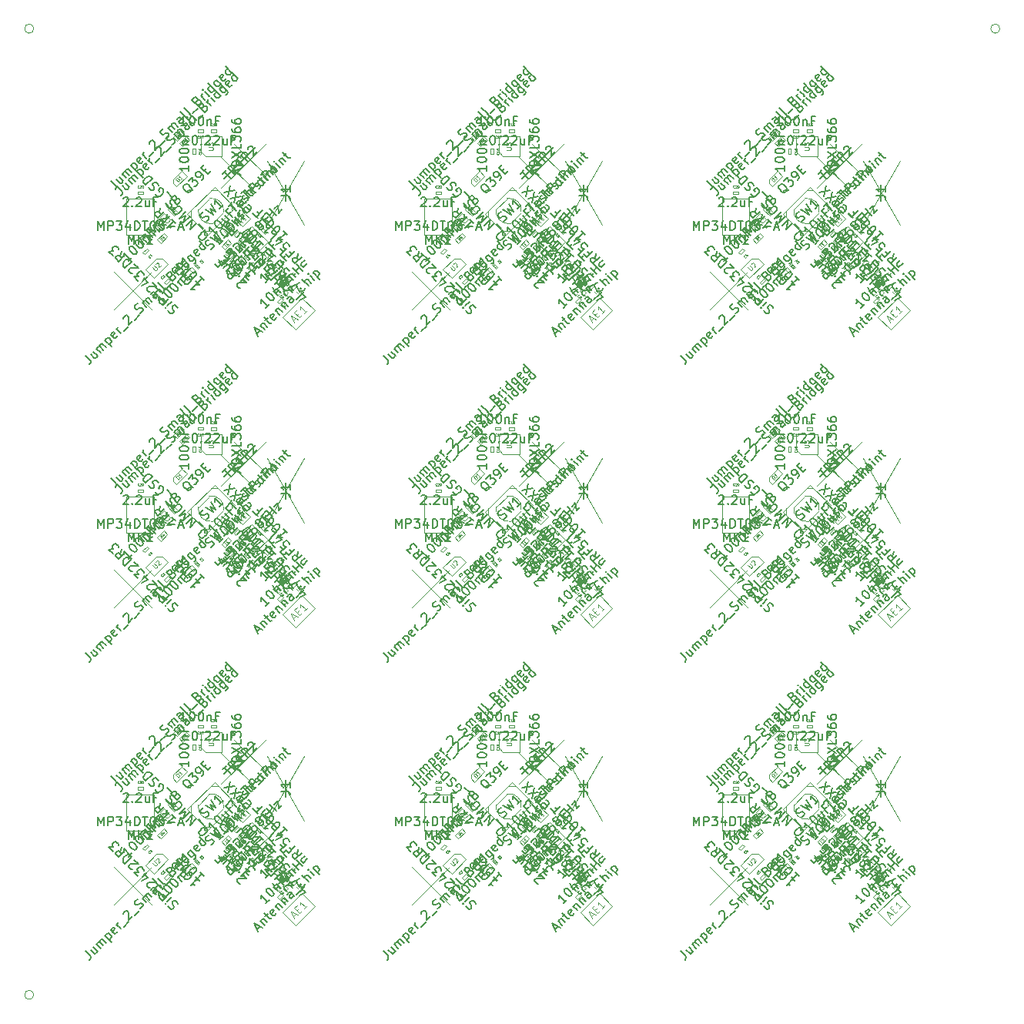
<source format=gbr>
%TF.GenerationSoftware,KiCad,Pcbnew,9.0.0-rc2-3baa6cd791~182~ubuntu24.04.1*%
%TF.CreationDate,2025-01-30T23:50:26-05:00*%
%TF.ProjectId,PCA20073_nRF54L15_Tiny_Board,50434132-3030-4373-935f-6e524635344c,rev?*%
%TF.SameCoordinates,Original*%
%TF.FileFunction,AssemblyDrawing,Top*%
%FSLAX46Y46*%
G04 Gerber Fmt 4.6, Leading zero omitted, Abs format (unit mm)*
G04 Created by KiCad (PCBNEW 9.0.0-rc2-3baa6cd791~182~ubuntu24.04.1) date 2025-01-30 23:50:26*
%MOMM*%
%LPD*%
G01*
G04 APERTURE LIST*
%ADD10C,0.150000*%
%ADD11C,0.040000*%
%ADD12C,0.075000*%
%ADD13C,0.120000*%
%ADD14C,0.060000*%
%ADD15C,0.090000*%
%ADD16C,0.100000*%
%ADD17C,0.050000*%
G04 APERTURE END LIST*
D10*
X139425840Y-50184097D02*
X139021779Y-50588158D01*
X139223810Y-50386128D02*
X138516703Y-49679021D01*
X138516703Y-49679021D02*
X138550375Y-49847380D01*
X138550375Y-49847380D02*
X138550375Y-49982067D01*
X138550375Y-49982067D02*
X138516703Y-50083082D01*
X139156466Y-49039258D02*
X139223810Y-48971914D01*
X139223810Y-48971914D02*
X139324825Y-48938242D01*
X139324825Y-48938242D02*
X139392168Y-48938242D01*
X139392168Y-48938242D02*
X139493184Y-48971914D01*
X139493184Y-48971914D02*
X139661542Y-49072929D01*
X139661542Y-49072929D02*
X139829901Y-49241288D01*
X139829901Y-49241288D02*
X139930916Y-49409647D01*
X139930916Y-49409647D02*
X139964588Y-49510662D01*
X139964588Y-49510662D02*
X139964588Y-49578006D01*
X139964588Y-49578006D02*
X139930916Y-49679021D01*
X139930916Y-49679021D02*
X139863573Y-49746364D01*
X139863573Y-49746364D02*
X139762558Y-49780036D01*
X139762558Y-49780036D02*
X139695214Y-49780036D01*
X139695214Y-49780036D02*
X139594199Y-49746364D01*
X139594199Y-49746364D02*
X139425840Y-49645349D01*
X139425840Y-49645349D02*
X139257481Y-49476990D01*
X139257481Y-49476990D02*
X139156466Y-49308632D01*
X139156466Y-49308632D02*
X139122794Y-49207616D01*
X139122794Y-49207616D02*
X139122794Y-49140273D01*
X139122794Y-49140273D02*
X139156466Y-49039258D01*
X139829901Y-48365823D02*
X139897245Y-48298479D01*
X139897245Y-48298479D02*
X139998260Y-48264807D01*
X139998260Y-48264807D02*
X140065603Y-48264807D01*
X140065603Y-48264807D02*
X140166619Y-48298479D01*
X140166619Y-48298479D02*
X140334977Y-48399494D01*
X140334977Y-48399494D02*
X140503336Y-48567853D01*
X140503336Y-48567853D02*
X140604351Y-48736212D01*
X140604351Y-48736212D02*
X140638023Y-48837227D01*
X140638023Y-48837227D02*
X140638023Y-48904571D01*
X140638023Y-48904571D02*
X140604351Y-49005586D01*
X140604351Y-49005586D02*
X140537008Y-49072929D01*
X140537008Y-49072929D02*
X140435993Y-49106601D01*
X140435993Y-49106601D02*
X140368649Y-49106601D01*
X140368649Y-49106601D02*
X140267634Y-49072929D01*
X140267634Y-49072929D02*
X140099275Y-48971914D01*
X140099275Y-48971914D02*
X139930916Y-48803555D01*
X139930916Y-48803555D02*
X139829901Y-48635197D01*
X139829901Y-48635197D02*
X139796229Y-48534181D01*
X139796229Y-48534181D02*
X139796229Y-48466838D01*
X139796229Y-48466838D02*
X139829901Y-48365823D01*
X140604351Y-48062777D02*
X141075756Y-48534181D01*
X140671695Y-48130120D02*
X140671695Y-48062777D01*
X140671695Y-48062777D02*
X140705367Y-47961761D01*
X140705367Y-47961761D02*
X140806382Y-47860746D01*
X140806382Y-47860746D02*
X140907397Y-47827074D01*
X140907397Y-47827074D02*
X141008412Y-47860746D01*
X141008412Y-47860746D02*
X141378802Y-48231136D01*
X141580832Y-47288326D02*
X141345130Y-47524029D01*
X141715519Y-47894418D02*
X141008413Y-47187311D01*
X141008413Y-47187311D02*
X141345130Y-46850594D01*
D11*
X141455873Y-50084390D02*
X141455873Y-50101226D01*
X141455873Y-50101226D02*
X141439037Y-50134898D01*
X141439037Y-50134898D02*
X141422201Y-50151734D01*
X141422201Y-50151734D02*
X141388529Y-50168570D01*
X141388529Y-50168570D02*
X141354858Y-50168570D01*
X141354858Y-50168570D02*
X141329604Y-50160152D01*
X141329604Y-50160152D02*
X141287514Y-50134898D01*
X141287514Y-50134898D02*
X141262260Y-50109644D01*
X141262260Y-50109644D02*
X141237006Y-50067555D01*
X141237006Y-50067555D02*
X141228588Y-50042301D01*
X141228588Y-50042301D02*
X141228588Y-50008629D01*
X141228588Y-50008629D02*
X141245424Y-49974957D01*
X141245424Y-49974957D02*
X141262260Y-49958121D01*
X141262260Y-49958121D02*
X141295932Y-49941286D01*
X141295932Y-49941286D02*
X141312768Y-49941286D01*
X141506380Y-49831852D02*
X141624232Y-49949703D01*
X141396947Y-49806599D02*
X141481127Y-49974957D01*
X141481127Y-49974957D02*
X141590560Y-49865524D01*
D10*
X144461113Y-121247431D02*
X144393769Y-121112744D01*
X144393769Y-121112744D02*
X144225410Y-120944385D01*
X144225410Y-120944385D02*
X144124395Y-120910713D01*
X144124395Y-120910713D02*
X144057051Y-120910713D01*
X144057051Y-120910713D02*
X143956036Y-120944385D01*
X143956036Y-120944385D02*
X143888693Y-121011728D01*
X143888693Y-121011728D02*
X143855021Y-121112744D01*
X143855021Y-121112744D02*
X143855021Y-121180087D01*
X143855021Y-121180087D02*
X143888693Y-121281102D01*
X143888693Y-121281102D02*
X143989708Y-121449461D01*
X143989708Y-121449461D02*
X144023380Y-121550477D01*
X144023380Y-121550477D02*
X144023380Y-121617820D01*
X144023380Y-121617820D02*
X143989708Y-121718835D01*
X143989708Y-121718835D02*
X143922364Y-121786179D01*
X143922364Y-121786179D02*
X143821349Y-121819851D01*
X143821349Y-121819851D02*
X143754006Y-121819851D01*
X143754006Y-121819851D02*
X143652990Y-121786179D01*
X143652990Y-121786179D02*
X143484632Y-121617820D01*
X143484632Y-121617820D02*
X143417288Y-121483133D01*
X143787677Y-120506652D02*
X143316273Y-120978057D01*
X143080571Y-121213759D02*
X143147914Y-121213759D01*
X143147914Y-121213759D02*
X143147914Y-121146415D01*
X143147914Y-121146415D02*
X143080571Y-121146415D01*
X143080571Y-121146415D02*
X143080571Y-121213759D01*
X143080571Y-121213759D02*
X143147914Y-121146415D01*
X143450960Y-120169935D02*
X142743853Y-120877042D01*
X142743853Y-120877042D02*
X142474479Y-120607668D01*
X142474479Y-120607668D02*
X142440808Y-120506653D01*
X142440808Y-120506653D02*
X142440808Y-120439309D01*
X142440808Y-120439309D02*
X142474479Y-120338294D01*
X142474479Y-120338294D02*
X142575495Y-120237279D01*
X142575495Y-120237279D02*
X142676510Y-120203607D01*
X142676510Y-120203607D02*
X142743853Y-120203607D01*
X142743853Y-120203607D02*
X142844869Y-120237279D01*
X142844869Y-120237279D02*
X143114243Y-120506653D01*
X142104090Y-120237279D02*
X141666357Y-119799546D01*
X141666357Y-119799546D02*
X142171434Y-119765874D01*
X142171434Y-119765874D02*
X142070418Y-119664859D01*
X142070418Y-119664859D02*
X142036747Y-119563843D01*
X142036747Y-119563843D02*
X142036747Y-119496500D01*
X142036747Y-119496500D02*
X142070418Y-119395485D01*
X142070418Y-119395485D02*
X142238777Y-119227126D01*
X142238777Y-119227126D02*
X142339792Y-119193454D01*
X142339792Y-119193454D02*
X142407136Y-119193454D01*
X142407136Y-119193454D02*
X142508151Y-119227126D01*
X142508151Y-119227126D02*
X142710182Y-119429156D01*
X142710182Y-119429156D02*
X142743853Y-119530172D01*
X142743853Y-119530172D02*
X142743853Y-119597515D01*
X141464327Y-119462828D02*
X141396983Y-119462828D01*
X141396983Y-119462828D02*
X141295968Y-119429156D01*
X141295968Y-119429156D02*
X141127609Y-119260798D01*
X141127609Y-119260798D02*
X141093938Y-119159782D01*
X141093938Y-119159782D02*
X141093938Y-119092439D01*
X141093938Y-119092439D02*
X141127609Y-118991424D01*
X141127609Y-118991424D02*
X141194953Y-118924080D01*
X141194953Y-118924080D02*
X141329640Y-118856737D01*
X141329640Y-118856737D02*
X142137762Y-118856737D01*
X142137762Y-118856737D02*
X141700029Y-118419004D01*
X140622533Y-118284317D02*
X141093938Y-117812912D01*
X140521518Y-118722050D02*
X141194953Y-118385332D01*
X141194953Y-118385332D02*
X140757220Y-117947599D01*
X140083785Y-118216973D02*
X139646052Y-117779241D01*
X139646052Y-117779241D02*
X140151129Y-117745569D01*
X140151129Y-117745569D02*
X140050113Y-117644554D01*
X140050113Y-117644554D02*
X140016442Y-117543538D01*
X140016442Y-117543538D02*
X140016442Y-117476195D01*
X140016442Y-117476195D02*
X140050113Y-117375180D01*
X140050113Y-117375180D02*
X140218472Y-117206821D01*
X140218472Y-117206821D02*
X140319487Y-117173149D01*
X140319487Y-117173149D02*
X140386831Y-117173149D01*
X140386831Y-117173149D02*
X140487846Y-117206821D01*
X140487846Y-117206821D02*
X140689877Y-117408851D01*
X140689877Y-117408851D02*
X140723548Y-117509867D01*
X140723548Y-117509867D02*
X140723548Y-117577210D01*
X139444022Y-117442523D02*
X139376678Y-117442523D01*
X139376678Y-117442523D02*
X139275663Y-117408851D01*
X139275663Y-117408851D02*
X139107304Y-117240492D01*
X139107304Y-117240492D02*
X139073632Y-117139477D01*
X139073632Y-117139477D02*
X139073632Y-117072134D01*
X139073632Y-117072134D02*
X139107304Y-116971118D01*
X139107304Y-116971118D02*
X139174648Y-116903775D01*
X139174648Y-116903775D02*
X139309335Y-116836431D01*
X139309335Y-116836431D02*
X140117457Y-116836431D01*
X140117457Y-116836431D02*
X139679724Y-116398699D01*
X139376678Y-116095653D02*
X138669571Y-116802760D01*
X138669571Y-116802760D02*
X138501213Y-116634401D01*
X138501213Y-116634401D02*
X138433869Y-116499714D01*
X138433869Y-116499714D02*
X138433869Y-116365027D01*
X138433869Y-116365027D02*
X138467541Y-116264012D01*
X138467541Y-116264012D02*
X138568556Y-116095653D01*
X138568556Y-116095653D02*
X138669571Y-115994638D01*
X138669571Y-115994638D02*
X138837930Y-115893622D01*
X138837930Y-115893622D02*
X138938945Y-115859951D01*
X138938945Y-115859951D02*
X139073632Y-115859951D01*
X139073632Y-115859951D02*
X139208319Y-115927294D01*
X139208319Y-115927294D02*
X139376678Y-116095653D01*
X138265510Y-114984485D02*
X138164495Y-115556905D01*
X138669571Y-115388546D02*
X137962465Y-116095653D01*
X137962465Y-116095653D02*
X137693091Y-115826279D01*
X137693091Y-115826279D02*
X137659419Y-115725264D01*
X137659419Y-115725264D02*
X137659419Y-115657920D01*
X137659419Y-115657920D02*
X137693091Y-115556905D01*
X137693091Y-115556905D02*
X137794106Y-115455890D01*
X137794106Y-115455890D02*
X137895121Y-115422218D01*
X137895121Y-115422218D02*
X137962465Y-115422218D01*
X137962465Y-115422218D02*
X138063480Y-115455890D01*
X138063480Y-115455890D02*
X138332854Y-115725264D01*
X137322701Y-115455890D02*
X136884969Y-115018157D01*
X136884969Y-115018157D02*
X137390045Y-114984485D01*
X137390045Y-114984485D02*
X137289030Y-114883470D01*
X137289030Y-114883470D02*
X137255358Y-114782455D01*
X137255358Y-114782455D02*
X137255358Y-114715111D01*
X137255358Y-114715111D02*
X137289030Y-114614096D01*
X137289030Y-114614096D02*
X137457388Y-114445737D01*
X137457388Y-114445737D02*
X137558404Y-114412065D01*
X137558404Y-114412065D02*
X137625747Y-114412065D01*
X137625747Y-114412065D02*
X137726762Y-114445737D01*
X137726762Y-114445737D02*
X137928793Y-114647768D01*
X137928793Y-114647768D02*
X137962465Y-114748783D01*
X137962465Y-114748783D02*
X137962465Y-114816126D01*
D12*
X141673914Y-116746420D02*
X141960124Y-117032630D01*
X141960124Y-117032630D02*
X142010631Y-117049466D01*
X142010631Y-117049466D02*
X142044303Y-117049466D01*
X142044303Y-117049466D02*
X142094811Y-117032630D01*
X142094811Y-117032630D02*
X142162154Y-116965286D01*
X142162154Y-116965286D02*
X142178990Y-116914779D01*
X142178990Y-116914779D02*
X142178990Y-116881107D01*
X142178990Y-116881107D02*
X142162154Y-116830599D01*
X142162154Y-116830599D02*
X141875944Y-116544389D01*
X142061139Y-116426538D02*
X142061139Y-116392866D01*
X142061139Y-116392866D02*
X142077975Y-116342359D01*
X142077975Y-116342359D02*
X142162155Y-116258179D01*
X142162155Y-116258179D02*
X142212662Y-116241343D01*
X142212662Y-116241343D02*
X142246334Y-116241343D01*
X142246334Y-116241343D02*
X142296842Y-116258179D01*
X142296842Y-116258179D02*
X142330513Y-116291851D01*
X142330513Y-116291851D02*
X142364185Y-116359194D01*
X142364185Y-116359194D02*
X142364185Y-116763255D01*
X142364185Y-116763255D02*
X142583052Y-116544389D01*
D10*
X187208677Y-85164853D02*
X186770945Y-84727120D01*
X186770945Y-84727120D02*
X187276021Y-84693448D01*
X187276021Y-84693448D02*
X187175006Y-84592433D01*
X187175006Y-84592433D02*
X187141334Y-84491418D01*
X187141334Y-84491418D02*
X187141334Y-84424074D01*
X187141334Y-84424074D02*
X187175006Y-84323059D01*
X187175006Y-84323059D02*
X187343364Y-84154700D01*
X187343364Y-84154700D02*
X187444380Y-84121028D01*
X187444380Y-84121028D02*
X187511723Y-84121028D01*
X187511723Y-84121028D02*
X187612738Y-84154700D01*
X187612738Y-84154700D02*
X187814769Y-84356731D01*
X187814769Y-84356731D02*
X187848441Y-84457746D01*
X187848441Y-84457746D02*
X187848441Y-84525089D01*
X187107662Y-83784311D02*
X187107662Y-83716967D01*
X187107662Y-83716967D02*
X187175006Y-83716967D01*
X187175006Y-83716967D02*
X187175006Y-83784311D01*
X187175006Y-83784311D02*
X187107662Y-83784311D01*
X187107662Y-83784311D02*
X187175006Y-83716967D01*
X185828136Y-83784311D02*
X185962823Y-83918998D01*
X185962823Y-83918998D02*
X186063838Y-83952670D01*
X186063838Y-83952670D02*
X186131182Y-83952670D01*
X186131182Y-83952670D02*
X186299540Y-83918998D01*
X186299540Y-83918998D02*
X186467899Y-83817983D01*
X186467899Y-83817983D02*
X186737273Y-83548609D01*
X186737273Y-83548609D02*
X186770945Y-83447594D01*
X186770945Y-83447594D02*
X186770945Y-83380250D01*
X186770945Y-83380250D02*
X186737273Y-83279235D01*
X186737273Y-83279235D02*
X186602586Y-83144548D01*
X186602586Y-83144548D02*
X186501571Y-83110876D01*
X186501571Y-83110876D02*
X186434227Y-83110876D01*
X186434227Y-83110876D02*
X186333212Y-83144548D01*
X186333212Y-83144548D02*
X186164853Y-83312907D01*
X186164853Y-83312907D02*
X186131182Y-83413922D01*
X186131182Y-83413922D02*
X186131182Y-83481265D01*
X186131182Y-83481265D02*
X186164853Y-83582281D01*
X186164853Y-83582281D02*
X186299540Y-83716968D01*
X186299540Y-83716968D02*
X186400556Y-83750639D01*
X186400556Y-83750639D02*
X186467899Y-83750639D01*
X186467899Y-83750639D02*
X186568914Y-83716968D01*
X185693449Y-83178220D02*
X186164853Y-82706815D01*
X185760792Y-83110876D02*
X185693449Y-83110876D01*
X185693449Y-83110876D02*
X185592434Y-83077204D01*
X185592434Y-83077204D02*
X185491418Y-82976189D01*
X185491418Y-82976189D02*
X185457747Y-82875174D01*
X185457747Y-82875174D02*
X185491418Y-82774159D01*
X185491418Y-82774159D02*
X185861808Y-82403769D01*
X185525090Y-82067052D02*
X184817983Y-82774158D01*
X185154701Y-82437441D02*
X184750640Y-82033380D01*
X185121029Y-81662991D02*
X184413922Y-82370097D01*
D11*
X187276652Y-82175854D02*
X187192473Y-82091675D01*
X187192473Y-82091675D02*
X187369250Y-81914898D01*
X187487101Y-82066421D02*
X187503937Y-82066421D01*
X187503937Y-82066421D02*
X187529190Y-82074839D01*
X187529190Y-82074839D02*
X187571280Y-82116929D01*
X187571280Y-82116929D02*
X187579698Y-82142183D01*
X187579698Y-82142183D02*
X187579698Y-82159018D01*
X187579698Y-82159018D02*
X187571280Y-82184272D01*
X187571280Y-82184272D02*
X187554444Y-82201108D01*
X187554444Y-82201108D02*
X187520773Y-82217944D01*
X187520773Y-82217944D02*
X187318742Y-82217944D01*
X187318742Y-82217944D02*
X187428175Y-82327377D01*
D10*
X153176372Y-124041257D02*
X153513090Y-123704540D01*
X153311059Y-124310631D02*
X152839655Y-123367822D01*
X152839655Y-123367822D02*
X153782464Y-123839227D01*
X153546762Y-123132120D02*
X154018166Y-123603524D01*
X153614105Y-123199463D02*
X153614105Y-123132120D01*
X153614105Y-123132120D02*
X153647777Y-123031104D01*
X153647777Y-123031104D02*
X153748792Y-122930089D01*
X153748792Y-122930089D02*
X153849807Y-122896417D01*
X153849807Y-122896417D02*
X153950823Y-122930089D01*
X153950823Y-122930089D02*
X154321212Y-123300478D01*
X154085510Y-122593372D02*
X154354884Y-122323998D01*
X153950823Y-122256654D02*
X154556914Y-122862746D01*
X154556914Y-122862746D02*
X154657929Y-122896417D01*
X154657929Y-122896417D02*
X154758945Y-122862746D01*
X154758945Y-122862746D02*
X154826288Y-122795402D01*
X155297693Y-122256654D02*
X155264021Y-122357669D01*
X155264021Y-122357669D02*
X155129334Y-122492356D01*
X155129334Y-122492356D02*
X155028319Y-122526028D01*
X155028319Y-122526028D02*
X154927304Y-122492356D01*
X154927304Y-122492356D02*
X154657930Y-122222982D01*
X154657930Y-122222982D02*
X154624258Y-122121967D01*
X154624258Y-122121967D02*
X154657930Y-122020951D01*
X154657930Y-122020951D02*
X154792617Y-121886264D01*
X154792617Y-121886264D02*
X154893632Y-121852593D01*
X154893632Y-121852593D02*
X154994647Y-121886264D01*
X154994647Y-121886264D02*
X155061991Y-121953608D01*
X155061991Y-121953608D02*
X154792617Y-122357669D01*
X155196678Y-121482203D02*
X155668082Y-121953608D01*
X155264021Y-121549547D02*
X155264021Y-121482203D01*
X155264021Y-121482203D02*
X155297693Y-121381188D01*
X155297693Y-121381188D02*
X155398708Y-121280173D01*
X155398708Y-121280173D02*
X155499724Y-121246501D01*
X155499724Y-121246501D02*
X155600739Y-121280173D01*
X155600739Y-121280173D02*
X155971128Y-121650562D01*
X155836441Y-120842440D02*
X156307846Y-121313845D01*
X155903785Y-120909783D02*
X155903785Y-120842440D01*
X155903785Y-120842440D02*
X155937456Y-120741425D01*
X155937456Y-120741425D02*
X156038472Y-120640409D01*
X156038472Y-120640409D02*
X156139487Y-120606738D01*
X156139487Y-120606738D02*
X156240502Y-120640409D01*
X156240502Y-120640409D02*
X156610892Y-121010799D01*
X157250655Y-120371035D02*
X156880266Y-120000646D01*
X156880266Y-120000646D02*
X156779250Y-119966974D01*
X156779250Y-119966974D02*
X156678235Y-120000646D01*
X156678235Y-120000646D02*
X156543548Y-120135333D01*
X156543548Y-120135333D02*
X156509876Y-120236348D01*
X157216983Y-120337364D02*
X157183311Y-120438379D01*
X157183311Y-120438379D02*
X157014953Y-120606738D01*
X157014953Y-120606738D02*
X156913937Y-120640409D01*
X156913937Y-120640409D02*
X156812922Y-120606738D01*
X156812922Y-120606738D02*
X156745579Y-120539394D01*
X156745579Y-120539394D02*
X156711907Y-120438379D01*
X156711907Y-120438379D02*
X156745579Y-120337364D01*
X156745579Y-120337364D02*
X156913937Y-120169005D01*
X156913937Y-120169005D02*
X156947609Y-120067990D01*
X157486357Y-120270020D02*
X158025105Y-119731272D01*
X158462838Y-119024165D02*
X158462838Y-119091509D01*
X158462838Y-119091509D02*
X158395495Y-119226196D01*
X158395495Y-119226196D02*
X158328151Y-119293539D01*
X158328151Y-119293539D02*
X158193464Y-119360883D01*
X158193464Y-119360883D02*
X158058777Y-119360883D01*
X158058777Y-119360883D02*
X157957762Y-119327211D01*
X157957762Y-119327211D02*
X157789403Y-119226196D01*
X157789403Y-119226196D02*
X157688388Y-119125180D01*
X157688388Y-119125180D02*
X157587373Y-118956822D01*
X157587373Y-118956822D02*
X157553701Y-118855806D01*
X157553701Y-118855806D02*
X157553701Y-118721119D01*
X157553701Y-118721119D02*
X157621044Y-118586432D01*
X157621044Y-118586432D02*
X157688388Y-118519089D01*
X157688388Y-118519089D02*
X157823075Y-118451745D01*
X157823075Y-118451745D02*
X157890418Y-118451745D01*
X158833227Y-118788463D02*
X158126121Y-118081356D01*
X159136273Y-118485417D02*
X158765884Y-118115028D01*
X158765884Y-118115028D02*
X158664869Y-118081356D01*
X158664869Y-118081356D02*
X158563853Y-118115028D01*
X158563853Y-118115028D02*
X158462838Y-118216043D01*
X158462838Y-118216043D02*
X158429166Y-118317058D01*
X158429166Y-118317058D02*
X158429166Y-118384402D01*
X159472991Y-118148699D02*
X159001586Y-117677295D01*
X158765884Y-117441593D02*
X158765884Y-117508936D01*
X158765884Y-117508936D02*
X158833227Y-117508936D01*
X158833227Y-117508936D02*
X158833227Y-117441593D01*
X158833227Y-117441593D02*
X158765884Y-117441593D01*
X158765884Y-117441593D02*
X158833227Y-117508936D01*
X159338303Y-117340578D02*
X160045410Y-118047685D01*
X159371975Y-117374250D02*
X159405647Y-117273234D01*
X159405647Y-117273234D02*
X159540334Y-117138547D01*
X159540334Y-117138547D02*
X159641349Y-117104876D01*
X159641349Y-117104876D02*
X159708693Y-117104876D01*
X159708693Y-117104876D02*
X159809708Y-117138547D01*
X159809708Y-117138547D02*
X160011738Y-117340578D01*
X160011738Y-117340578D02*
X160045410Y-117441593D01*
X160045410Y-117441593D02*
X160045410Y-117508937D01*
X160045410Y-117508937D02*
X160011738Y-117609952D01*
X160011738Y-117609952D02*
X159877051Y-117744639D01*
X159877051Y-117744639D02*
X159776036Y-117778311D01*
D13*
X157184650Y-122601445D02*
X157454024Y-122332071D01*
X157292400Y-122816944D02*
X156915276Y-122062697D01*
X156915276Y-122062697D02*
X157669524Y-122439820D01*
X157561774Y-121954947D02*
X157750336Y-121766385D01*
X158127459Y-121981885D02*
X157858085Y-122251259D01*
X157858085Y-122251259D02*
X157292400Y-121685573D01*
X157292400Y-121685573D02*
X157561774Y-121416199D01*
X158666208Y-121443136D02*
X158342959Y-121766385D01*
X158504583Y-121604761D02*
X157938898Y-121039075D01*
X157938898Y-121039075D02*
X157965835Y-121173762D01*
X157965835Y-121173762D02*
X157965835Y-121281512D01*
X157965835Y-121281512D02*
X157938898Y-121362324D01*
D10*
X180154446Y-47108102D02*
X180188118Y-47209117D01*
X180188118Y-47209117D02*
X180188118Y-47343804D01*
X180188118Y-47343804D02*
X180188118Y-47545835D01*
X180188118Y-47545835D02*
X180221790Y-47646850D01*
X180221790Y-47646850D02*
X180289133Y-47714193D01*
X180423820Y-47512163D02*
X180457492Y-47613178D01*
X180457492Y-47613178D02*
X180457492Y-47747865D01*
X180457492Y-47747865D02*
X180356477Y-47916224D01*
X180356477Y-47916224D02*
X180120774Y-48151926D01*
X180120774Y-48151926D02*
X179952416Y-48252941D01*
X179952416Y-48252941D02*
X179817729Y-48252941D01*
X179817729Y-48252941D02*
X179716713Y-48219270D01*
X179716713Y-48219270D02*
X179582026Y-48084583D01*
X179582026Y-48084583D02*
X179548355Y-47983567D01*
X179548355Y-47983567D02*
X179548355Y-47848880D01*
X179548355Y-47848880D02*
X179649370Y-47680522D01*
X179649370Y-47680522D02*
X179885072Y-47444819D01*
X179885072Y-47444819D02*
X180053431Y-47343804D01*
X180053431Y-47343804D02*
X180188118Y-47343804D01*
X180188118Y-47343804D02*
X180289133Y-47377476D01*
X180289133Y-47377476D02*
X180423820Y-47512163D01*
X180053431Y-47007087D02*
X179514683Y-46468339D01*
X179278980Y-46367323D02*
X178571874Y-47074430D01*
X178571874Y-47074430D02*
X178874919Y-45963262D01*
X178874919Y-45963262D02*
X178167813Y-46670369D01*
X178538202Y-45626545D02*
X177831095Y-46333651D01*
X177831095Y-46333651D02*
X178100469Y-45592873D01*
X178100469Y-45592873D02*
X177359691Y-45862247D01*
X177359691Y-45862247D02*
X178066797Y-45155140D01*
X176888286Y-45390843D02*
X176753599Y-45256156D01*
X176753599Y-45256156D02*
X176719927Y-45155140D01*
X176719927Y-45155140D02*
X176719927Y-45020453D01*
X176719927Y-45020453D02*
X176820943Y-44852094D01*
X176820943Y-44852094D02*
X177056645Y-44616392D01*
X177056645Y-44616392D02*
X177225004Y-44515377D01*
X177225004Y-44515377D02*
X177359691Y-44515377D01*
X177359691Y-44515377D02*
X177460706Y-44549049D01*
X177460706Y-44549049D02*
X177595393Y-44683736D01*
X177595393Y-44683736D02*
X177629065Y-44784751D01*
X177629065Y-44784751D02*
X177629065Y-44919438D01*
X177629065Y-44919438D02*
X177528049Y-45087797D01*
X177528049Y-45087797D02*
X177292347Y-45323499D01*
X177292347Y-45323499D02*
X177123988Y-45424514D01*
X177123988Y-45424514D02*
X176989301Y-45424514D01*
X176989301Y-45424514D02*
X176888286Y-45390843D01*
X176989302Y-44144988D02*
X176921958Y-44010301D01*
X176921958Y-44010301D02*
X176753599Y-43841942D01*
X176753599Y-43841942D02*
X176652584Y-43808270D01*
X176652584Y-43808270D02*
X176585240Y-43808270D01*
X176585240Y-43808270D02*
X176484225Y-43841942D01*
X176484225Y-43841942D02*
X176416882Y-43909285D01*
X176416882Y-43909285D02*
X176383210Y-44010301D01*
X176383210Y-44010301D02*
X176383210Y-44077644D01*
X176383210Y-44077644D02*
X176416882Y-44178659D01*
X176416882Y-44178659D02*
X176517897Y-44347018D01*
X176517897Y-44347018D02*
X176551569Y-44448034D01*
X176551569Y-44448034D02*
X176551569Y-44515377D01*
X176551569Y-44515377D02*
X176517897Y-44616392D01*
X176517897Y-44616392D02*
X176450553Y-44683736D01*
X176450553Y-44683736D02*
X176349538Y-44717408D01*
X176349538Y-44717408D02*
X176282195Y-44717408D01*
X176282195Y-44717408D02*
X176181179Y-44683736D01*
X176181179Y-44683736D02*
X176012821Y-44515377D01*
X176012821Y-44515377D02*
X175945477Y-44380690D01*
X176551569Y-43505224D02*
X176012821Y-42966476D01*
X174733294Y-43168507D02*
X174766966Y-43269522D01*
X174766966Y-43269522D02*
X174867981Y-43370537D01*
X174867981Y-43370537D02*
X175002668Y-43437881D01*
X175002668Y-43437881D02*
X175137355Y-43437881D01*
X175137355Y-43437881D02*
X175238370Y-43404209D01*
X175238370Y-43404209D02*
X175406729Y-43303194D01*
X175406729Y-43303194D02*
X175507744Y-43202178D01*
X175507744Y-43202178D02*
X175608759Y-43033820D01*
X175608759Y-43033820D02*
X175642431Y-42932804D01*
X175642431Y-42932804D02*
X175642431Y-42798117D01*
X175642431Y-42798117D02*
X175575088Y-42663430D01*
X175575088Y-42663430D02*
X175507744Y-42596087D01*
X175507744Y-42596087D02*
X175373057Y-42528743D01*
X175373057Y-42528743D02*
X175305714Y-42528743D01*
X175305714Y-42528743D02*
X175070011Y-42764446D01*
X175070011Y-42764446D02*
X175204698Y-42899133D01*
X175070011Y-42225698D02*
X175002668Y-42091011D01*
X175002668Y-42091011D02*
X174834309Y-41922652D01*
X174834309Y-41922652D02*
X174733294Y-41888980D01*
X174733294Y-41888980D02*
X174665950Y-41888980D01*
X174665950Y-41888980D02*
X174564935Y-41922652D01*
X174564935Y-41922652D02*
X174497592Y-41989995D01*
X174497592Y-41989995D02*
X174463920Y-42091011D01*
X174463920Y-42091011D02*
X174463920Y-42158354D01*
X174463920Y-42158354D02*
X174497592Y-42259369D01*
X174497592Y-42259369D02*
X174598607Y-42427728D01*
X174598607Y-42427728D02*
X174632279Y-42528743D01*
X174632279Y-42528743D02*
X174632279Y-42596087D01*
X174632279Y-42596087D02*
X174598607Y-42697102D01*
X174598607Y-42697102D02*
X174531263Y-42764446D01*
X174531263Y-42764446D02*
X174430248Y-42798117D01*
X174430248Y-42798117D02*
X174362905Y-42798117D01*
X174362905Y-42798117D02*
X174261889Y-42764446D01*
X174261889Y-42764446D02*
X174093531Y-42596087D01*
X174093531Y-42596087D02*
X174026187Y-42461400D01*
X174396576Y-41484919D02*
X173689470Y-42192026D01*
X173689470Y-42192026D02*
X173521111Y-42023667D01*
X173521111Y-42023667D02*
X173453767Y-41888980D01*
X173453767Y-41888980D02*
X173453767Y-41754293D01*
X173453767Y-41754293D02*
X173487439Y-41653278D01*
X173487439Y-41653278D02*
X173588454Y-41484919D01*
X173588454Y-41484919D02*
X173689470Y-41383904D01*
X173689470Y-41383904D02*
X173857828Y-41282889D01*
X173857828Y-41282889D02*
X173958844Y-41249217D01*
X173958844Y-41249217D02*
X174093531Y-41249217D01*
X174093531Y-41249217D02*
X174228218Y-41316560D01*
X174228218Y-41316560D02*
X174396576Y-41484919D01*
D12*
X174904117Y-46701576D02*
X174887281Y-46651069D01*
X174887281Y-46651069D02*
X174887281Y-46583725D01*
X174887281Y-46583725D02*
X174887281Y-46482710D01*
X174887281Y-46482710D02*
X174870445Y-46432202D01*
X174870445Y-46432202D02*
X174836774Y-46398531D01*
X174769430Y-46499546D02*
X174752594Y-46449038D01*
X174752594Y-46449038D02*
X174752594Y-46381695D01*
X174752594Y-46381695D02*
X174803102Y-46297515D01*
X174803102Y-46297515D02*
X174920953Y-46179664D01*
X174920953Y-46179664D02*
X175005132Y-46129157D01*
X175005132Y-46129157D02*
X175072476Y-46129157D01*
X175072476Y-46129157D02*
X175122984Y-46145992D01*
X175122984Y-46145992D02*
X175190327Y-46213336D01*
X175190327Y-46213336D02*
X175207163Y-46263844D01*
X175207163Y-46263844D02*
X175207163Y-46331187D01*
X175207163Y-46331187D02*
X175156655Y-46415366D01*
X175156655Y-46415366D02*
X175038804Y-46533218D01*
X175038804Y-46533218D02*
X174954625Y-46583725D01*
X174954625Y-46583725D02*
X174887281Y-46583725D01*
X174887281Y-46583725D02*
X174836774Y-46566889D01*
X174836774Y-46566889D02*
X174769430Y-46499546D01*
X175257671Y-46987787D02*
X175055640Y-46785756D01*
X175156656Y-46886771D02*
X175510209Y-46533218D01*
X175510209Y-46533218D02*
X175426030Y-46550054D01*
X175426030Y-46550054D02*
X175358686Y-46550054D01*
X175358686Y-46550054D02*
X175308179Y-46533218D01*
D10*
X106677103Y-50184097D02*
X106273042Y-50588158D01*
X106475073Y-50386128D02*
X105767966Y-49679021D01*
X105767966Y-49679021D02*
X105801638Y-49847380D01*
X105801638Y-49847380D02*
X105801638Y-49982067D01*
X105801638Y-49982067D02*
X105767966Y-50083082D01*
X106407729Y-49039258D02*
X106475073Y-48971914D01*
X106475073Y-48971914D02*
X106576088Y-48938242D01*
X106576088Y-48938242D02*
X106643431Y-48938242D01*
X106643431Y-48938242D02*
X106744447Y-48971914D01*
X106744447Y-48971914D02*
X106912805Y-49072929D01*
X106912805Y-49072929D02*
X107081164Y-49241288D01*
X107081164Y-49241288D02*
X107182179Y-49409647D01*
X107182179Y-49409647D02*
X107215851Y-49510662D01*
X107215851Y-49510662D02*
X107215851Y-49578006D01*
X107215851Y-49578006D02*
X107182179Y-49679021D01*
X107182179Y-49679021D02*
X107114836Y-49746364D01*
X107114836Y-49746364D02*
X107013821Y-49780036D01*
X107013821Y-49780036D02*
X106946477Y-49780036D01*
X106946477Y-49780036D02*
X106845462Y-49746364D01*
X106845462Y-49746364D02*
X106677103Y-49645349D01*
X106677103Y-49645349D02*
X106508744Y-49476990D01*
X106508744Y-49476990D02*
X106407729Y-49308632D01*
X106407729Y-49308632D02*
X106374057Y-49207616D01*
X106374057Y-49207616D02*
X106374057Y-49140273D01*
X106374057Y-49140273D02*
X106407729Y-49039258D01*
X107081164Y-48365823D02*
X107148508Y-48298479D01*
X107148508Y-48298479D02*
X107249523Y-48264807D01*
X107249523Y-48264807D02*
X107316866Y-48264807D01*
X107316866Y-48264807D02*
X107417882Y-48298479D01*
X107417882Y-48298479D02*
X107586240Y-48399494D01*
X107586240Y-48399494D02*
X107754599Y-48567853D01*
X107754599Y-48567853D02*
X107855614Y-48736212D01*
X107855614Y-48736212D02*
X107889286Y-48837227D01*
X107889286Y-48837227D02*
X107889286Y-48904571D01*
X107889286Y-48904571D02*
X107855614Y-49005586D01*
X107855614Y-49005586D02*
X107788271Y-49072929D01*
X107788271Y-49072929D02*
X107687256Y-49106601D01*
X107687256Y-49106601D02*
X107619912Y-49106601D01*
X107619912Y-49106601D02*
X107518897Y-49072929D01*
X107518897Y-49072929D02*
X107350538Y-48971914D01*
X107350538Y-48971914D02*
X107182179Y-48803555D01*
X107182179Y-48803555D02*
X107081164Y-48635197D01*
X107081164Y-48635197D02*
X107047492Y-48534181D01*
X107047492Y-48534181D02*
X107047492Y-48466838D01*
X107047492Y-48466838D02*
X107081164Y-48365823D01*
X107855614Y-48062777D02*
X108327019Y-48534181D01*
X107922958Y-48130120D02*
X107922958Y-48062777D01*
X107922958Y-48062777D02*
X107956630Y-47961761D01*
X107956630Y-47961761D02*
X108057645Y-47860746D01*
X108057645Y-47860746D02*
X108158660Y-47827074D01*
X108158660Y-47827074D02*
X108259675Y-47860746D01*
X108259675Y-47860746D02*
X108630065Y-48231136D01*
X108832095Y-47288326D02*
X108596393Y-47524029D01*
X108966782Y-47894418D02*
X108259676Y-47187311D01*
X108259676Y-47187311D02*
X108596393Y-46850594D01*
D11*
X108707136Y-50084390D02*
X108707136Y-50101226D01*
X108707136Y-50101226D02*
X108690300Y-50134898D01*
X108690300Y-50134898D02*
X108673464Y-50151734D01*
X108673464Y-50151734D02*
X108639792Y-50168570D01*
X108639792Y-50168570D02*
X108606121Y-50168570D01*
X108606121Y-50168570D02*
X108580867Y-50160152D01*
X108580867Y-50160152D02*
X108538777Y-50134898D01*
X108538777Y-50134898D02*
X108513523Y-50109644D01*
X108513523Y-50109644D02*
X108488269Y-50067555D01*
X108488269Y-50067555D02*
X108479851Y-50042301D01*
X108479851Y-50042301D02*
X108479851Y-50008629D01*
X108479851Y-50008629D02*
X108496687Y-49974957D01*
X108496687Y-49974957D02*
X108513523Y-49958121D01*
X108513523Y-49958121D02*
X108547195Y-49941286D01*
X108547195Y-49941286D02*
X108564031Y-49941286D01*
X108757643Y-49831852D02*
X108875495Y-49949703D01*
X108648210Y-49806599D02*
X108732390Y-49974957D01*
X108732390Y-49974957D02*
X108841823Y-49865524D01*
D10*
X116693096Y-83236546D02*
X117164500Y-83707951D01*
X116255363Y-83135531D02*
X116592081Y-83808966D01*
X116592081Y-83808966D02*
X117029813Y-83371233D01*
X117467546Y-83270218D02*
X117534890Y-83270218D01*
X117534890Y-83270218D02*
X117534890Y-83337562D01*
X117534890Y-83337562D02*
X117467546Y-83337562D01*
X117467546Y-83337562D02*
X117467546Y-83270218D01*
X117467546Y-83270218D02*
X117534890Y-83337562D01*
X117097157Y-82361081D02*
X117568561Y-81889677D01*
X117568561Y-81889677D02*
X117972622Y-82899829D01*
X118376683Y-81552959D02*
X118848088Y-82024364D01*
X118073637Y-81856005D02*
X118444027Y-82226394D01*
X118444027Y-82226394D02*
X118545042Y-82260066D01*
X118545042Y-82260066D02*
X118646057Y-82226394D01*
X118646057Y-82226394D02*
X118747072Y-82125379D01*
X118747072Y-82125379D02*
X118780744Y-82024364D01*
X118780744Y-82024364D02*
X118780744Y-81957020D01*
X119184805Y-81687646D02*
X118477699Y-80980539D01*
X118814416Y-81317257D02*
X119218477Y-80913196D01*
X119588866Y-81283585D02*
X118881760Y-80576478D01*
D11*
X117127086Y-81608143D02*
X117042907Y-81692322D01*
X117042907Y-81692322D02*
X116866130Y-81515545D01*
X117278609Y-81456620D02*
X117177594Y-81557635D01*
X117228102Y-81507127D02*
X117051325Y-81330351D01*
X117051325Y-81330351D02*
X117059743Y-81372440D01*
X117059743Y-81372440D02*
X117059743Y-81406112D01*
X117059743Y-81406112D02*
X117051325Y-81431366D01*
D10*
X155598045Y-85831554D02*
X156069450Y-85360150D01*
X155497030Y-86269287D02*
X156170465Y-85932569D01*
X156170465Y-85932569D02*
X155732732Y-85494837D01*
X155631717Y-85057104D02*
X155631717Y-84989760D01*
X155631717Y-84989760D02*
X155699061Y-84989760D01*
X155699061Y-84989760D02*
X155699061Y-85057104D01*
X155699061Y-85057104D02*
X155631717Y-85057104D01*
X155631717Y-85057104D02*
X155699061Y-84989760D01*
X154722580Y-85427493D02*
X154251176Y-84956089D01*
X154251176Y-84956089D02*
X155261328Y-84552028D01*
X154217504Y-84451013D02*
X154688908Y-83979608D01*
X154284847Y-84383669D02*
X154217504Y-84383669D01*
X154217504Y-84383669D02*
X154116489Y-84349997D01*
X154116489Y-84349997D02*
X154015473Y-84248982D01*
X154015473Y-84248982D02*
X153981802Y-84147967D01*
X153981802Y-84147967D02*
X154015473Y-84046952D01*
X154015473Y-84046952D02*
X154385863Y-83676562D01*
X154049145Y-83339845D02*
X153342038Y-84046951D01*
X153678756Y-83710234D02*
X153274695Y-83306173D01*
X153645084Y-82935784D02*
X152937977Y-83642890D01*
D11*
X155800707Y-83448647D02*
X155716528Y-83364468D01*
X155716528Y-83364468D02*
X155893305Y-83187691D01*
X156019574Y-83313960D02*
X156129007Y-83423393D01*
X156129007Y-83423393D02*
X156002738Y-83431811D01*
X156002738Y-83431811D02*
X156027992Y-83457065D01*
X156027992Y-83457065D02*
X156036410Y-83482319D01*
X156036410Y-83482319D02*
X156036410Y-83499155D01*
X156036410Y-83499155D02*
X156027992Y-83524409D01*
X156027992Y-83524409D02*
X155985902Y-83566498D01*
X155985902Y-83566498D02*
X155960648Y-83574916D01*
X155960648Y-83574916D02*
X155943812Y-83574916D01*
X155943812Y-83574916D02*
X155918558Y-83566498D01*
X155918558Y-83566498D02*
X155868051Y-83515991D01*
X155868051Y-83515991D02*
X155859633Y-83490737D01*
X155859633Y-83490737D02*
X155859633Y-83473901D01*
D10*
X125175689Y-119888438D02*
X125647094Y-119417034D01*
X125074674Y-120326171D02*
X125748109Y-119989453D01*
X125748109Y-119989453D02*
X125310376Y-119551721D01*
X125209361Y-119113988D02*
X125209361Y-119046644D01*
X125209361Y-119046644D02*
X125276705Y-119046644D01*
X125276705Y-119046644D02*
X125276705Y-119113988D01*
X125276705Y-119113988D02*
X125209361Y-119113988D01*
X125209361Y-119113988D02*
X125276705Y-119046644D01*
X124300224Y-119484377D02*
X123828820Y-119012973D01*
X123828820Y-119012973D02*
X124838972Y-118608912D01*
X123795148Y-118507897D02*
X124266552Y-118036492D01*
X123862491Y-118440553D02*
X123795148Y-118440553D01*
X123795148Y-118440553D02*
X123694133Y-118406881D01*
X123694133Y-118406881D02*
X123593117Y-118305866D01*
X123593117Y-118305866D02*
X123559446Y-118204851D01*
X123559446Y-118204851D02*
X123593117Y-118103836D01*
X123593117Y-118103836D02*
X123963507Y-117733446D01*
X123626789Y-117396729D02*
X122919682Y-118103835D01*
X123256400Y-117767118D02*
X122852339Y-117363057D01*
X123222728Y-116992668D02*
X122515621Y-117699774D01*
D11*
X122847582Y-119867942D02*
X122763403Y-119783763D01*
X122763403Y-119783763D02*
X122940180Y-119606986D01*
X122999105Y-120019465D02*
X122898090Y-119918450D01*
X122948598Y-119968958D02*
X123125374Y-119792181D01*
X123125374Y-119792181D02*
X123083285Y-119800599D01*
X123083285Y-119800599D02*
X123049613Y-119800599D01*
X123049613Y-119800599D02*
X123024359Y-119792181D01*
X123201136Y-120019465D02*
X123192718Y-119994211D01*
X123192718Y-119994211D02*
X123192718Y-119977375D01*
X123192718Y-119977375D02*
X123201136Y-119952122D01*
X123201136Y-119952122D02*
X123209554Y-119943704D01*
X123209554Y-119943704D02*
X123234807Y-119935286D01*
X123234807Y-119935286D02*
X123251643Y-119935286D01*
X123251643Y-119935286D02*
X123276897Y-119943704D01*
X123276897Y-119943704D02*
X123310569Y-119977375D01*
X123310569Y-119977375D02*
X123318987Y-120002629D01*
X123318987Y-120002629D02*
X123318987Y-120019465D01*
X123318987Y-120019465D02*
X123310569Y-120044719D01*
X123310569Y-120044719D02*
X123302151Y-120053137D01*
X123302151Y-120053137D02*
X123276897Y-120061555D01*
X123276897Y-120061555D02*
X123260061Y-120061555D01*
X123260061Y-120061555D02*
X123234807Y-120053137D01*
X123234807Y-120053137D02*
X123201136Y-120019465D01*
X123201136Y-120019465D02*
X123175882Y-120011047D01*
X123175882Y-120011047D02*
X123159046Y-120011047D01*
X123159046Y-120011047D02*
X123133792Y-120019465D01*
X123133792Y-120019465D02*
X123100120Y-120053137D01*
X123100120Y-120053137D02*
X123091702Y-120078391D01*
X123091702Y-120078391D02*
X123091702Y-120095227D01*
X123091702Y-120095227D02*
X123100120Y-120120480D01*
X123100120Y-120120480D02*
X123133792Y-120154152D01*
X123133792Y-120154152D02*
X123159046Y-120162570D01*
X123159046Y-120162570D02*
X123175882Y-120162570D01*
X123175882Y-120162570D02*
X123201136Y-120154152D01*
X123201136Y-120154152D02*
X123234807Y-120120480D01*
X123234807Y-120120480D02*
X123243225Y-120095227D01*
X123243225Y-120095227D02*
X123243225Y-120078391D01*
X123243225Y-120078391D02*
X123234807Y-120053137D01*
D10*
X117286735Y-110049971D02*
X117690796Y-109645910D01*
X118195873Y-110555048D02*
X117488766Y-109847941D01*
X118869308Y-109814269D02*
X118835636Y-109915284D01*
X118835636Y-109915284D02*
X118700949Y-110049971D01*
X118700949Y-110049971D02*
X118599934Y-110083643D01*
X118599934Y-110083643D02*
X118498919Y-110049971D01*
X118498919Y-110049971D02*
X118229545Y-109780597D01*
X118229545Y-109780597D02*
X118195873Y-109679582D01*
X118195873Y-109679582D02*
X118229545Y-109578567D01*
X118229545Y-109578567D02*
X118364232Y-109443880D01*
X118364232Y-109443880D02*
X118465247Y-109410208D01*
X118465247Y-109410208D02*
X118566262Y-109443880D01*
X118566262Y-109443880D02*
X118633606Y-109511223D01*
X118633606Y-109511223D02*
X118364232Y-109915284D01*
X119172354Y-109511223D02*
X119273369Y-109477551D01*
X119273369Y-109477551D02*
X119408056Y-109342864D01*
X119408056Y-109342864D02*
X119441728Y-109241849D01*
X119441728Y-109241849D02*
X119408056Y-109140834D01*
X119408056Y-109140834D02*
X119374384Y-109107162D01*
X119374384Y-109107162D02*
X119273369Y-109073490D01*
X119273369Y-109073490D02*
X119172354Y-109107162D01*
X119172354Y-109107162D02*
X119071338Y-109208177D01*
X119071338Y-109208177D02*
X118970323Y-109241849D01*
X118970323Y-109241849D02*
X118869308Y-109208177D01*
X118869308Y-109208177D02*
X118835636Y-109174506D01*
X118835636Y-109174506D02*
X118801964Y-109073490D01*
X118801964Y-109073490D02*
X118835636Y-108972475D01*
X118835636Y-108972475D02*
X118936651Y-108871460D01*
X118936651Y-108871460D02*
X119037667Y-108837788D01*
X119239697Y-108568414D02*
X119509071Y-108299040D01*
X119105010Y-108231696D02*
X119711102Y-108837788D01*
X119711102Y-108837788D02*
X119812117Y-108871460D01*
X119812117Y-108871460D02*
X119913132Y-108837788D01*
X119913132Y-108837788D02*
X119980476Y-108770444D01*
X120216178Y-108534742D02*
X119509072Y-107827635D01*
X119509072Y-107827635D02*
X119778446Y-107558261D01*
X119778446Y-107558261D02*
X119879461Y-107524589D01*
X119879461Y-107524589D02*
X119946804Y-107524589D01*
X119946804Y-107524589D02*
X120047820Y-107558261D01*
X120047820Y-107558261D02*
X120148835Y-107659276D01*
X120148835Y-107659276D02*
X120182507Y-107760292D01*
X120182507Y-107760292D02*
X120182507Y-107827635D01*
X120182507Y-107827635D02*
X120148835Y-107928650D01*
X120148835Y-107928650D02*
X119879461Y-108198024D01*
X121024300Y-107726620D02*
X120923285Y-107760292D01*
X120923285Y-107760292D02*
X120855942Y-107760292D01*
X120855942Y-107760292D02*
X120754926Y-107726620D01*
X120754926Y-107726620D02*
X120552896Y-107524589D01*
X120552896Y-107524589D02*
X120519224Y-107423574D01*
X120519224Y-107423574D02*
X120519224Y-107356231D01*
X120519224Y-107356231D02*
X120552896Y-107255215D01*
X120552896Y-107255215D02*
X120653911Y-107154200D01*
X120653911Y-107154200D02*
X120754926Y-107120528D01*
X120754926Y-107120528D02*
X120822270Y-107120528D01*
X120822270Y-107120528D02*
X120923285Y-107154200D01*
X120923285Y-107154200D02*
X121125316Y-107356231D01*
X121125316Y-107356231D02*
X121158987Y-107457246D01*
X121158987Y-107457246D02*
X121158987Y-107524589D01*
X121158987Y-107524589D02*
X121125316Y-107625605D01*
X121125316Y-107625605D02*
X121024300Y-107726620D01*
X121563049Y-107187872D02*
X121091644Y-106716467D01*
X120855942Y-106480765D02*
X120855942Y-106548108D01*
X120855942Y-106548108D02*
X120923285Y-106548108D01*
X120923285Y-106548108D02*
X120923285Y-106480765D01*
X120923285Y-106480765D02*
X120855942Y-106480765D01*
X120855942Y-106480765D02*
X120923285Y-106548108D01*
X121428361Y-106379750D02*
X121899766Y-106851155D01*
X121495705Y-106447094D02*
X121495705Y-106379750D01*
X121495705Y-106379750D02*
X121529376Y-106278735D01*
X121529376Y-106278735D02*
X121630392Y-106177720D01*
X121630392Y-106177720D02*
X121731407Y-106144048D01*
X121731407Y-106144048D02*
X121832422Y-106177720D01*
X121832422Y-106177720D02*
X122202811Y-106548109D01*
X121967109Y-105841002D02*
X122236483Y-105571628D01*
X121832422Y-105504284D02*
X122438514Y-106110376D01*
X122438514Y-106110376D02*
X122539529Y-106144048D01*
X122539529Y-106144048D02*
X122640544Y-106110376D01*
X122640544Y-106110376D02*
X122707888Y-106043032D01*
X116630136Y-106463929D02*
X117034197Y-106059868D01*
X117539273Y-106969005D02*
X116832166Y-106261898D01*
X117977006Y-106531272D02*
X117269899Y-105824165D01*
X117269899Y-105824165D02*
X117539273Y-105554791D01*
X117539273Y-105554791D02*
X117640289Y-105521120D01*
X117640289Y-105521120D02*
X117707632Y-105521120D01*
X117707632Y-105521120D02*
X117808647Y-105554791D01*
X117808647Y-105554791D02*
X117909663Y-105655807D01*
X117909663Y-105655807D02*
X117943334Y-105756822D01*
X117943334Y-105756822D02*
X117943334Y-105824165D01*
X117943334Y-105824165D02*
X117909663Y-105925181D01*
X117909663Y-105925181D02*
X117640289Y-106194555D01*
X119054502Y-105453776D02*
X118650441Y-105857837D01*
X118852472Y-105655807D02*
X118145365Y-104948700D01*
X118145365Y-104948700D02*
X118179037Y-105117059D01*
X118179037Y-105117059D02*
X118179037Y-105251746D01*
X118179037Y-105251746D02*
X118145365Y-105352761D01*
X116828627Y-106972544D02*
X118856011Y-104945160D01*
X168416503Y-47148581D02*
X168416503Y-46148581D01*
X168416503Y-46148581D02*
X168749836Y-46862866D01*
X168749836Y-46862866D02*
X169083169Y-46148581D01*
X169083169Y-46148581D02*
X169083169Y-47148581D01*
X169559360Y-47148581D02*
X169559360Y-46148581D01*
X169559360Y-46148581D02*
X169940312Y-46148581D01*
X169940312Y-46148581D02*
X170035550Y-46196200D01*
X170035550Y-46196200D02*
X170083169Y-46243819D01*
X170083169Y-46243819D02*
X170130788Y-46339057D01*
X170130788Y-46339057D02*
X170130788Y-46481914D01*
X170130788Y-46481914D02*
X170083169Y-46577152D01*
X170083169Y-46577152D02*
X170035550Y-46624771D01*
X170035550Y-46624771D02*
X169940312Y-46672390D01*
X169940312Y-46672390D02*
X169559360Y-46672390D01*
X170464122Y-46148581D02*
X171083169Y-46148581D01*
X171083169Y-46148581D02*
X170749836Y-46529533D01*
X170749836Y-46529533D02*
X170892693Y-46529533D01*
X170892693Y-46529533D02*
X170987931Y-46577152D01*
X170987931Y-46577152D02*
X171035550Y-46624771D01*
X171035550Y-46624771D02*
X171083169Y-46720009D01*
X171083169Y-46720009D02*
X171083169Y-46958104D01*
X171083169Y-46958104D02*
X171035550Y-47053342D01*
X171035550Y-47053342D02*
X170987931Y-47100962D01*
X170987931Y-47100962D02*
X170892693Y-47148581D01*
X170892693Y-47148581D02*
X170606979Y-47148581D01*
X170606979Y-47148581D02*
X170511741Y-47100962D01*
X170511741Y-47100962D02*
X170464122Y-47053342D01*
X171940312Y-46481914D02*
X171940312Y-47148581D01*
X171702217Y-46100962D02*
X171464122Y-46815247D01*
X171464122Y-46815247D02*
X172083169Y-46815247D01*
X172464122Y-47148581D02*
X172464122Y-46148581D01*
X172464122Y-46148581D02*
X172702217Y-46148581D01*
X172702217Y-46148581D02*
X172845074Y-46196200D01*
X172845074Y-46196200D02*
X172940312Y-46291438D01*
X172940312Y-46291438D02*
X172987931Y-46386676D01*
X172987931Y-46386676D02*
X173035550Y-46577152D01*
X173035550Y-46577152D02*
X173035550Y-46720009D01*
X173035550Y-46720009D02*
X172987931Y-46910485D01*
X172987931Y-46910485D02*
X172940312Y-47005723D01*
X172940312Y-47005723D02*
X172845074Y-47100962D01*
X172845074Y-47100962D02*
X172702217Y-47148581D01*
X172702217Y-47148581D02*
X172464122Y-47148581D01*
X173321265Y-46148581D02*
X173892693Y-46148581D01*
X173606979Y-47148581D02*
X173606979Y-46148581D01*
X174416503Y-46148581D02*
X174511741Y-46148581D01*
X174511741Y-46148581D02*
X174606979Y-46196200D01*
X174606979Y-46196200D02*
X174654598Y-46243819D01*
X174654598Y-46243819D02*
X174702217Y-46339057D01*
X174702217Y-46339057D02*
X174749836Y-46529533D01*
X174749836Y-46529533D02*
X174749836Y-46767628D01*
X174749836Y-46767628D02*
X174702217Y-46958104D01*
X174702217Y-46958104D02*
X174654598Y-47053342D01*
X174654598Y-47053342D02*
X174606979Y-47100962D01*
X174606979Y-47100962D02*
X174511741Y-47148581D01*
X174511741Y-47148581D02*
X174416503Y-47148581D01*
X174416503Y-47148581D02*
X174321265Y-47100962D01*
X174321265Y-47100962D02*
X174273646Y-47053342D01*
X174273646Y-47053342D02*
X174226027Y-46958104D01*
X174226027Y-46958104D02*
X174178408Y-46767628D01*
X174178408Y-46767628D02*
X174178408Y-46529533D01*
X174178408Y-46529533D02*
X174226027Y-46339057D01*
X174226027Y-46339057D02*
X174273646Y-46243819D01*
X174273646Y-46243819D02*
X174321265Y-46196200D01*
X174321265Y-46196200D02*
X174416503Y-46148581D01*
X175654598Y-46148581D02*
X175178408Y-46148581D01*
X175178408Y-46148581D02*
X175130789Y-46624771D01*
X175130789Y-46624771D02*
X175178408Y-46577152D01*
X175178408Y-46577152D02*
X175273646Y-46529533D01*
X175273646Y-46529533D02*
X175511741Y-46529533D01*
X175511741Y-46529533D02*
X175606979Y-46577152D01*
X175606979Y-46577152D02*
X175654598Y-46624771D01*
X175654598Y-46624771D02*
X175702217Y-46720009D01*
X175702217Y-46720009D02*
X175702217Y-46958104D01*
X175702217Y-46958104D02*
X175654598Y-47053342D01*
X175654598Y-47053342D02*
X175606979Y-47100962D01*
X175606979Y-47100962D02*
X175511741Y-47148581D01*
X175511741Y-47148581D02*
X175273646Y-47148581D01*
X175273646Y-47148581D02*
X175178408Y-47100962D01*
X175178408Y-47100962D02*
X175130789Y-47053342D01*
X176130789Y-46767628D02*
X176892694Y-46767628D01*
X177321265Y-46862866D02*
X177797455Y-46862866D01*
X177226027Y-47148581D02*
X177559360Y-46148581D01*
X177559360Y-46148581D02*
X177892693Y-47148581D01*
X171773646Y-48648581D02*
X171773646Y-47648581D01*
X171773646Y-47648581D02*
X172106979Y-48362866D01*
X172106979Y-48362866D02*
X172440312Y-47648581D01*
X172440312Y-47648581D02*
X172440312Y-48648581D01*
X172916503Y-48648581D02*
X172916503Y-47648581D01*
X173487931Y-48648581D02*
X173059360Y-48077152D01*
X173487931Y-47648581D02*
X172916503Y-48220009D01*
X174440312Y-48648581D02*
X173868884Y-48648581D01*
X174154598Y-48648581D02*
X174154598Y-47648581D01*
X174154598Y-47648581D02*
X174059360Y-47791438D01*
X174059360Y-47791438D02*
X173964122Y-47886676D01*
X173964122Y-47886676D02*
X173868884Y-47934295D01*
X113672410Y-118275225D02*
X114076471Y-118679286D01*
X113874440Y-118477256D02*
X113167333Y-119184363D01*
X113167333Y-119184363D02*
X113335692Y-119150691D01*
X113335692Y-119150691D02*
X113470379Y-119150691D01*
X113470379Y-119150691D02*
X113571394Y-119184363D01*
X112527570Y-118544599D02*
X112460226Y-118477256D01*
X112460226Y-118477256D02*
X112426555Y-118376240D01*
X112426555Y-118376240D02*
X112426555Y-118308897D01*
X112426555Y-118308897D02*
X112460226Y-118207882D01*
X112460226Y-118207882D02*
X112561242Y-118039523D01*
X112561242Y-118039523D02*
X112729600Y-117871164D01*
X112729600Y-117871164D02*
X112897959Y-117770149D01*
X112897959Y-117770149D02*
X112998974Y-117736477D01*
X112998974Y-117736477D02*
X113066318Y-117736477D01*
X113066318Y-117736477D02*
X113167333Y-117770149D01*
X113167333Y-117770149D02*
X113234677Y-117837492D01*
X113234677Y-117837492D02*
X113268348Y-117938508D01*
X113268348Y-117938508D02*
X113268348Y-118005851D01*
X113268348Y-118005851D02*
X113234677Y-118106866D01*
X113234677Y-118106866D02*
X113133661Y-118275225D01*
X113133661Y-118275225D02*
X112965303Y-118443584D01*
X112965303Y-118443584D02*
X112796944Y-118544599D01*
X112796944Y-118544599D02*
X112695929Y-118578271D01*
X112695929Y-118578271D02*
X112628585Y-118578271D01*
X112628585Y-118578271D02*
X112527570Y-118544599D01*
X112695929Y-117298744D02*
X111988822Y-118005851D01*
X112359211Y-117500775D02*
X112426555Y-117029370D01*
X111955150Y-117500775D02*
X112493898Y-117500775D01*
X111719448Y-116322263D02*
X111618432Y-116894683D01*
X112123509Y-116726324D02*
X111416402Y-117433431D01*
X111416402Y-117433431D02*
X111147028Y-117164057D01*
X111147028Y-117164057D02*
X111113356Y-117063042D01*
X111113356Y-117063042D02*
X111113356Y-116995698D01*
X111113356Y-116995698D02*
X111147028Y-116894683D01*
X111147028Y-116894683D02*
X111248043Y-116793668D01*
X111248043Y-116793668D02*
X111349058Y-116759996D01*
X111349058Y-116759996D02*
X111416402Y-116759996D01*
X111416402Y-116759996D02*
X111517417Y-116793668D01*
X111517417Y-116793668D02*
X111786791Y-117063042D01*
D11*
X113689877Y-116649933D02*
X113715130Y-116506828D01*
X113588861Y-116548917D02*
X113765638Y-116372141D01*
X113765638Y-116372141D02*
X113832982Y-116439484D01*
X113832982Y-116439484D02*
X113841400Y-116464738D01*
X113841400Y-116464738D02*
X113841400Y-116481574D01*
X113841400Y-116481574D02*
X113832982Y-116506828D01*
X113832982Y-116506828D02*
X113807728Y-116532082D01*
X113807728Y-116532082D02*
X113782474Y-116540499D01*
X113782474Y-116540499D02*
X113765638Y-116540499D01*
X113765638Y-116540499D02*
X113740384Y-116532082D01*
X113740384Y-116532082D02*
X113673041Y-116464738D01*
X113917161Y-116557335D02*
X113933997Y-116557335D01*
X113933997Y-116557335D02*
X113959251Y-116565753D01*
X113959251Y-116565753D02*
X114001340Y-116607843D01*
X114001340Y-116607843D02*
X114009758Y-116633097D01*
X114009758Y-116633097D02*
X114009758Y-116649933D01*
X114009758Y-116649933D02*
X114001340Y-116675186D01*
X114001340Y-116675186D02*
X113984504Y-116692022D01*
X113984504Y-116692022D02*
X113950833Y-116708858D01*
X113950833Y-116708858D02*
X113748802Y-116708858D01*
X113748802Y-116708858D02*
X113858235Y-116818291D01*
D10*
X121760365Y-55295806D02*
X121356304Y-55699867D01*
X121558334Y-55497836D02*
X120851227Y-54790729D01*
X120851227Y-54790729D02*
X120884899Y-54959088D01*
X120884899Y-54959088D02*
X120884899Y-55093775D01*
X120884899Y-55093775D02*
X120851227Y-55194790D01*
X121490991Y-54150966D02*
X121558334Y-54083623D01*
X121558334Y-54083623D02*
X121659349Y-54049951D01*
X121659349Y-54049951D02*
X121726693Y-54049951D01*
X121726693Y-54049951D02*
X121827708Y-54083623D01*
X121827708Y-54083623D02*
X121996067Y-54184638D01*
X121996067Y-54184638D02*
X122164426Y-54352997D01*
X122164426Y-54352997D02*
X122265441Y-54521355D01*
X122265441Y-54521355D02*
X122299113Y-54622371D01*
X122299113Y-54622371D02*
X122299113Y-54689714D01*
X122299113Y-54689714D02*
X122265441Y-54790729D01*
X122265441Y-54790729D02*
X122198097Y-54858073D01*
X122198097Y-54858073D02*
X122097082Y-54891745D01*
X122097082Y-54891745D02*
X122029739Y-54891745D01*
X122029739Y-54891745D02*
X121928723Y-54858073D01*
X121928723Y-54858073D02*
X121760365Y-54757058D01*
X121760365Y-54757058D02*
X121592006Y-54588699D01*
X121592006Y-54588699D02*
X121490991Y-54420340D01*
X121490991Y-54420340D02*
X121457319Y-54319325D01*
X121457319Y-54319325D02*
X121457319Y-54251981D01*
X121457319Y-54251981D02*
X121490991Y-54150966D01*
X122265441Y-53847920D02*
X122736845Y-54319325D01*
X122332784Y-53915264D02*
X122332784Y-53847920D01*
X122332784Y-53847920D02*
X122366456Y-53746905D01*
X122366456Y-53746905D02*
X122467471Y-53645890D01*
X122467471Y-53645890D02*
X122568487Y-53612218D01*
X122568487Y-53612218D02*
X122669502Y-53645890D01*
X122669502Y-53645890D02*
X123039891Y-54016279D01*
X123376609Y-53679562D02*
X122669502Y-52972455D01*
X123006219Y-53309172D02*
X123410280Y-52905111D01*
X123780670Y-53275501D02*
X123073563Y-52568394D01*
D11*
X123537858Y-55482310D02*
X123453679Y-55566489D01*
X123453679Y-55566489D02*
X123276902Y-55389712D01*
X123403171Y-55263443D02*
X123521022Y-55145592D01*
X123521022Y-55145592D02*
X123622038Y-55398130D01*
D10*
X121711203Y-52416116D02*
X121273471Y-51978383D01*
X121273471Y-51978383D02*
X121778547Y-51944711D01*
X121778547Y-51944711D02*
X121677532Y-51843696D01*
X121677532Y-51843696D02*
X121643860Y-51742681D01*
X121643860Y-51742681D02*
X121643860Y-51675337D01*
X121643860Y-51675337D02*
X121677532Y-51574322D01*
X121677532Y-51574322D02*
X121845890Y-51405963D01*
X121845890Y-51405963D02*
X121946906Y-51372291D01*
X121946906Y-51372291D02*
X122014249Y-51372291D01*
X122014249Y-51372291D02*
X122115264Y-51405963D01*
X122115264Y-51405963D02*
X122317295Y-51607994D01*
X122317295Y-51607994D02*
X122350967Y-51709009D01*
X122350967Y-51709009D02*
X122350967Y-51776352D01*
X121610188Y-51035574D02*
X121610188Y-50968230D01*
X121610188Y-50968230D02*
X121677532Y-50968230D01*
X121677532Y-50968230D02*
X121677532Y-51035574D01*
X121677532Y-51035574D02*
X121610188Y-51035574D01*
X121610188Y-51035574D02*
X121677532Y-50968230D01*
X120330662Y-51035574D02*
X120465349Y-51170261D01*
X120465349Y-51170261D02*
X120566364Y-51203933D01*
X120566364Y-51203933D02*
X120633708Y-51203933D01*
X120633708Y-51203933D02*
X120802066Y-51170261D01*
X120802066Y-51170261D02*
X120970425Y-51069246D01*
X120970425Y-51069246D02*
X121239799Y-50799872D01*
X121239799Y-50799872D02*
X121273471Y-50698857D01*
X121273471Y-50698857D02*
X121273471Y-50631513D01*
X121273471Y-50631513D02*
X121239799Y-50530498D01*
X121239799Y-50530498D02*
X121105112Y-50395811D01*
X121105112Y-50395811D02*
X121004097Y-50362139D01*
X121004097Y-50362139D02*
X120936753Y-50362139D01*
X120936753Y-50362139D02*
X120835738Y-50395811D01*
X120835738Y-50395811D02*
X120667379Y-50564170D01*
X120667379Y-50564170D02*
X120633708Y-50665185D01*
X120633708Y-50665185D02*
X120633708Y-50732528D01*
X120633708Y-50732528D02*
X120667379Y-50833544D01*
X120667379Y-50833544D02*
X120802066Y-50968231D01*
X120802066Y-50968231D02*
X120903082Y-51001902D01*
X120903082Y-51001902D02*
X120970425Y-51001902D01*
X120970425Y-51001902D02*
X121071440Y-50968231D01*
X120195975Y-50429483D02*
X120667379Y-49958078D01*
X120263318Y-50362139D02*
X120195975Y-50362139D01*
X120195975Y-50362139D02*
X120094960Y-50328467D01*
X120094960Y-50328467D02*
X119993944Y-50227452D01*
X119993944Y-50227452D02*
X119960273Y-50126437D01*
X119960273Y-50126437D02*
X119993944Y-50025422D01*
X119993944Y-50025422D02*
X120364334Y-49655032D01*
X120027616Y-49318315D02*
X119320509Y-50025421D01*
X119657227Y-49688704D02*
X119253166Y-49284643D01*
X119623555Y-48914254D02*
X118916448Y-49621360D01*
D11*
X121779178Y-49427117D02*
X121694999Y-49342938D01*
X121694999Y-49342938D02*
X121871776Y-49166161D01*
X121989627Y-49317684D02*
X122006463Y-49317684D01*
X122006463Y-49317684D02*
X122031716Y-49326102D01*
X122031716Y-49326102D02*
X122073806Y-49368192D01*
X122073806Y-49368192D02*
X122082224Y-49393446D01*
X122082224Y-49393446D02*
X122082224Y-49410281D01*
X122082224Y-49410281D02*
X122073806Y-49435535D01*
X122073806Y-49435535D02*
X122056970Y-49452371D01*
X122056970Y-49452371D02*
X122023299Y-49469207D01*
X122023299Y-49469207D02*
X121821268Y-49469207D01*
X121821268Y-49469207D02*
X121930701Y-49578640D01*
D10*
X137141547Y-74454962D02*
X137646623Y-74960038D01*
X137646623Y-74960038D02*
X137713967Y-75094725D01*
X137713967Y-75094725D02*
X137713967Y-75229412D01*
X137713967Y-75229412D02*
X137646623Y-75364099D01*
X137646623Y-75364099D02*
X137579280Y-75431442D01*
X138017013Y-74050900D02*
X138488417Y-74522305D01*
X137713967Y-74353946D02*
X138084356Y-74724335D01*
X138084356Y-74724335D02*
X138185372Y-74758007D01*
X138185372Y-74758007D02*
X138286387Y-74724335D01*
X138286387Y-74724335D02*
X138387402Y-74623320D01*
X138387402Y-74623320D02*
X138421074Y-74522305D01*
X138421074Y-74522305D02*
X138421074Y-74454961D01*
X138825135Y-74185587D02*
X138353730Y-73714183D01*
X138421074Y-73781526D02*
X138421074Y-73714183D01*
X138421074Y-73714183D02*
X138454746Y-73613168D01*
X138454746Y-73613168D02*
X138555761Y-73512152D01*
X138555761Y-73512152D02*
X138656776Y-73478481D01*
X138656776Y-73478481D02*
X138757791Y-73512152D01*
X138757791Y-73512152D02*
X139128181Y-73882542D01*
X138757791Y-73512152D02*
X138724120Y-73411137D01*
X138724120Y-73411137D02*
X138757791Y-73310122D01*
X138757791Y-73310122D02*
X138858807Y-73209107D01*
X138858807Y-73209107D02*
X138959822Y-73175435D01*
X138959822Y-73175435D02*
X139060837Y-73209107D01*
X139060837Y-73209107D02*
X139431226Y-73579496D01*
X139296539Y-72771374D02*
X140003646Y-73478481D01*
X139330211Y-72805046D02*
X139363883Y-72704031D01*
X139363883Y-72704031D02*
X139498570Y-72569344D01*
X139498570Y-72569344D02*
X139599585Y-72535672D01*
X139599585Y-72535672D02*
X139666928Y-72535672D01*
X139666928Y-72535672D02*
X139767944Y-72569344D01*
X139767944Y-72569344D02*
X139969974Y-72771374D01*
X139969974Y-72771374D02*
X140003646Y-72872389D01*
X140003646Y-72872389D02*
X140003646Y-72939733D01*
X140003646Y-72939733D02*
X139969974Y-73040748D01*
X139969974Y-73040748D02*
X139835287Y-73175435D01*
X139835287Y-73175435D02*
X139734272Y-73209107D01*
X140643409Y-72299969D02*
X140609738Y-72400985D01*
X140609738Y-72400985D02*
X140475051Y-72535672D01*
X140475051Y-72535672D02*
X140374035Y-72569343D01*
X140374035Y-72569343D02*
X140273020Y-72535672D01*
X140273020Y-72535672D02*
X140003646Y-72266298D01*
X140003646Y-72266298D02*
X139969974Y-72165282D01*
X139969974Y-72165282D02*
X140003646Y-72064267D01*
X140003646Y-72064267D02*
X140138333Y-71929580D01*
X140138333Y-71929580D02*
X140239348Y-71895908D01*
X140239348Y-71895908D02*
X140340364Y-71929580D01*
X140340364Y-71929580D02*
X140407707Y-71996924D01*
X140407707Y-71996924D02*
X140138333Y-72400985D01*
X141013799Y-71996924D02*
X140542394Y-71525519D01*
X140677081Y-71660206D02*
X140643409Y-71559191D01*
X140643409Y-71559191D02*
X140643409Y-71491847D01*
X140643409Y-71491847D02*
X140677081Y-71390832D01*
X140677081Y-71390832D02*
X140744425Y-71323489D01*
X141350516Y-71794893D02*
X141889264Y-71256145D01*
X141316845Y-70414351D02*
X141316845Y-70347007D01*
X141316845Y-70347007D02*
X141350517Y-70245992D01*
X141350517Y-70245992D02*
X141518875Y-70077633D01*
X141518875Y-70077633D02*
X141619891Y-70043962D01*
X141619891Y-70043962D02*
X141687234Y-70043962D01*
X141687234Y-70043962D02*
X141788249Y-70077633D01*
X141788249Y-70077633D02*
X141855593Y-70144977D01*
X141855593Y-70144977D02*
X141922936Y-70279664D01*
X141922936Y-70279664D02*
X141922936Y-71087786D01*
X141922936Y-71087786D02*
X142360669Y-70650053D01*
X142562700Y-70582710D02*
X143101448Y-70043962D01*
X143135120Y-69808259D02*
X143269807Y-69740916D01*
X143269807Y-69740916D02*
X143438165Y-69572557D01*
X143438165Y-69572557D02*
X143471837Y-69471542D01*
X143471837Y-69471542D02*
X143471837Y-69404198D01*
X143471837Y-69404198D02*
X143438165Y-69303183D01*
X143438165Y-69303183D02*
X143370822Y-69235839D01*
X143370822Y-69235839D02*
X143269807Y-69202168D01*
X143269807Y-69202168D02*
X143202463Y-69202168D01*
X143202463Y-69202168D02*
X143101448Y-69235839D01*
X143101448Y-69235839D02*
X142933089Y-69336855D01*
X142933089Y-69336855D02*
X142832074Y-69370526D01*
X142832074Y-69370526D02*
X142764730Y-69370526D01*
X142764730Y-69370526D02*
X142663715Y-69336855D01*
X142663715Y-69336855D02*
X142596372Y-69269511D01*
X142596372Y-69269511D02*
X142562700Y-69168496D01*
X142562700Y-69168496D02*
X142562700Y-69101152D01*
X142562700Y-69101152D02*
X142596372Y-69000137D01*
X142596372Y-69000137D02*
X142764730Y-68831778D01*
X142764730Y-68831778D02*
X142899417Y-68764435D01*
X143875898Y-69134824D02*
X143404494Y-68663420D01*
X143471837Y-68730763D02*
X143471837Y-68663420D01*
X143471837Y-68663420D02*
X143505509Y-68562404D01*
X143505509Y-68562404D02*
X143606524Y-68461389D01*
X143606524Y-68461389D02*
X143707539Y-68427717D01*
X143707539Y-68427717D02*
X143808555Y-68461389D01*
X143808555Y-68461389D02*
X144178944Y-68831778D01*
X143808555Y-68461389D02*
X143774883Y-68360374D01*
X143774883Y-68360374D02*
X143808555Y-68259359D01*
X143808555Y-68259359D02*
X143909570Y-68158343D01*
X143909570Y-68158343D02*
X144010585Y-68124672D01*
X144010585Y-68124672D02*
X144111600Y-68158343D01*
X144111600Y-68158343D02*
X144481990Y-68528733D01*
X145121753Y-67888969D02*
X144751364Y-67518580D01*
X144751364Y-67518580D02*
X144650348Y-67484908D01*
X144650348Y-67484908D02*
X144549333Y-67518580D01*
X144549333Y-67518580D02*
X144414646Y-67653267D01*
X144414646Y-67653267D02*
X144380974Y-67754282D01*
X145088081Y-67855298D02*
X145054409Y-67956313D01*
X145054409Y-67956313D02*
X144886051Y-68124672D01*
X144886051Y-68124672D02*
X144785035Y-68158343D01*
X144785035Y-68158343D02*
X144684020Y-68124672D01*
X144684020Y-68124672D02*
X144616677Y-68057328D01*
X144616677Y-68057328D02*
X144583005Y-67956313D01*
X144583005Y-67956313D02*
X144616677Y-67855298D01*
X144616677Y-67855298D02*
X144785035Y-67686939D01*
X144785035Y-67686939D02*
X144818707Y-67585924D01*
X145559486Y-67451237D02*
X145458470Y-67484908D01*
X145458470Y-67484908D02*
X145357455Y-67451237D01*
X145357455Y-67451237D02*
X144751364Y-66845145D01*
X145929875Y-67080847D02*
X145828860Y-67114519D01*
X145828860Y-67114519D02*
X145727845Y-67080847D01*
X145727845Y-67080847D02*
X145121753Y-66474756D01*
X146098234Y-67047175D02*
X146636982Y-66508427D01*
X146603311Y-65666633D02*
X146737998Y-65599289D01*
X146737998Y-65599289D02*
X146805341Y-65599289D01*
X146805341Y-65599289D02*
X146906357Y-65632961D01*
X146906357Y-65632961D02*
X147007372Y-65733976D01*
X147007372Y-65733976D02*
X147041044Y-65834992D01*
X147041044Y-65834992D02*
X147041044Y-65902335D01*
X147041044Y-65902335D02*
X147007372Y-66003350D01*
X147007372Y-66003350D02*
X146737998Y-66272724D01*
X146737998Y-66272724D02*
X146030891Y-65565618D01*
X146030891Y-65565618D02*
X146266593Y-65329915D01*
X146266593Y-65329915D02*
X146367609Y-65296244D01*
X146367609Y-65296244D02*
X146434952Y-65296244D01*
X146434952Y-65296244D02*
X146535967Y-65329915D01*
X146535967Y-65329915D02*
X146603311Y-65397259D01*
X146603311Y-65397259D02*
X146636983Y-65498274D01*
X146636983Y-65498274D02*
X146636983Y-65565618D01*
X146636983Y-65565618D02*
X146603311Y-65666633D01*
X146603311Y-65666633D02*
X146367609Y-65902335D01*
X147445105Y-65565618D02*
X146973700Y-65094213D01*
X147108387Y-65228900D02*
X147074715Y-65127885D01*
X147074715Y-65127885D02*
X147074715Y-65060541D01*
X147074715Y-65060541D02*
X147108387Y-64959526D01*
X147108387Y-64959526D02*
X147175731Y-64892183D01*
X147882838Y-65127885D02*
X147411433Y-64656480D01*
X147175731Y-64420778D02*
X147175731Y-64488121D01*
X147175731Y-64488121D02*
X147243074Y-64488121D01*
X147243074Y-64488121D02*
X147243074Y-64420778D01*
X147243074Y-64420778D02*
X147175731Y-64420778D01*
X147175731Y-64420778D02*
X147243074Y-64488121D01*
X148522601Y-64488122D02*
X147815494Y-63781015D01*
X148488929Y-64454450D02*
X148455257Y-64555465D01*
X148455257Y-64555465D02*
X148320570Y-64690152D01*
X148320570Y-64690152D02*
X148219555Y-64723824D01*
X148219555Y-64723824D02*
X148152211Y-64723824D01*
X148152211Y-64723824D02*
X148051196Y-64690152D01*
X148051196Y-64690152D02*
X147849165Y-64488122D01*
X147849165Y-64488122D02*
X147815494Y-64387106D01*
X147815494Y-64387106D02*
X147815494Y-64319763D01*
X147815494Y-64319763D02*
X147849165Y-64218748D01*
X147849165Y-64218748D02*
X147983853Y-64084061D01*
X147983853Y-64084061D02*
X148084868Y-64050389D01*
X148690959Y-63376954D02*
X149263379Y-63949374D01*
X149263379Y-63949374D02*
X149297051Y-64050389D01*
X149297051Y-64050389D02*
X149297051Y-64117732D01*
X149297051Y-64117732D02*
X149263379Y-64218748D01*
X149263379Y-64218748D02*
X149162364Y-64319763D01*
X149162364Y-64319763D02*
X149061349Y-64353435D01*
X149128692Y-63814687D02*
X149095020Y-63915702D01*
X149095020Y-63915702D02*
X148960333Y-64050389D01*
X148960333Y-64050389D02*
X148859318Y-64084061D01*
X148859318Y-64084061D02*
X148791975Y-64084061D01*
X148791975Y-64084061D02*
X148690959Y-64050389D01*
X148690959Y-64050389D02*
X148488929Y-63848358D01*
X148488929Y-63848358D02*
X148455257Y-63747343D01*
X148455257Y-63747343D02*
X148455257Y-63680000D01*
X148455257Y-63680000D02*
X148488929Y-63578984D01*
X148488929Y-63578984D02*
X148623616Y-63444297D01*
X148623616Y-63444297D02*
X148724631Y-63410626D01*
X149734784Y-63208595D02*
X149701112Y-63309610D01*
X149701112Y-63309610D02*
X149566425Y-63444297D01*
X149566425Y-63444297D02*
X149465410Y-63477969D01*
X149465410Y-63477969D02*
X149364394Y-63444297D01*
X149364394Y-63444297D02*
X149095020Y-63174923D01*
X149095020Y-63174923D02*
X149061349Y-63073908D01*
X149061349Y-63073908D02*
X149095020Y-62972893D01*
X149095020Y-62972893D02*
X149229707Y-62838206D01*
X149229707Y-62838206D02*
X149330723Y-62804534D01*
X149330723Y-62804534D02*
X149431738Y-62838206D01*
X149431738Y-62838206D02*
X149499081Y-62905549D01*
X149499081Y-62905549D02*
X149229707Y-63309610D01*
X150408219Y-62602503D02*
X149701112Y-61895397D01*
X150374547Y-62568832D02*
X150340875Y-62669847D01*
X150340875Y-62669847D02*
X150206188Y-62804534D01*
X150206188Y-62804534D02*
X150105173Y-62838206D01*
X150105173Y-62838206D02*
X150037830Y-62838206D01*
X150037830Y-62838206D02*
X149936814Y-62804534D01*
X149936814Y-62804534D02*
X149734784Y-62602503D01*
X149734784Y-62602503D02*
X149701112Y-62501488D01*
X149701112Y-62501488D02*
X149701112Y-62434145D01*
X149701112Y-62434145D02*
X149734784Y-62333129D01*
X149734784Y-62333129D02*
X149869471Y-62198442D01*
X149869471Y-62198442D02*
X149970486Y-62164771D01*
D11*
X144279657Y-69541950D02*
X144410977Y-69673270D01*
X144410977Y-69673270D02*
X144428486Y-69708288D01*
X144428486Y-69708288D02*
X144428486Y-69743307D01*
X144428486Y-69743307D02*
X144410977Y-69778325D01*
X144410977Y-69778325D02*
X144393468Y-69795835D01*
X144551051Y-69638251D02*
X144367203Y-69454403D01*
X144367203Y-69454403D02*
X144437241Y-69384366D01*
X144437241Y-69384366D02*
X144463505Y-69375612D01*
X144463505Y-69375612D02*
X144481014Y-69375612D01*
X144481014Y-69375612D02*
X144507278Y-69384366D01*
X144507278Y-69384366D02*
X144533542Y-69410630D01*
X144533542Y-69410630D02*
X144542297Y-69436894D01*
X144542297Y-69436894D02*
X144542297Y-69454403D01*
X144542297Y-69454403D02*
X144533542Y-69480667D01*
X144533542Y-69480667D02*
X144463505Y-69550705D01*
X144533542Y-69288065D02*
X144647352Y-69174254D01*
X144647352Y-69174254D02*
X144656107Y-69305574D01*
X144656107Y-69305574D02*
X144682371Y-69279310D01*
X144682371Y-69279310D02*
X144708635Y-69270556D01*
X144708635Y-69270556D02*
X144726144Y-69270556D01*
X144726144Y-69270556D02*
X144752408Y-69279310D01*
X144752408Y-69279310D02*
X144796182Y-69323084D01*
X144796182Y-69323084D02*
X144804936Y-69349348D01*
X144804936Y-69349348D02*
X144804936Y-69366857D01*
X144804936Y-69366857D02*
X144796182Y-69393121D01*
X144796182Y-69393121D02*
X144743654Y-69445649D01*
X144743654Y-69445649D02*
X144717390Y-69454403D01*
X144717390Y-69454403D02*
X144699880Y-69454403D01*
D10*
X176584566Y-111461409D02*
X176988627Y-111865470D01*
X176786596Y-111663440D02*
X176079489Y-112370547D01*
X176079489Y-112370547D02*
X176247848Y-112336875D01*
X176247848Y-112336875D02*
X176382535Y-112336875D01*
X176382535Y-112336875D02*
X176483550Y-112370547D01*
X176281520Y-111158364D02*
X175574413Y-111865470D01*
X175944802Y-111360394D02*
X176012146Y-110888990D01*
X175540741Y-111360394D02*
X176079489Y-111360394D01*
X175305039Y-110181883D02*
X175204024Y-110754302D01*
X175709100Y-110585944D02*
X175001993Y-111293050D01*
X175001993Y-111293050D02*
X174732619Y-111023676D01*
X174732619Y-111023676D02*
X174698947Y-110922661D01*
X174698947Y-110922661D02*
X174698947Y-110855318D01*
X174698947Y-110855318D02*
X174732619Y-110754302D01*
X174732619Y-110754302D02*
X174833634Y-110653287D01*
X174833634Y-110653287D02*
X174934650Y-110619615D01*
X174934650Y-110619615D02*
X175001993Y-110619615D01*
X175001993Y-110619615D02*
X175103008Y-110653287D01*
X175103008Y-110653287D02*
X175372382Y-110922661D01*
D11*
X176538321Y-110570907D02*
X176564585Y-110422078D01*
X176433265Y-110465851D02*
X176617113Y-110282004D01*
X176617113Y-110282004D02*
X176687150Y-110352041D01*
X176687150Y-110352041D02*
X176695905Y-110378305D01*
X176695905Y-110378305D02*
X176695905Y-110395814D01*
X176695905Y-110395814D02*
X176687150Y-110422078D01*
X176687150Y-110422078D02*
X176660886Y-110448342D01*
X176660886Y-110448342D02*
X176634622Y-110457097D01*
X176634622Y-110457097D02*
X176617113Y-110457097D01*
X176617113Y-110457097D02*
X176590849Y-110448342D01*
X176590849Y-110448342D02*
X176520812Y-110378305D01*
X176713414Y-110746000D02*
X176608358Y-110640945D01*
X176660886Y-110693472D02*
X176844734Y-110509625D01*
X176844734Y-110509625D02*
X176800961Y-110518379D01*
X176800961Y-110518379D02*
X176765942Y-110518379D01*
X176765942Y-110518379D02*
X176739678Y-110509625D01*
D10*
X182190570Y-50487809D02*
X182661974Y-50959214D01*
X181752837Y-50386794D02*
X182089555Y-51060229D01*
X182089555Y-51060229D02*
X182527287Y-50622496D01*
X182965020Y-50521481D02*
X183032364Y-50521481D01*
X183032364Y-50521481D02*
X183032364Y-50588825D01*
X183032364Y-50588825D02*
X182965020Y-50588825D01*
X182965020Y-50588825D02*
X182965020Y-50521481D01*
X182965020Y-50521481D02*
X183032364Y-50588825D01*
X182594631Y-49612344D02*
X183066035Y-49140940D01*
X183066035Y-49140940D02*
X183470096Y-50151092D01*
X183874157Y-48804222D02*
X184345562Y-49275627D01*
X183571111Y-49107268D02*
X183941501Y-49477657D01*
X183941501Y-49477657D02*
X184042516Y-49511329D01*
X184042516Y-49511329D02*
X184143531Y-49477657D01*
X184143531Y-49477657D02*
X184244546Y-49376642D01*
X184244546Y-49376642D02*
X184278218Y-49275627D01*
X184278218Y-49275627D02*
X184278218Y-49208283D01*
X184682279Y-48938909D02*
X183975173Y-48231802D01*
X184311890Y-48568520D02*
X184715951Y-48164459D01*
X185086340Y-48534848D02*
X184379234Y-47827741D01*
D11*
X182624560Y-48859406D02*
X182540381Y-48943585D01*
X182540381Y-48943585D02*
X182363604Y-48766808D01*
X182776083Y-48707883D02*
X182675068Y-48808898D01*
X182725576Y-48758390D02*
X182548799Y-48581614D01*
X182548799Y-48581614D02*
X182557217Y-48623703D01*
X182557217Y-48623703D02*
X182557217Y-48657375D01*
X182557217Y-48657375D02*
X182548799Y-48682629D01*
D10*
X150785336Y-52024588D02*
X150381275Y-52428649D01*
X150583305Y-52226618D02*
X149876198Y-51519511D01*
X149876198Y-51519511D02*
X149909870Y-51687870D01*
X149909870Y-51687870D02*
X149909870Y-51822557D01*
X149909870Y-51822557D02*
X149876198Y-51923572D01*
X150515962Y-50879748D02*
X150583305Y-50812405D01*
X150583305Y-50812405D02*
X150684320Y-50778733D01*
X150684320Y-50778733D02*
X150751664Y-50778733D01*
X150751664Y-50778733D02*
X150852679Y-50812405D01*
X150852679Y-50812405D02*
X151021038Y-50913420D01*
X151021038Y-50913420D02*
X151189397Y-51081779D01*
X151189397Y-51081779D02*
X151290412Y-51250137D01*
X151290412Y-51250137D02*
X151324084Y-51351153D01*
X151324084Y-51351153D02*
X151324084Y-51418496D01*
X151324084Y-51418496D02*
X151290412Y-51519511D01*
X151290412Y-51519511D02*
X151223068Y-51586855D01*
X151223068Y-51586855D02*
X151122053Y-51620527D01*
X151122053Y-51620527D02*
X151054710Y-51620527D01*
X151054710Y-51620527D02*
X150953694Y-51586855D01*
X150953694Y-51586855D02*
X150785336Y-51485840D01*
X150785336Y-51485840D02*
X150616977Y-51317481D01*
X150616977Y-51317481D02*
X150515962Y-51149122D01*
X150515962Y-51149122D02*
X150482290Y-51048107D01*
X150482290Y-51048107D02*
X150482290Y-50980763D01*
X150482290Y-50980763D02*
X150515962Y-50879748D01*
X151189397Y-50206313D02*
X151256740Y-50138970D01*
X151256740Y-50138970D02*
X151357755Y-50105298D01*
X151357755Y-50105298D02*
X151425099Y-50105298D01*
X151425099Y-50105298D02*
X151526114Y-50138970D01*
X151526114Y-50138970D02*
X151694473Y-50239985D01*
X151694473Y-50239985D02*
X151862832Y-50408344D01*
X151862832Y-50408344D02*
X151963847Y-50576702D01*
X151963847Y-50576702D02*
X151997519Y-50677718D01*
X151997519Y-50677718D02*
X151997519Y-50745061D01*
X151997519Y-50745061D02*
X151963847Y-50846076D01*
X151963847Y-50846076D02*
X151896503Y-50913420D01*
X151896503Y-50913420D02*
X151795488Y-50947092D01*
X151795488Y-50947092D02*
X151728145Y-50947092D01*
X151728145Y-50947092D02*
X151627129Y-50913420D01*
X151627129Y-50913420D02*
X151458771Y-50812405D01*
X151458771Y-50812405D02*
X151290412Y-50644046D01*
X151290412Y-50644046D02*
X151189397Y-50475687D01*
X151189397Y-50475687D02*
X151155725Y-50374672D01*
X151155725Y-50374672D02*
X151155725Y-50307328D01*
X151155725Y-50307328D02*
X151189397Y-50206313D01*
X152839312Y-49970611D02*
X152266893Y-49869596D01*
X152435251Y-50374672D02*
X151728145Y-49667565D01*
X151728145Y-49667565D02*
X151997519Y-49398191D01*
X151997519Y-49398191D02*
X152098534Y-49364519D01*
X152098534Y-49364519D02*
X152165877Y-49364519D01*
X152165877Y-49364519D02*
X152266893Y-49398191D01*
X152266893Y-49398191D02*
X152367908Y-49499206D01*
X152367908Y-49499206D02*
X152401580Y-49600222D01*
X152401580Y-49600222D02*
X152401580Y-49667565D01*
X152401580Y-49667565D02*
X152367908Y-49768580D01*
X152367908Y-49768580D02*
X152098534Y-50037954D01*
D11*
X149905791Y-49789755D02*
X149846866Y-49848681D01*
X149939463Y-49941278D02*
X149762686Y-49764501D01*
X149762686Y-49764501D02*
X149846866Y-49680322D01*
X150057314Y-49638232D02*
X150090986Y-49621396D01*
X150090986Y-49621396D02*
X150107822Y-49621396D01*
X150107822Y-49621396D02*
X150133076Y-49629814D01*
X150133076Y-49629814D02*
X150158329Y-49655068D01*
X150158329Y-49655068D02*
X150166747Y-49680322D01*
X150166747Y-49680322D02*
X150166747Y-49697158D01*
X150166747Y-49697158D02*
X150158329Y-49722412D01*
X150158329Y-49722412D02*
X150090986Y-49789755D01*
X150090986Y-49789755D02*
X149914209Y-49612978D01*
X149914209Y-49612978D02*
X149973135Y-49554053D01*
X149973135Y-49554053D02*
X149998389Y-49545635D01*
X149998389Y-49545635D02*
X150015224Y-49545635D01*
X150015224Y-49545635D02*
X150040478Y-49554053D01*
X150040478Y-49554053D02*
X150057314Y-49570889D01*
X150057314Y-49570889D02*
X150065732Y-49596142D01*
X150065732Y-49596142D02*
X150065732Y-49612978D01*
X150065732Y-49612978D02*
X150057314Y-49638232D01*
X150057314Y-49638232D02*
X149998389Y-49697158D01*
X150360360Y-49520381D02*
X150259345Y-49621396D01*
X150309852Y-49570889D02*
X150133076Y-49394112D01*
X150133076Y-49394112D02*
X150141494Y-49436202D01*
X150141494Y-49436202D02*
X150141494Y-49469873D01*
X150141494Y-49469873D02*
X150133076Y-49495127D01*
D10*
X112640937Y-68384713D02*
X112069509Y-68384713D01*
X112355223Y-68384713D02*
X112355223Y-67384713D01*
X112355223Y-67384713D02*
X112259985Y-67527570D01*
X112259985Y-67527570D02*
X112164747Y-67622808D01*
X112164747Y-67622808D02*
X112069509Y-67670427D01*
X113259985Y-67384713D02*
X113355223Y-67384713D01*
X113355223Y-67384713D02*
X113450461Y-67432332D01*
X113450461Y-67432332D02*
X113498080Y-67479951D01*
X113498080Y-67479951D02*
X113545699Y-67575189D01*
X113545699Y-67575189D02*
X113593318Y-67765665D01*
X113593318Y-67765665D02*
X113593318Y-68003760D01*
X113593318Y-68003760D02*
X113545699Y-68194236D01*
X113545699Y-68194236D02*
X113498080Y-68289474D01*
X113498080Y-68289474D02*
X113450461Y-68337094D01*
X113450461Y-68337094D02*
X113355223Y-68384713D01*
X113355223Y-68384713D02*
X113259985Y-68384713D01*
X113259985Y-68384713D02*
X113164747Y-68337094D01*
X113164747Y-68337094D02*
X113117128Y-68289474D01*
X113117128Y-68289474D02*
X113069509Y-68194236D01*
X113069509Y-68194236D02*
X113021890Y-68003760D01*
X113021890Y-68003760D02*
X113021890Y-67765665D01*
X113021890Y-67765665D02*
X113069509Y-67575189D01*
X113069509Y-67575189D02*
X113117128Y-67479951D01*
X113117128Y-67479951D02*
X113164747Y-67432332D01*
X113164747Y-67432332D02*
X113259985Y-67384713D01*
X114212366Y-67384713D02*
X114307604Y-67384713D01*
X114307604Y-67384713D02*
X114402842Y-67432332D01*
X114402842Y-67432332D02*
X114450461Y-67479951D01*
X114450461Y-67479951D02*
X114498080Y-67575189D01*
X114498080Y-67575189D02*
X114545699Y-67765665D01*
X114545699Y-67765665D02*
X114545699Y-68003760D01*
X114545699Y-68003760D02*
X114498080Y-68194236D01*
X114498080Y-68194236D02*
X114450461Y-68289474D01*
X114450461Y-68289474D02*
X114402842Y-68337094D01*
X114402842Y-68337094D02*
X114307604Y-68384713D01*
X114307604Y-68384713D02*
X114212366Y-68384713D01*
X114212366Y-68384713D02*
X114117128Y-68337094D01*
X114117128Y-68337094D02*
X114069509Y-68289474D01*
X114069509Y-68289474D02*
X114021890Y-68194236D01*
X114021890Y-68194236D02*
X113974271Y-68003760D01*
X113974271Y-68003760D02*
X113974271Y-67765665D01*
X113974271Y-67765665D02*
X114021890Y-67575189D01*
X114021890Y-67575189D02*
X114069509Y-67479951D01*
X114069509Y-67479951D02*
X114117128Y-67432332D01*
X114117128Y-67432332D02*
X114212366Y-67384713D01*
X114974271Y-67718046D02*
X114974271Y-68384713D01*
X114974271Y-67813284D02*
X115021890Y-67765665D01*
X115021890Y-67765665D02*
X115117128Y-67718046D01*
X115117128Y-67718046D02*
X115259985Y-67718046D01*
X115259985Y-67718046D02*
X115355223Y-67765665D01*
X115355223Y-67765665D02*
X115402842Y-67860903D01*
X115402842Y-67860903D02*
X115402842Y-68384713D01*
X116212366Y-67860903D02*
X115879033Y-67860903D01*
X115879033Y-68384713D02*
X115879033Y-67384713D01*
X115879033Y-67384713D02*
X116355223Y-67384713D01*
D11*
X114027842Y-69749660D02*
X114015938Y-69761565D01*
X114015938Y-69761565D02*
X113980223Y-69773469D01*
X113980223Y-69773469D02*
X113956414Y-69773469D01*
X113956414Y-69773469D02*
X113920700Y-69761565D01*
X113920700Y-69761565D02*
X113896890Y-69737755D01*
X113896890Y-69737755D02*
X113884985Y-69713945D01*
X113884985Y-69713945D02*
X113873081Y-69666326D01*
X113873081Y-69666326D02*
X113873081Y-69630612D01*
X113873081Y-69630612D02*
X113884985Y-69582993D01*
X113884985Y-69582993D02*
X113896890Y-69559184D01*
X113896890Y-69559184D02*
X113920700Y-69535374D01*
X113920700Y-69535374D02*
X113956414Y-69523469D01*
X113956414Y-69523469D02*
X113980223Y-69523469D01*
X113980223Y-69523469D02*
X114015938Y-69535374D01*
X114015938Y-69535374D02*
X114027842Y-69547279D01*
X114265938Y-69773469D02*
X114123081Y-69773469D01*
X114194509Y-69773469D02*
X114194509Y-69523469D01*
X114194509Y-69523469D02*
X114170700Y-69559184D01*
X114170700Y-69559184D02*
X114146890Y-69582993D01*
X114146890Y-69582993D02*
X114123081Y-69594898D01*
X114349271Y-69523469D02*
X114515937Y-69523469D01*
X114515937Y-69523469D02*
X114408795Y-69773469D01*
D10*
X148834738Y-112834624D02*
X148430677Y-113238685D01*
X148632707Y-113036655D02*
X147925601Y-112329548D01*
X147925601Y-112329548D02*
X147959272Y-112497907D01*
X147959272Y-112497907D02*
X147959272Y-112632594D01*
X147959272Y-112632594D02*
X147925601Y-112733609D01*
X148565364Y-111689785D02*
X148632707Y-111622441D01*
X148632707Y-111622441D02*
X148733723Y-111588769D01*
X148733723Y-111588769D02*
X148801066Y-111588769D01*
X148801066Y-111588769D02*
X148902081Y-111622441D01*
X148902081Y-111622441D02*
X149070440Y-111723456D01*
X149070440Y-111723456D02*
X149238799Y-111891815D01*
X149238799Y-111891815D02*
X149339814Y-112060174D01*
X149339814Y-112060174D02*
X149373486Y-112161189D01*
X149373486Y-112161189D02*
X149373486Y-112228533D01*
X149373486Y-112228533D02*
X149339814Y-112329548D01*
X149339814Y-112329548D02*
X149272471Y-112396892D01*
X149272471Y-112396892D02*
X149171456Y-112430563D01*
X149171456Y-112430563D02*
X149104112Y-112430563D01*
X149104112Y-112430563D02*
X149003097Y-112396892D01*
X149003097Y-112396892D02*
X148834738Y-112295876D01*
X148834738Y-112295876D02*
X148666379Y-112127517D01*
X148666379Y-112127517D02*
X148565364Y-111959159D01*
X148565364Y-111959159D02*
X148531692Y-111858143D01*
X148531692Y-111858143D02*
X148531692Y-111790800D01*
X148531692Y-111790800D02*
X148565364Y-111689785D01*
X149642860Y-111083693D02*
X150114265Y-111555098D01*
X149339814Y-111386739D02*
X149710204Y-111757128D01*
X149710204Y-111757128D02*
X149811219Y-111790800D01*
X149811219Y-111790800D02*
X149912234Y-111757128D01*
X149912234Y-111757128D02*
X150013249Y-111656113D01*
X150013249Y-111656113D02*
X150046921Y-111555098D01*
X150046921Y-111555098D02*
X150046921Y-111487754D01*
X150316295Y-110612289D02*
X150080593Y-110847991D01*
X150450982Y-111218380D02*
X149743875Y-110511273D01*
X149743875Y-110511273D02*
X150080593Y-110174556D01*
D11*
X150040822Y-112752764D02*
X150040822Y-112769600D01*
X150040822Y-112769600D02*
X150023986Y-112803272D01*
X150023986Y-112803272D02*
X150007150Y-112820108D01*
X150007150Y-112820108D02*
X149973479Y-112836943D01*
X149973479Y-112836943D02*
X149939807Y-112836943D01*
X149939807Y-112836943D02*
X149914553Y-112828526D01*
X149914553Y-112828526D02*
X149872463Y-112803272D01*
X149872463Y-112803272D02*
X149847210Y-112778018D01*
X149847210Y-112778018D02*
X149821956Y-112735928D01*
X149821956Y-112735928D02*
X149813538Y-112710674D01*
X149813538Y-112710674D02*
X149813538Y-112677003D01*
X149813538Y-112677003D02*
X149830374Y-112643331D01*
X149830374Y-112643331D02*
X149847210Y-112626495D01*
X149847210Y-112626495D02*
X149880881Y-112609659D01*
X149880881Y-112609659D02*
X149897717Y-112609659D01*
X150226017Y-112601241D02*
X150125001Y-112702256D01*
X150175509Y-112651749D02*
X149998732Y-112474972D01*
X149998732Y-112474972D02*
X150007150Y-112517062D01*
X150007150Y-112517062D02*
X150007150Y-112550734D01*
X150007150Y-112550734D02*
X149998732Y-112575987D01*
X150158673Y-112315032D02*
X150175509Y-112298196D01*
X150175509Y-112298196D02*
X150200763Y-112289778D01*
X150200763Y-112289778D02*
X150217599Y-112289778D01*
X150217599Y-112289778D02*
X150242852Y-112298196D01*
X150242852Y-112298196D02*
X150284942Y-112323449D01*
X150284942Y-112323449D02*
X150327032Y-112365539D01*
X150327032Y-112365539D02*
X150352286Y-112407629D01*
X150352286Y-112407629D02*
X150360704Y-112432883D01*
X150360704Y-112432883D02*
X150360704Y-112449719D01*
X150360704Y-112449719D02*
X150352286Y-112474972D01*
X150352286Y-112474972D02*
X150335450Y-112491808D01*
X150335450Y-112491808D02*
X150310196Y-112500226D01*
X150310196Y-112500226D02*
X150293360Y-112500226D01*
X150293360Y-112500226D02*
X150268106Y-112491808D01*
X150268106Y-112491808D02*
X150226017Y-112466554D01*
X150226017Y-112466554D02*
X150183927Y-112424465D01*
X150183927Y-112424465D02*
X150158673Y-112382375D01*
X150158673Y-112382375D02*
X150150255Y-112357121D01*
X150150255Y-112357121D02*
X150150255Y-112340285D01*
X150150255Y-112340285D02*
X150158673Y-112315032D01*
D10*
X119138338Y-51823150D02*
X119542399Y-52227211D01*
X119340369Y-52025181D02*
X118633262Y-52732287D01*
X118633262Y-52732287D02*
X118801621Y-52698616D01*
X118801621Y-52698616D02*
X118936308Y-52698616D01*
X118936308Y-52698616D02*
X119037323Y-52732287D01*
X117993499Y-52092524D02*
X117926155Y-52025181D01*
X117926155Y-52025181D02*
X117892483Y-51924165D01*
X117892483Y-51924165D02*
X117892483Y-51856822D01*
X117892483Y-51856822D02*
X117926155Y-51755807D01*
X117926155Y-51755807D02*
X118027170Y-51587448D01*
X118027170Y-51587448D02*
X118195529Y-51419089D01*
X118195529Y-51419089D02*
X118363888Y-51318074D01*
X118363888Y-51318074D02*
X118464903Y-51284402D01*
X118464903Y-51284402D02*
X118532247Y-51284402D01*
X118532247Y-51284402D02*
X118633262Y-51318074D01*
X118633262Y-51318074D02*
X118700606Y-51385417D01*
X118700606Y-51385417D02*
X118734277Y-51486432D01*
X118734277Y-51486432D02*
X118734277Y-51553776D01*
X118734277Y-51553776D02*
X118700606Y-51654791D01*
X118700606Y-51654791D02*
X118599590Y-51823150D01*
X118599590Y-51823150D02*
X118431231Y-51991509D01*
X118431231Y-51991509D02*
X118262873Y-52092524D01*
X118262873Y-52092524D02*
X118161857Y-52126196D01*
X118161857Y-52126196D02*
X118094514Y-52126196D01*
X118094514Y-52126196D02*
X117993499Y-52092524D01*
X117690453Y-51318074D02*
X118161857Y-50846669D01*
X117757796Y-51250730D02*
X117690453Y-51250730D01*
X117690453Y-51250730D02*
X117589438Y-51217058D01*
X117589438Y-51217058D02*
X117488422Y-51116043D01*
X117488422Y-51116043D02*
X117454751Y-51015028D01*
X117454751Y-51015028D02*
X117488422Y-50914013D01*
X117488422Y-50914013D02*
X117858812Y-50543623D01*
X116916003Y-50341593D02*
X117151705Y-50577295D01*
X117522094Y-50206906D02*
X116814987Y-50914013D01*
X116814987Y-50914013D02*
X116478270Y-50577295D01*
D11*
X119105298Y-50113678D02*
X119088462Y-50113678D01*
X119088462Y-50113678D02*
X119054790Y-50096842D01*
X119054790Y-50096842D02*
X119037954Y-50080006D01*
X119037954Y-50080006D02*
X119021119Y-50046335D01*
X119021119Y-50046335D02*
X119021119Y-50012663D01*
X119021119Y-50012663D02*
X119029536Y-49987409D01*
X119029536Y-49987409D02*
X119054790Y-49945319D01*
X119054790Y-49945319D02*
X119080044Y-49920066D01*
X119080044Y-49920066D02*
X119122134Y-49894812D01*
X119122134Y-49894812D02*
X119147388Y-49886394D01*
X119147388Y-49886394D02*
X119181059Y-49886394D01*
X119181059Y-49886394D02*
X119214731Y-49903230D01*
X119214731Y-49903230D02*
X119231567Y-49920066D01*
X119231567Y-49920066D02*
X119248403Y-49953737D01*
X119248403Y-49953737D02*
X119248403Y-49970573D01*
X119256821Y-50298873D02*
X119155806Y-50197857D01*
X119206313Y-50248365D02*
X119383090Y-50071588D01*
X119383090Y-50071588D02*
X119341000Y-50080006D01*
X119341000Y-50080006D02*
X119307328Y-50080006D01*
X119307328Y-50080006D02*
X119282075Y-50071588D01*
X119484105Y-50206275D02*
X119500941Y-50206275D01*
X119500941Y-50206275D02*
X119526195Y-50214693D01*
X119526195Y-50214693D02*
X119568284Y-50256783D01*
X119568284Y-50256783D02*
X119576702Y-50282037D01*
X119576702Y-50282037D02*
X119576702Y-50298873D01*
X119576702Y-50298873D02*
X119568284Y-50324126D01*
X119568284Y-50324126D02*
X119551448Y-50340962D01*
X119551448Y-50340962D02*
X119517777Y-50357798D01*
X119517777Y-50357798D02*
X119315746Y-50357798D01*
X119315746Y-50357798D02*
X119425179Y-50467231D01*
D10*
X141704070Y-48075572D02*
X141300009Y-48479633D01*
X141502040Y-48277603D02*
X140794933Y-47570496D01*
X140794933Y-47570496D02*
X140828605Y-47738854D01*
X140828605Y-47738854D02*
X140828605Y-47873541D01*
X140828605Y-47873541D02*
X140794933Y-47974557D01*
X142007116Y-47772526D02*
X141300009Y-47065419D01*
X141300009Y-47065419D02*
X142040788Y-47334793D01*
X142040788Y-47334793D02*
X141771414Y-46594015D01*
X141771414Y-46594015D02*
X142478521Y-47301122D01*
X143219299Y-46560343D02*
X142646879Y-46459328D01*
X142815238Y-46964404D02*
X142108131Y-46257297D01*
X142108131Y-46257297D02*
X142377505Y-45987923D01*
X142377505Y-45987923D02*
X142478520Y-45954252D01*
X142478520Y-45954252D02*
X142545864Y-45954252D01*
X142545864Y-45954252D02*
X142646879Y-45987923D01*
X142646879Y-45987923D02*
X142747894Y-46088939D01*
X142747894Y-46088939D02*
X142781566Y-46189954D01*
X142781566Y-46189954D02*
X142781566Y-46257297D01*
X142781566Y-46257297D02*
X142747894Y-46358313D01*
X142747894Y-46358313D02*
X142478520Y-46627687D01*
D11*
X142818303Y-48139919D02*
X142669474Y-48113655D01*
X142713247Y-48244975D02*
X142529400Y-48061127D01*
X142529400Y-48061127D02*
X142599437Y-47991090D01*
X142599437Y-47991090D02*
X142625701Y-47982335D01*
X142625701Y-47982335D02*
X142643210Y-47982335D01*
X142643210Y-47982335D02*
X142669474Y-47991090D01*
X142669474Y-47991090D02*
X142695738Y-48017354D01*
X142695738Y-48017354D02*
X142704493Y-48043618D01*
X142704493Y-48043618D02*
X142704493Y-48061127D01*
X142704493Y-48061127D02*
X142695738Y-48087391D01*
X142695738Y-48087391D02*
X142625701Y-48157428D01*
X142853322Y-47859770D02*
X142975887Y-47982335D01*
X142739511Y-47833506D02*
X142827058Y-48008599D01*
X142827058Y-48008599D02*
X142940868Y-47894789D01*
D10*
X182577938Y-115070903D02*
X183015671Y-114633170D01*
X183015671Y-114633170D02*
X183049343Y-115138246D01*
X183049343Y-115138246D02*
X183150358Y-115037231D01*
X183150358Y-115037231D02*
X183251373Y-115003559D01*
X183251373Y-115003559D02*
X183318717Y-115003559D01*
X183318717Y-115003559D02*
X183419732Y-115037231D01*
X183419732Y-115037231D02*
X183588091Y-115205590D01*
X183588091Y-115205590D02*
X183621762Y-115306605D01*
X183621762Y-115306605D02*
X183621762Y-115373948D01*
X183621762Y-115373948D02*
X183588091Y-115474964D01*
X183588091Y-115474964D02*
X183386060Y-115676994D01*
X183386060Y-115676994D02*
X183285045Y-115710666D01*
X183285045Y-115710666D02*
X183217701Y-115710666D01*
X183352389Y-114431139D02*
X183352389Y-114363796D01*
X183352389Y-114363796D02*
X183386060Y-114262780D01*
X183386060Y-114262780D02*
X183554419Y-114094422D01*
X183554419Y-114094422D02*
X183655434Y-114060750D01*
X183655434Y-114060750D02*
X183722778Y-114060750D01*
X183722778Y-114060750D02*
X183823793Y-114094422D01*
X183823793Y-114094422D02*
X183891137Y-114161765D01*
X183891137Y-114161765D02*
X183958480Y-114296452D01*
X183958480Y-114296452D02*
X183958480Y-115104574D01*
X183958480Y-115104574D02*
X184396213Y-114666841D01*
X184631915Y-114296452D02*
X184699259Y-114296452D01*
X184699259Y-114296452D02*
X184699259Y-114363796D01*
X184699259Y-114363796D02*
X184631915Y-114363796D01*
X184631915Y-114363796D02*
X184631915Y-114296452D01*
X184631915Y-114296452D02*
X184699259Y-114363796D01*
X184261526Y-113387315D02*
X184732930Y-112915911D01*
X184732930Y-112915911D02*
X185136991Y-113926063D01*
X185305350Y-112343491D02*
X185170663Y-112478178D01*
X185170663Y-112478178D02*
X185136991Y-112579193D01*
X185136991Y-112579193D02*
X185136991Y-112646537D01*
X185136991Y-112646537D02*
X185170663Y-112814895D01*
X185170663Y-112814895D02*
X185271678Y-112983254D01*
X185271678Y-112983254D02*
X185541052Y-113252628D01*
X185541052Y-113252628D02*
X185642067Y-113286300D01*
X185642067Y-113286300D02*
X185709411Y-113286300D01*
X185709411Y-113286300D02*
X185810426Y-113252628D01*
X185810426Y-113252628D02*
X185945113Y-113117941D01*
X185945113Y-113117941D02*
X185978785Y-113016926D01*
X185978785Y-113016926D02*
X185978785Y-112949582D01*
X185978785Y-112949582D02*
X185945113Y-112848567D01*
X185945113Y-112848567D02*
X185776754Y-112680208D01*
X185776754Y-112680208D02*
X185675739Y-112646537D01*
X185675739Y-112646537D02*
X185608396Y-112646537D01*
X185608396Y-112646537D02*
X185507380Y-112680208D01*
X185507380Y-112680208D02*
X185372693Y-112814895D01*
X185372693Y-112814895D02*
X185339022Y-112915911D01*
X185339022Y-112915911D02*
X185339022Y-112983254D01*
X185339022Y-112983254D02*
X185372693Y-113084269D01*
X186079800Y-112175132D02*
X185978785Y-112208804D01*
X185978785Y-112208804D02*
X185911441Y-112208804D01*
X185911441Y-112208804D02*
X185810426Y-112175132D01*
X185810426Y-112175132D02*
X185776754Y-112141460D01*
X185776754Y-112141460D02*
X185743083Y-112040445D01*
X185743083Y-112040445D02*
X185743083Y-111973102D01*
X185743083Y-111973102D02*
X185776754Y-111872086D01*
X185776754Y-111872086D02*
X185911441Y-111737399D01*
X185911441Y-111737399D02*
X186012457Y-111703728D01*
X186012457Y-111703728D02*
X186079800Y-111703728D01*
X186079800Y-111703728D02*
X186180815Y-111737399D01*
X186180815Y-111737399D02*
X186214487Y-111771071D01*
X186214487Y-111771071D02*
X186248159Y-111872086D01*
X186248159Y-111872086D02*
X186248159Y-111939430D01*
X186248159Y-111939430D02*
X186214487Y-112040445D01*
X186214487Y-112040445D02*
X186079800Y-112175132D01*
X186079800Y-112175132D02*
X186046128Y-112276147D01*
X186046128Y-112276147D02*
X186046128Y-112343491D01*
X186046128Y-112343491D02*
X186079800Y-112444506D01*
X186079800Y-112444506D02*
X186214487Y-112579193D01*
X186214487Y-112579193D02*
X186315502Y-112612865D01*
X186315502Y-112612865D02*
X186382846Y-112612865D01*
X186382846Y-112612865D02*
X186483861Y-112579193D01*
X186483861Y-112579193D02*
X186618548Y-112444506D01*
X186618548Y-112444506D02*
X186652220Y-112343491D01*
X186652220Y-112343491D02*
X186652220Y-112276147D01*
X186652220Y-112276147D02*
X186618548Y-112175132D01*
X186618548Y-112175132D02*
X186483861Y-112040445D01*
X186483861Y-112040445D02*
X186382846Y-112006773D01*
X186382846Y-112006773D02*
X186315502Y-112006773D01*
X186315502Y-112006773D02*
X186214487Y-112040445D01*
X187056281Y-112006773D02*
X186349174Y-111299667D01*
X186854250Y-111670056D02*
X187325655Y-111737399D01*
X186854250Y-111265995D02*
X186854250Y-111804743D01*
X187628701Y-111434353D02*
X186921594Y-110727247D01*
X187258312Y-111063964D02*
X187662373Y-110659903D01*
X188032762Y-111030292D02*
X187325655Y-110323186D01*
X187830731Y-110289514D02*
X188201121Y-109919125D01*
X188201121Y-109919125D02*
X188302136Y-110760918D01*
X188302136Y-110760918D02*
X188672525Y-110390529D01*
D12*
X184208473Y-111650674D02*
X184376832Y-111819032D01*
X183905428Y-111583330D02*
X184208473Y-111650674D01*
X184208473Y-111650674D02*
X184141130Y-111347628D01*
X184797729Y-111398136D02*
X184595698Y-111600166D01*
X184696714Y-111499151D02*
X184343160Y-111145598D01*
X184343160Y-111145598D02*
X184359996Y-111229777D01*
X184359996Y-111229777D02*
X184359996Y-111297121D01*
X184359996Y-111297121D02*
X184343160Y-111347628D01*
D10*
X184073494Y-53530308D02*
X184006150Y-53530308D01*
X184006150Y-53530308D02*
X183905135Y-53496636D01*
X183905135Y-53496636D02*
X183736776Y-53328277D01*
X183736776Y-53328277D02*
X183703104Y-53227262D01*
X183703104Y-53227262D02*
X183703104Y-53159919D01*
X183703104Y-53159919D02*
X183736776Y-53058903D01*
X183736776Y-53058903D02*
X183804120Y-52991560D01*
X183804120Y-52991560D02*
X183938807Y-52924216D01*
X183938807Y-52924216D02*
X184746929Y-52924216D01*
X184746929Y-52924216D02*
X184309196Y-52486484D01*
X183938807Y-52250781D02*
X183938807Y-52183438D01*
X183938807Y-52183438D02*
X184006150Y-52183438D01*
X184006150Y-52183438D02*
X184006150Y-52250781D01*
X184006150Y-52250781D02*
X183938807Y-52250781D01*
X183938807Y-52250781D02*
X184006150Y-52183438D01*
X183063341Y-52520156D02*
X182995998Y-52520156D01*
X182995998Y-52520156D02*
X182894983Y-52486484D01*
X182894983Y-52486484D02*
X182726624Y-52318125D01*
X182726624Y-52318125D02*
X182692952Y-52217110D01*
X182692952Y-52217110D02*
X182692952Y-52149766D01*
X182692952Y-52149766D02*
X182726624Y-52048751D01*
X182726624Y-52048751D02*
X182793967Y-51981408D01*
X182793967Y-51981408D02*
X182928654Y-51914064D01*
X182928654Y-51914064D02*
X183736776Y-51914064D01*
X183736776Y-51914064D02*
X183299044Y-51476331D01*
X182221548Y-51341644D02*
X182692952Y-50870240D01*
X182524593Y-51644690D02*
X182894983Y-51274301D01*
X182894983Y-51274301D02*
X182928654Y-51173286D01*
X182928654Y-51173286D02*
X182894983Y-51072270D01*
X182894983Y-51072270D02*
X182793967Y-50971255D01*
X182793967Y-50971255D02*
X182692952Y-50937583D01*
X182692952Y-50937583D02*
X182625609Y-50937583D01*
X181750143Y-50668209D02*
X181985845Y-50903912D01*
X182356235Y-50533522D02*
X181649128Y-51240629D01*
X181649128Y-51240629D02*
X181312410Y-50903912D01*
D11*
X184191977Y-50692833D02*
X184175141Y-50692833D01*
X184175141Y-50692833D02*
X184141469Y-50675997D01*
X184141469Y-50675997D02*
X184124633Y-50659161D01*
X184124633Y-50659161D02*
X184107797Y-50625489D01*
X184107797Y-50625489D02*
X184107797Y-50591818D01*
X184107797Y-50591818D02*
X184116215Y-50566564D01*
X184116215Y-50566564D02*
X184141469Y-50524474D01*
X184141469Y-50524474D02*
X184166723Y-50499220D01*
X184166723Y-50499220D02*
X184208812Y-50473966D01*
X184208812Y-50473966D02*
X184234066Y-50465548D01*
X184234066Y-50465548D02*
X184267738Y-50465548D01*
X184267738Y-50465548D02*
X184301410Y-50482384D01*
X184301410Y-50482384D02*
X184318246Y-50499220D01*
X184318246Y-50499220D02*
X184335081Y-50532892D01*
X184335081Y-50532892D02*
X184335081Y-50549728D01*
X184402425Y-50617071D02*
X184419261Y-50617071D01*
X184419261Y-50617071D02*
X184444515Y-50625489D01*
X184444515Y-50625489D02*
X184486604Y-50667579D01*
X184486604Y-50667579D02*
X184495022Y-50692833D01*
X184495022Y-50692833D02*
X184495022Y-50709669D01*
X184495022Y-50709669D02*
X184486604Y-50734922D01*
X184486604Y-50734922D02*
X184469768Y-50751758D01*
X184469768Y-50751758D02*
X184436097Y-50768594D01*
X184436097Y-50768594D02*
X184234066Y-50768594D01*
X184234066Y-50768594D02*
X184343499Y-50878027D01*
D10*
X155803705Y-43373928D02*
X156517990Y-43373928D01*
X156517990Y-43373928D02*
X156660847Y-43421547D01*
X156660847Y-43421547D02*
X156756086Y-43516785D01*
X156756086Y-43516785D02*
X156803705Y-43659642D01*
X156803705Y-43659642D02*
X156803705Y-43754880D01*
X156803705Y-42373928D02*
X156803705Y-42945356D01*
X156803705Y-42659642D02*
X155803705Y-42659642D01*
X155803705Y-42659642D02*
X155946562Y-42754880D01*
X155946562Y-42754880D02*
X156041800Y-42850118D01*
X156041800Y-42850118D02*
X156089419Y-42945356D01*
X156304418Y-43974171D02*
X156304418Y-42154637D01*
X144175914Y-110082969D02*
X143839196Y-110419687D01*
X143839196Y-110419687D02*
X143132090Y-109712580D01*
X144276929Y-109241175D02*
X144411616Y-109173832D01*
X144411616Y-109173832D02*
X144478960Y-109173832D01*
X144478960Y-109173832D02*
X144579975Y-109207504D01*
X144579975Y-109207504D02*
X144680990Y-109308519D01*
X144680990Y-109308519D02*
X144714662Y-109409534D01*
X144714662Y-109409534D02*
X144714662Y-109476878D01*
X144714662Y-109476878D02*
X144680990Y-109577893D01*
X144680990Y-109577893D02*
X144411616Y-109847267D01*
X144411616Y-109847267D02*
X143704510Y-109140160D01*
X143704510Y-109140160D02*
X143940212Y-108904458D01*
X143940212Y-108904458D02*
X144041227Y-108870786D01*
X144041227Y-108870786D02*
X144108571Y-108870786D01*
X144108571Y-108870786D02*
X144209586Y-108904458D01*
X144209586Y-108904458D02*
X144276929Y-108971801D01*
X144276929Y-108971801D02*
X144310601Y-109072817D01*
X144310601Y-109072817D02*
X144310601Y-109140160D01*
X144310601Y-109140160D02*
X144276929Y-109241175D01*
X144276929Y-109241175D02*
X144041227Y-109476878D01*
X146196219Y-108197351D02*
X146095204Y-108231023D01*
X146095204Y-108231023D02*
X145960517Y-108231023D01*
X145960517Y-108231023D02*
X145758487Y-108231023D01*
X145758487Y-108231023D02*
X145657471Y-108264694D01*
X145657471Y-108264694D02*
X145590128Y-108332038D01*
X145792158Y-108466725D02*
X145691143Y-108500397D01*
X145691143Y-108500397D02*
X145556456Y-108500397D01*
X145556456Y-108500397D02*
X145388097Y-108399381D01*
X145388097Y-108399381D02*
X145152395Y-108163679D01*
X145152395Y-108163679D02*
X145051380Y-107995320D01*
X145051380Y-107995320D02*
X145051380Y-107860633D01*
X145051380Y-107860633D02*
X145085052Y-107759618D01*
X145085052Y-107759618D02*
X145219739Y-107624931D01*
X145219739Y-107624931D02*
X145320754Y-107591259D01*
X145320754Y-107591259D02*
X145455441Y-107591259D01*
X145455441Y-107591259D02*
X145623800Y-107692275D01*
X145623800Y-107692275D02*
X145859502Y-107927977D01*
X145859502Y-107927977D02*
X145960517Y-108096336D01*
X145960517Y-108096336D02*
X145960517Y-108231023D01*
X145960517Y-108231023D02*
X145926845Y-108332038D01*
X145926845Y-108332038D02*
X145792158Y-108466725D01*
X145623800Y-107220870D02*
X146061532Y-106783137D01*
X146061532Y-106783137D02*
X146095204Y-107288214D01*
X146095204Y-107288214D02*
X146196219Y-107187198D01*
X146196219Y-107187198D02*
X146297235Y-107153527D01*
X146297235Y-107153527D02*
X146364578Y-107153527D01*
X146364578Y-107153527D02*
X146465593Y-107187198D01*
X146465593Y-107187198D02*
X146633952Y-107355557D01*
X146633952Y-107355557D02*
X146667624Y-107456572D01*
X146667624Y-107456572D02*
X146667624Y-107523916D01*
X146667624Y-107523916D02*
X146633952Y-107624931D01*
X146633952Y-107624931D02*
X146431922Y-107826962D01*
X146431922Y-107826962D02*
X146330906Y-107860633D01*
X146330906Y-107860633D02*
X146263563Y-107860633D01*
X147105357Y-107153527D02*
X147240044Y-107018840D01*
X147240044Y-107018840D02*
X147273715Y-106917824D01*
X147273715Y-106917824D02*
X147273715Y-106850481D01*
X147273715Y-106850481D02*
X147240044Y-106682122D01*
X147240044Y-106682122D02*
X147139028Y-106513763D01*
X147139028Y-106513763D02*
X146869654Y-106244389D01*
X146869654Y-106244389D02*
X146768639Y-106210718D01*
X146768639Y-106210718D02*
X146701296Y-106210718D01*
X146701296Y-106210718D02*
X146600280Y-106244389D01*
X146600280Y-106244389D02*
X146465593Y-106379076D01*
X146465593Y-106379076D02*
X146431922Y-106480092D01*
X146431922Y-106480092D02*
X146431922Y-106547435D01*
X146431922Y-106547435D02*
X146465593Y-106648450D01*
X146465593Y-106648450D02*
X146633952Y-106816809D01*
X146633952Y-106816809D02*
X146734967Y-106850481D01*
X146734967Y-106850481D02*
X146802311Y-106850481D01*
X146802311Y-106850481D02*
X146903326Y-106816809D01*
X146903326Y-106816809D02*
X147038013Y-106682122D01*
X147038013Y-106682122D02*
X147071685Y-106581107D01*
X147071685Y-106581107D02*
X147071685Y-106513763D01*
X147071685Y-106513763D02*
X147038013Y-106412748D01*
X147374731Y-106143374D02*
X147610433Y-105907672D01*
X148081837Y-106177046D02*
X147745120Y-106513763D01*
X147745120Y-106513763D02*
X147038013Y-105806657D01*
X147038013Y-105806657D02*
X147374731Y-105469939D01*
D14*
X144530790Y-107319840D02*
X144247947Y-107036998D01*
X144247947Y-107036998D02*
X144315291Y-106969654D01*
X144315291Y-106969654D02*
X144369166Y-106942717D01*
X144369166Y-106942717D02*
X144423040Y-106942717D01*
X144423040Y-106942717D02*
X144463447Y-106956186D01*
X144463447Y-106956186D02*
X144530790Y-106996592D01*
X144530790Y-106996592D02*
X144571196Y-107036998D01*
X144571196Y-107036998D02*
X144611602Y-107104341D01*
X144611602Y-107104341D02*
X144625071Y-107144747D01*
X144625071Y-107144747D02*
X144625071Y-107198622D01*
X144625071Y-107198622D02*
X144598134Y-107252497D01*
X144598134Y-107252497D02*
X144530790Y-107319840D01*
X144961788Y-106888842D02*
X144800164Y-107050466D01*
X144880976Y-106969654D02*
X144598134Y-106686812D01*
X144598134Y-106686812D02*
X144611602Y-106754155D01*
X144611602Y-106754155D02*
X144611602Y-106808030D01*
X144611602Y-106808030D02*
X144598134Y-106848436D01*
D10*
X154492939Y-85246420D02*
X154088878Y-85650481D01*
X154290909Y-85448450D02*
X153583802Y-84741344D01*
X153583802Y-84741344D02*
X153617474Y-84909702D01*
X153617474Y-84909702D02*
X153617474Y-85044389D01*
X153617474Y-85044389D02*
X153583802Y-85145405D01*
X154728642Y-84876031D02*
X154795985Y-84876031D01*
X154795985Y-84876031D02*
X154795985Y-84943374D01*
X154795985Y-84943374D02*
X154728642Y-84943374D01*
X154728642Y-84943374D02*
X154728642Y-84876031D01*
X154728642Y-84876031D02*
X154795985Y-84943374D01*
X154459267Y-84000565D02*
X154459267Y-83933222D01*
X154459267Y-83933222D02*
X154492939Y-83832207D01*
X154492939Y-83832207D02*
X154661298Y-83663848D01*
X154661298Y-83663848D02*
X154762313Y-83630176D01*
X154762313Y-83630176D02*
X154829657Y-83630176D01*
X154829657Y-83630176D02*
X154930672Y-83663848D01*
X154930672Y-83663848D02*
X154998015Y-83731191D01*
X154998015Y-83731191D02*
X155065359Y-83865878D01*
X155065359Y-83865878D02*
X155065359Y-84674000D01*
X155065359Y-84674000D02*
X155503092Y-84236268D01*
X155334733Y-83461817D02*
X156041840Y-84168924D01*
X155368405Y-83495489D02*
X155402076Y-83394474D01*
X155402076Y-83394474D02*
X155536763Y-83259787D01*
X155536763Y-83259787D02*
X155637779Y-83226115D01*
X155637779Y-83226115D02*
X155705122Y-83226115D01*
X155705122Y-83226115D02*
X155806137Y-83259787D01*
X155806137Y-83259787D02*
X156008168Y-83461817D01*
X156008168Y-83461817D02*
X156041840Y-83562833D01*
X156041840Y-83562833D02*
X156041840Y-83630176D01*
X156041840Y-83630176D02*
X156008168Y-83731191D01*
X156008168Y-83731191D02*
X155873481Y-83865878D01*
X155873481Y-83865878D02*
X155772466Y-83899550D01*
X156311214Y-82687367D02*
X156075511Y-82923069D01*
X156445901Y-83293459D02*
X155738794Y-82586352D01*
X155738794Y-82586352D02*
X156075511Y-82249634D01*
D11*
X156354613Y-85315072D02*
X156354613Y-85331908D01*
X156354613Y-85331908D02*
X156337777Y-85365580D01*
X156337777Y-85365580D02*
X156320941Y-85382416D01*
X156320941Y-85382416D02*
X156287269Y-85399252D01*
X156287269Y-85399252D02*
X156253598Y-85399252D01*
X156253598Y-85399252D02*
X156228344Y-85390834D01*
X156228344Y-85390834D02*
X156186254Y-85365580D01*
X156186254Y-85365580D02*
X156161000Y-85340326D01*
X156161000Y-85340326D02*
X156135746Y-85298237D01*
X156135746Y-85298237D02*
X156127328Y-85272983D01*
X156127328Y-85272983D02*
X156127328Y-85239311D01*
X156127328Y-85239311D02*
X156144164Y-85205639D01*
X156144164Y-85205639D02*
X156161000Y-85188803D01*
X156161000Y-85188803D02*
X156194672Y-85171968D01*
X156194672Y-85171968D02*
X156211508Y-85171968D01*
X156455628Y-85247729D02*
X156489300Y-85214057D01*
X156489300Y-85214057D02*
X156497718Y-85188803D01*
X156497718Y-85188803D02*
X156497718Y-85171968D01*
X156497718Y-85171968D02*
X156489300Y-85129878D01*
X156489300Y-85129878D02*
X156464046Y-85087788D01*
X156464046Y-85087788D02*
X156396702Y-85020445D01*
X156396702Y-85020445D02*
X156371449Y-85012027D01*
X156371449Y-85012027D02*
X156354613Y-85012027D01*
X156354613Y-85012027D02*
X156329359Y-85020445D01*
X156329359Y-85020445D02*
X156295687Y-85054116D01*
X156295687Y-85054116D02*
X156287269Y-85079370D01*
X156287269Y-85079370D02*
X156287269Y-85096206D01*
X156287269Y-85096206D02*
X156295687Y-85121460D01*
X156295687Y-85121460D02*
X156337777Y-85163550D01*
X156337777Y-85163550D02*
X156363031Y-85171968D01*
X156363031Y-85171968D02*
X156379867Y-85171968D01*
X156379867Y-85171968D02*
X156405120Y-85163550D01*
X156405120Y-85163550D02*
X156438792Y-85129878D01*
X156438792Y-85129878D02*
X156447210Y-85104624D01*
X156447210Y-85104624D02*
X156447210Y-85087788D01*
X156447210Y-85087788D02*
X156438792Y-85062534D01*
D10*
X117286735Y-77301234D02*
X117690796Y-76897173D01*
X118195873Y-77806311D02*
X117488766Y-77099204D01*
X118869308Y-77065532D02*
X118835636Y-77166547D01*
X118835636Y-77166547D02*
X118700949Y-77301234D01*
X118700949Y-77301234D02*
X118599934Y-77334906D01*
X118599934Y-77334906D02*
X118498919Y-77301234D01*
X118498919Y-77301234D02*
X118229545Y-77031860D01*
X118229545Y-77031860D02*
X118195873Y-76930845D01*
X118195873Y-76930845D02*
X118229545Y-76829830D01*
X118229545Y-76829830D02*
X118364232Y-76695143D01*
X118364232Y-76695143D02*
X118465247Y-76661471D01*
X118465247Y-76661471D02*
X118566262Y-76695143D01*
X118566262Y-76695143D02*
X118633606Y-76762486D01*
X118633606Y-76762486D02*
X118364232Y-77166547D01*
X119172354Y-76762486D02*
X119273369Y-76728814D01*
X119273369Y-76728814D02*
X119408056Y-76594127D01*
X119408056Y-76594127D02*
X119441728Y-76493112D01*
X119441728Y-76493112D02*
X119408056Y-76392097D01*
X119408056Y-76392097D02*
X119374384Y-76358425D01*
X119374384Y-76358425D02*
X119273369Y-76324753D01*
X119273369Y-76324753D02*
X119172354Y-76358425D01*
X119172354Y-76358425D02*
X119071338Y-76459440D01*
X119071338Y-76459440D02*
X118970323Y-76493112D01*
X118970323Y-76493112D02*
X118869308Y-76459440D01*
X118869308Y-76459440D02*
X118835636Y-76425769D01*
X118835636Y-76425769D02*
X118801964Y-76324753D01*
X118801964Y-76324753D02*
X118835636Y-76223738D01*
X118835636Y-76223738D02*
X118936651Y-76122723D01*
X118936651Y-76122723D02*
X119037667Y-76089051D01*
X119239697Y-75819677D02*
X119509071Y-75550303D01*
X119105010Y-75482959D02*
X119711102Y-76089051D01*
X119711102Y-76089051D02*
X119812117Y-76122723D01*
X119812117Y-76122723D02*
X119913132Y-76089051D01*
X119913132Y-76089051D02*
X119980476Y-76021707D01*
X120216178Y-75786005D02*
X119509072Y-75078898D01*
X119509072Y-75078898D02*
X119778446Y-74809524D01*
X119778446Y-74809524D02*
X119879461Y-74775852D01*
X119879461Y-74775852D02*
X119946804Y-74775852D01*
X119946804Y-74775852D02*
X120047820Y-74809524D01*
X120047820Y-74809524D02*
X120148835Y-74910539D01*
X120148835Y-74910539D02*
X120182507Y-75011555D01*
X120182507Y-75011555D02*
X120182507Y-75078898D01*
X120182507Y-75078898D02*
X120148835Y-75179913D01*
X120148835Y-75179913D02*
X119879461Y-75449287D01*
X121024300Y-74977883D02*
X120923285Y-75011555D01*
X120923285Y-75011555D02*
X120855942Y-75011555D01*
X120855942Y-75011555D02*
X120754926Y-74977883D01*
X120754926Y-74977883D02*
X120552896Y-74775852D01*
X120552896Y-74775852D02*
X120519224Y-74674837D01*
X120519224Y-74674837D02*
X120519224Y-74607494D01*
X120519224Y-74607494D02*
X120552896Y-74506478D01*
X120552896Y-74506478D02*
X120653911Y-74405463D01*
X120653911Y-74405463D02*
X120754926Y-74371791D01*
X120754926Y-74371791D02*
X120822270Y-74371791D01*
X120822270Y-74371791D02*
X120923285Y-74405463D01*
X120923285Y-74405463D02*
X121125316Y-74607494D01*
X121125316Y-74607494D02*
X121158987Y-74708509D01*
X121158987Y-74708509D02*
X121158987Y-74775852D01*
X121158987Y-74775852D02*
X121125316Y-74876868D01*
X121125316Y-74876868D02*
X121024300Y-74977883D01*
X121563049Y-74439135D02*
X121091644Y-73967730D01*
X120855942Y-73732028D02*
X120855942Y-73799371D01*
X120855942Y-73799371D02*
X120923285Y-73799371D01*
X120923285Y-73799371D02*
X120923285Y-73732028D01*
X120923285Y-73732028D02*
X120855942Y-73732028D01*
X120855942Y-73732028D02*
X120923285Y-73799371D01*
X121428361Y-73631013D02*
X121899766Y-74102418D01*
X121495705Y-73698357D02*
X121495705Y-73631013D01*
X121495705Y-73631013D02*
X121529376Y-73529998D01*
X121529376Y-73529998D02*
X121630392Y-73428983D01*
X121630392Y-73428983D02*
X121731407Y-73395311D01*
X121731407Y-73395311D02*
X121832422Y-73428983D01*
X121832422Y-73428983D02*
X122202811Y-73799372D01*
X121967109Y-73092265D02*
X122236483Y-72822891D01*
X121832422Y-72755547D02*
X122438514Y-73361639D01*
X122438514Y-73361639D02*
X122539529Y-73395311D01*
X122539529Y-73395311D02*
X122640544Y-73361639D01*
X122640544Y-73361639D02*
X122707888Y-73294295D01*
X116630136Y-73715192D02*
X117034197Y-73311131D01*
X117539273Y-74220268D02*
X116832166Y-73513161D01*
X117977006Y-73782535D02*
X117269899Y-73075428D01*
X117269899Y-73075428D02*
X117539273Y-72806054D01*
X117539273Y-72806054D02*
X117640289Y-72772383D01*
X117640289Y-72772383D02*
X117707632Y-72772383D01*
X117707632Y-72772383D02*
X117808647Y-72806054D01*
X117808647Y-72806054D02*
X117909663Y-72907070D01*
X117909663Y-72907070D02*
X117943334Y-73008085D01*
X117943334Y-73008085D02*
X117943334Y-73075428D01*
X117943334Y-73075428D02*
X117909663Y-73176444D01*
X117909663Y-73176444D02*
X117640289Y-73445818D01*
X119054502Y-72705039D02*
X118650441Y-73109100D01*
X118852472Y-72907070D02*
X118145365Y-72199963D01*
X118145365Y-72199963D02*
X118179037Y-72368322D01*
X118179037Y-72368322D02*
X118179037Y-72503009D01*
X118179037Y-72503009D02*
X118145365Y-72604024D01*
X116828627Y-74223807D02*
X118856011Y-72196423D01*
X114167385Y-85031513D02*
X114571446Y-85435574D01*
X114369415Y-85233544D02*
X113662308Y-85940651D01*
X113662308Y-85940651D02*
X113830667Y-85906979D01*
X113830667Y-85906979D02*
X113965354Y-85906979D01*
X113965354Y-85906979D02*
X114066369Y-85940651D01*
X113022545Y-85300887D02*
X112955201Y-85233544D01*
X112955201Y-85233544D02*
X112921530Y-85132528D01*
X112921530Y-85132528D02*
X112921530Y-85065185D01*
X112921530Y-85065185D02*
X112955201Y-84964170D01*
X112955201Y-84964170D02*
X113056217Y-84795811D01*
X113056217Y-84795811D02*
X113224575Y-84627452D01*
X113224575Y-84627452D02*
X113392934Y-84526437D01*
X113392934Y-84526437D02*
X113493949Y-84492765D01*
X113493949Y-84492765D02*
X113561293Y-84492765D01*
X113561293Y-84492765D02*
X113662308Y-84526437D01*
X113662308Y-84526437D02*
X113729652Y-84593780D01*
X113729652Y-84593780D02*
X113763323Y-84694796D01*
X113763323Y-84694796D02*
X113763323Y-84762139D01*
X113763323Y-84762139D02*
X113729652Y-84863154D01*
X113729652Y-84863154D02*
X113628636Y-85031513D01*
X113628636Y-85031513D02*
X113460278Y-85199872D01*
X113460278Y-85199872D02*
X113291919Y-85300887D01*
X113291919Y-85300887D02*
X113190904Y-85334559D01*
X113190904Y-85334559D02*
X113123560Y-85334559D01*
X113123560Y-85334559D02*
X113022545Y-85300887D01*
X113190904Y-84055032D02*
X112483797Y-84762139D01*
X112854186Y-84257063D02*
X112921530Y-83785658D01*
X112450125Y-84257063D02*
X112988873Y-84257063D01*
X112214423Y-83078551D02*
X112113407Y-83650971D01*
X112618484Y-83482612D02*
X111911377Y-84189719D01*
X111911377Y-84189719D02*
X111642003Y-83920345D01*
X111642003Y-83920345D02*
X111608331Y-83819330D01*
X111608331Y-83819330D02*
X111608331Y-83751986D01*
X111608331Y-83751986D02*
X111642003Y-83650971D01*
X111642003Y-83650971D02*
X111743018Y-83549956D01*
X111743018Y-83549956D02*
X111844033Y-83516284D01*
X111844033Y-83516284D02*
X111911377Y-83516284D01*
X111911377Y-83516284D02*
X112012392Y-83549956D01*
X112012392Y-83549956D02*
X112281766Y-83819330D01*
D11*
X114184852Y-83406221D02*
X114210105Y-83263116D01*
X114083836Y-83305205D02*
X114260613Y-83128429D01*
X114260613Y-83128429D02*
X114327957Y-83195772D01*
X114327957Y-83195772D02*
X114336375Y-83221026D01*
X114336375Y-83221026D02*
X114336375Y-83237862D01*
X114336375Y-83237862D02*
X114327957Y-83263116D01*
X114327957Y-83263116D02*
X114302703Y-83288370D01*
X114302703Y-83288370D02*
X114277449Y-83296787D01*
X114277449Y-83296787D02*
X114260613Y-83296787D01*
X114260613Y-83296787D02*
X114235359Y-83288370D01*
X114235359Y-83288370D02*
X114168016Y-83221026D01*
X114420554Y-83288370D02*
X114529987Y-83397803D01*
X114529987Y-83397803D02*
X114403718Y-83406221D01*
X114403718Y-83406221D02*
X114428972Y-83431474D01*
X114428972Y-83431474D02*
X114437390Y-83456728D01*
X114437390Y-83456728D02*
X114437390Y-83473564D01*
X114437390Y-83473564D02*
X114428972Y-83498818D01*
X114428972Y-83498818D02*
X114386882Y-83540908D01*
X114386882Y-83540908D02*
X114361628Y-83549326D01*
X114361628Y-83549326D02*
X114344792Y-83549326D01*
X114344792Y-83549326D02*
X114319539Y-83540908D01*
X114319539Y-83540908D02*
X114269031Y-83490400D01*
X114269031Y-83490400D02*
X114260613Y-83465146D01*
X114260613Y-83465146D02*
X114260613Y-83448310D01*
D10*
X185968884Y-83973628D02*
X185564823Y-84377689D01*
X185766854Y-84175658D02*
X185059747Y-83468552D01*
X185059747Y-83468552D02*
X185093419Y-83636910D01*
X185093419Y-83636910D02*
X185093419Y-83771597D01*
X185093419Y-83771597D02*
X185059747Y-83872613D01*
X186204587Y-83603239D02*
X186271930Y-83603239D01*
X186271930Y-83603239D02*
X186271930Y-83670582D01*
X186271930Y-83670582D02*
X186204587Y-83670582D01*
X186204587Y-83670582D02*
X186204587Y-83603239D01*
X186204587Y-83603239D02*
X186271930Y-83670582D01*
X185935212Y-82727773D02*
X185935212Y-82660430D01*
X185935212Y-82660430D02*
X185968884Y-82559415D01*
X185968884Y-82559415D02*
X186137243Y-82391056D01*
X186137243Y-82391056D02*
X186238258Y-82357384D01*
X186238258Y-82357384D02*
X186305602Y-82357384D01*
X186305602Y-82357384D02*
X186406617Y-82391056D01*
X186406617Y-82391056D02*
X186473960Y-82458399D01*
X186473960Y-82458399D02*
X186541304Y-82593086D01*
X186541304Y-82593086D02*
X186541304Y-83401208D01*
X186541304Y-83401208D02*
X186979037Y-82963476D01*
X186810678Y-82189025D02*
X187517785Y-82896132D01*
X186844350Y-82222697D02*
X186878021Y-82121682D01*
X186878021Y-82121682D02*
X187012708Y-81986995D01*
X187012708Y-81986995D02*
X187113724Y-81953323D01*
X187113724Y-81953323D02*
X187181067Y-81953323D01*
X187181067Y-81953323D02*
X187282082Y-81986995D01*
X187282082Y-81986995D02*
X187484113Y-82189025D01*
X187484113Y-82189025D02*
X187517785Y-82290041D01*
X187517785Y-82290041D02*
X187517785Y-82357384D01*
X187517785Y-82357384D02*
X187484113Y-82458399D01*
X187484113Y-82458399D02*
X187349426Y-82593086D01*
X187349426Y-82593086D02*
X187248411Y-82626758D01*
X187787159Y-81414575D02*
X187551456Y-81650277D01*
X187921846Y-82020667D02*
X187214739Y-81313560D01*
X187214739Y-81313560D02*
X187551456Y-80976842D01*
D11*
X187830558Y-84042280D02*
X187830558Y-84059116D01*
X187830558Y-84059116D02*
X187813722Y-84092788D01*
X187813722Y-84092788D02*
X187796886Y-84109624D01*
X187796886Y-84109624D02*
X187763214Y-84126460D01*
X187763214Y-84126460D02*
X187729543Y-84126460D01*
X187729543Y-84126460D02*
X187704289Y-84118042D01*
X187704289Y-84118042D02*
X187662199Y-84092788D01*
X187662199Y-84092788D02*
X187636945Y-84067534D01*
X187636945Y-84067534D02*
X187611691Y-84025445D01*
X187611691Y-84025445D02*
X187603273Y-84000191D01*
X187603273Y-84000191D02*
X187603273Y-83966519D01*
X187603273Y-83966519D02*
X187620109Y-83932847D01*
X187620109Y-83932847D02*
X187636945Y-83916011D01*
X187636945Y-83916011D02*
X187670617Y-83899176D01*
X187670617Y-83899176D02*
X187687453Y-83899176D01*
X187822140Y-83730817D02*
X187788468Y-83764489D01*
X187788468Y-83764489D02*
X187780050Y-83789742D01*
X187780050Y-83789742D02*
X187780050Y-83806578D01*
X187780050Y-83806578D02*
X187788468Y-83848668D01*
X187788468Y-83848668D02*
X187813722Y-83890758D01*
X187813722Y-83890758D02*
X187881065Y-83958101D01*
X187881065Y-83958101D02*
X187906319Y-83966519D01*
X187906319Y-83966519D02*
X187923155Y-83966519D01*
X187923155Y-83966519D02*
X187948409Y-83958101D01*
X187948409Y-83958101D02*
X187982081Y-83924429D01*
X187982081Y-83924429D02*
X187990499Y-83899176D01*
X187990499Y-83899176D02*
X187990499Y-83882340D01*
X187990499Y-83882340D02*
X187982081Y-83857086D01*
X187982081Y-83857086D02*
X187939991Y-83814996D01*
X187939991Y-83814996D02*
X187914737Y-83806578D01*
X187914737Y-83806578D02*
X187897901Y-83806578D01*
X187897901Y-83806578D02*
X187872647Y-83814996D01*
X187872647Y-83814996D02*
X187838976Y-83848668D01*
X187838976Y-83848668D02*
X187830558Y-83873922D01*
X187830558Y-83873922D02*
X187830558Y-83890758D01*
X187830558Y-83890758D02*
X187838976Y-83916011D01*
D10*
X183534073Y-117522062D02*
X183130012Y-117926123D01*
X183332042Y-117724092D02*
X182624935Y-117016985D01*
X182624935Y-117016985D02*
X182658607Y-117185344D01*
X182658607Y-117185344D02*
X182658607Y-117320031D01*
X182658607Y-117320031D02*
X182624935Y-117421046D01*
X183264699Y-116377222D02*
X183332042Y-116309879D01*
X183332042Y-116309879D02*
X183433057Y-116276207D01*
X183433057Y-116276207D02*
X183500401Y-116276207D01*
X183500401Y-116276207D02*
X183601416Y-116309879D01*
X183601416Y-116309879D02*
X183769775Y-116410894D01*
X183769775Y-116410894D02*
X183938134Y-116579253D01*
X183938134Y-116579253D02*
X184039149Y-116747611D01*
X184039149Y-116747611D02*
X184072821Y-116848627D01*
X184072821Y-116848627D02*
X184072821Y-116915970D01*
X184072821Y-116915970D02*
X184039149Y-117016985D01*
X184039149Y-117016985D02*
X183971805Y-117084329D01*
X183971805Y-117084329D02*
X183870790Y-117118001D01*
X183870790Y-117118001D02*
X183803447Y-117118001D01*
X183803447Y-117118001D02*
X183702431Y-117084329D01*
X183702431Y-117084329D02*
X183534073Y-116983314D01*
X183534073Y-116983314D02*
X183365714Y-116814955D01*
X183365714Y-116814955D02*
X183264699Y-116646596D01*
X183264699Y-116646596D02*
X183231027Y-116545581D01*
X183231027Y-116545581D02*
X183231027Y-116478237D01*
X183231027Y-116478237D02*
X183264699Y-116377222D01*
X183938134Y-115703787D02*
X184005477Y-115636444D01*
X184005477Y-115636444D02*
X184106492Y-115602772D01*
X184106492Y-115602772D02*
X184173836Y-115602772D01*
X184173836Y-115602772D02*
X184274851Y-115636444D01*
X184274851Y-115636444D02*
X184443210Y-115737459D01*
X184443210Y-115737459D02*
X184611569Y-115905818D01*
X184611569Y-115905818D02*
X184712584Y-116074176D01*
X184712584Y-116074176D02*
X184746256Y-116175192D01*
X184746256Y-116175192D02*
X184746256Y-116242535D01*
X184746256Y-116242535D02*
X184712584Y-116343550D01*
X184712584Y-116343550D02*
X184645240Y-116410894D01*
X184645240Y-116410894D02*
X184544225Y-116444566D01*
X184544225Y-116444566D02*
X184476882Y-116444566D01*
X184476882Y-116444566D02*
X184375866Y-116410894D01*
X184375866Y-116410894D02*
X184207508Y-116309879D01*
X184207508Y-116309879D02*
X184039149Y-116141520D01*
X184039149Y-116141520D02*
X183938134Y-115973161D01*
X183938134Y-115973161D02*
X183904462Y-115872146D01*
X183904462Y-115872146D02*
X183904462Y-115804802D01*
X183904462Y-115804802D02*
X183938134Y-115703787D01*
X185588049Y-115468085D02*
X185015630Y-115367070D01*
X185183988Y-115872146D02*
X184476882Y-115165039D01*
X184476882Y-115165039D02*
X184746256Y-114895665D01*
X184746256Y-114895665D02*
X184847271Y-114861993D01*
X184847271Y-114861993D02*
X184914614Y-114861993D01*
X184914614Y-114861993D02*
X185015630Y-114895665D01*
X185015630Y-114895665D02*
X185116645Y-114996680D01*
X185116645Y-114996680D02*
X185150317Y-115097696D01*
X185150317Y-115097696D02*
X185150317Y-115165039D01*
X185150317Y-115165039D02*
X185116645Y-115266054D01*
X185116645Y-115266054D02*
X184847271Y-115535428D01*
D11*
X182654528Y-115287229D02*
X182595603Y-115346155D01*
X182688200Y-115438752D02*
X182511423Y-115261975D01*
X182511423Y-115261975D02*
X182595603Y-115177796D01*
X182806051Y-115135706D02*
X182839723Y-115118870D01*
X182839723Y-115118870D02*
X182856559Y-115118870D01*
X182856559Y-115118870D02*
X182881813Y-115127288D01*
X182881813Y-115127288D02*
X182907066Y-115152542D01*
X182907066Y-115152542D02*
X182915484Y-115177796D01*
X182915484Y-115177796D02*
X182915484Y-115194632D01*
X182915484Y-115194632D02*
X182907066Y-115219886D01*
X182907066Y-115219886D02*
X182839723Y-115287229D01*
X182839723Y-115287229D02*
X182662946Y-115110452D01*
X182662946Y-115110452D02*
X182721872Y-115051527D01*
X182721872Y-115051527D02*
X182747126Y-115043109D01*
X182747126Y-115043109D02*
X182763961Y-115043109D01*
X182763961Y-115043109D02*
X182789215Y-115051527D01*
X182789215Y-115051527D02*
X182806051Y-115068363D01*
X182806051Y-115068363D02*
X182814469Y-115093616D01*
X182814469Y-115093616D02*
X182814469Y-115110452D01*
X182814469Y-115110452D02*
X182806051Y-115135706D01*
X182806051Y-115135706D02*
X182747126Y-115194632D01*
X183109097Y-115017855D02*
X183008082Y-115118870D01*
X183058589Y-115068363D02*
X182881813Y-114891586D01*
X182881813Y-114891586D02*
X182890231Y-114933676D01*
X182890231Y-114933676D02*
X182890231Y-114967347D01*
X182890231Y-114967347D02*
X182881813Y-114992601D01*
D10*
X189282857Y-87104347D02*
X189215514Y-87104347D01*
X189215514Y-87104347D02*
X189114499Y-87070675D01*
X189114499Y-87070675D02*
X188946140Y-86902316D01*
X188946140Y-86902316D02*
X188912468Y-86801301D01*
X188912468Y-86801301D02*
X188912468Y-86733957D01*
X188912468Y-86733957D02*
X188946140Y-86632942D01*
X188946140Y-86632942D02*
X189013483Y-86565599D01*
X189013483Y-86565599D02*
X189148170Y-86498255D01*
X189148170Y-86498255D02*
X189956292Y-86498255D01*
X189956292Y-86498255D02*
X189518560Y-86060522D01*
X188744109Y-86228881D02*
X189215514Y-85757477D01*
X188811453Y-86161538D02*
X188744109Y-86161538D01*
X188744109Y-86161538D02*
X188643094Y-86127866D01*
X188643094Y-86127866D02*
X188542079Y-86026851D01*
X188542079Y-86026851D02*
X188508407Y-85925835D01*
X188508407Y-85925835D02*
X188542079Y-85824820D01*
X188542079Y-85824820D02*
X188912468Y-85454431D01*
X188575750Y-85117713D02*
X187868644Y-85824820D01*
X188205361Y-85488102D02*
X187801300Y-85084041D01*
X188171689Y-84713652D02*
X187464583Y-85420759D01*
D11*
X189822236Y-84721439D02*
X189738057Y-84637260D01*
X189738057Y-84637260D02*
X189914834Y-84460483D01*
X190074774Y-84738275D02*
X189956923Y-84856126D01*
X190100028Y-84628842D02*
X189931670Y-84713021D01*
X189931670Y-84713021D02*
X190041103Y-84822455D01*
D10*
X151324757Y-53530308D02*
X151257413Y-53530308D01*
X151257413Y-53530308D02*
X151156398Y-53496636D01*
X151156398Y-53496636D02*
X150988039Y-53328277D01*
X150988039Y-53328277D02*
X150954367Y-53227262D01*
X150954367Y-53227262D02*
X150954367Y-53159919D01*
X150954367Y-53159919D02*
X150988039Y-53058903D01*
X150988039Y-53058903D02*
X151055383Y-52991560D01*
X151055383Y-52991560D02*
X151190070Y-52924216D01*
X151190070Y-52924216D02*
X151998192Y-52924216D01*
X151998192Y-52924216D02*
X151560459Y-52486484D01*
X151190070Y-52250781D02*
X151190070Y-52183438D01*
X151190070Y-52183438D02*
X151257413Y-52183438D01*
X151257413Y-52183438D02*
X151257413Y-52250781D01*
X151257413Y-52250781D02*
X151190070Y-52250781D01*
X151190070Y-52250781D02*
X151257413Y-52183438D01*
X150314604Y-52520156D02*
X150247261Y-52520156D01*
X150247261Y-52520156D02*
X150146246Y-52486484D01*
X150146246Y-52486484D02*
X149977887Y-52318125D01*
X149977887Y-52318125D02*
X149944215Y-52217110D01*
X149944215Y-52217110D02*
X149944215Y-52149766D01*
X149944215Y-52149766D02*
X149977887Y-52048751D01*
X149977887Y-52048751D02*
X150045230Y-51981408D01*
X150045230Y-51981408D02*
X150179917Y-51914064D01*
X150179917Y-51914064D02*
X150988039Y-51914064D01*
X150988039Y-51914064D02*
X150550307Y-51476331D01*
X149472811Y-51341644D02*
X149944215Y-50870240D01*
X149775856Y-51644690D02*
X150146246Y-51274301D01*
X150146246Y-51274301D02*
X150179917Y-51173286D01*
X150179917Y-51173286D02*
X150146246Y-51072270D01*
X150146246Y-51072270D02*
X150045230Y-50971255D01*
X150045230Y-50971255D02*
X149944215Y-50937583D01*
X149944215Y-50937583D02*
X149876872Y-50937583D01*
X149001406Y-50668209D02*
X149237108Y-50903912D01*
X149607498Y-50533522D02*
X148900391Y-51240629D01*
X148900391Y-51240629D02*
X148563673Y-50903912D01*
D11*
X151443240Y-50692833D02*
X151426404Y-50692833D01*
X151426404Y-50692833D02*
X151392732Y-50675997D01*
X151392732Y-50675997D02*
X151375896Y-50659161D01*
X151375896Y-50659161D02*
X151359060Y-50625489D01*
X151359060Y-50625489D02*
X151359060Y-50591818D01*
X151359060Y-50591818D02*
X151367478Y-50566564D01*
X151367478Y-50566564D02*
X151392732Y-50524474D01*
X151392732Y-50524474D02*
X151417986Y-50499220D01*
X151417986Y-50499220D02*
X151460075Y-50473966D01*
X151460075Y-50473966D02*
X151485329Y-50465548D01*
X151485329Y-50465548D02*
X151519001Y-50465548D01*
X151519001Y-50465548D02*
X151552673Y-50482384D01*
X151552673Y-50482384D02*
X151569509Y-50499220D01*
X151569509Y-50499220D02*
X151586344Y-50532892D01*
X151586344Y-50532892D02*
X151586344Y-50549728D01*
X151653688Y-50617071D02*
X151670524Y-50617071D01*
X151670524Y-50617071D02*
X151695778Y-50625489D01*
X151695778Y-50625489D02*
X151737867Y-50667579D01*
X151737867Y-50667579D02*
X151746285Y-50692833D01*
X151746285Y-50692833D02*
X151746285Y-50709669D01*
X151746285Y-50709669D02*
X151737867Y-50734922D01*
X151737867Y-50734922D02*
X151721031Y-50751758D01*
X151721031Y-50751758D02*
X151687360Y-50768594D01*
X151687360Y-50768594D02*
X151485329Y-50768594D01*
X151485329Y-50768594D02*
X151594762Y-50878027D01*
D10*
X118366814Y-106494518D02*
X118366814Y-106018328D01*
X118652529Y-106589756D02*
X117652529Y-106256423D01*
X117652529Y-106256423D02*
X118652529Y-105923090D01*
X118652529Y-105589756D02*
X117652529Y-105589756D01*
X117652529Y-105589756D02*
X117652529Y-105351661D01*
X117652529Y-105351661D02*
X117700148Y-105208804D01*
X117700148Y-105208804D02*
X117795386Y-105113566D01*
X117795386Y-105113566D02*
X117890624Y-105065947D01*
X117890624Y-105065947D02*
X118081100Y-105018328D01*
X118081100Y-105018328D02*
X118223957Y-105018328D01*
X118223957Y-105018328D02*
X118414433Y-105065947D01*
X118414433Y-105065947D02*
X118509671Y-105113566D01*
X118509671Y-105113566D02*
X118604910Y-105208804D01*
X118604910Y-105208804D02*
X118652529Y-105351661D01*
X118652529Y-105351661D02*
X118652529Y-105589756D01*
X117652529Y-104684994D02*
X118652529Y-104018328D01*
X117652529Y-104018328D02*
X118652529Y-104684994D01*
X118652529Y-103161185D02*
X118652529Y-103637375D01*
X118652529Y-103637375D02*
X117652529Y-103637375D01*
X117652529Y-102923089D02*
X117652529Y-102304042D01*
X117652529Y-102304042D02*
X118033481Y-102637375D01*
X118033481Y-102637375D02*
X118033481Y-102494518D01*
X118033481Y-102494518D02*
X118081100Y-102399280D01*
X118081100Y-102399280D02*
X118128719Y-102351661D01*
X118128719Y-102351661D02*
X118223957Y-102304042D01*
X118223957Y-102304042D02*
X118462052Y-102304042D01*
X118462052Y-102304042D02*
X118557290Y-102351661D01*
X118557290Y-102351661D02*
X118604910Y-102399280D01*
X118604910Y-102399280D02*
X118652529Y-102494518D01*
X118652529Y-102494518D02*
X118652529Y-102780232D01*
X118652529Y-102780232D02*
X118604910Y-102875470D01*
X118604910Y-102875470D02*
X118557290Y-102923089D01*
X117652529Y-101446899D02*
X117652529Y-101637375D01*
X117652529Y-101637375D02*
X117700148Y-101732613D01*
X117700148Y-101732613D02*
X117747767Y-101780232D01*
X117747767Y-101780232D02*
X117890624Y-101875470D01*
X117890624Y-101875470D02*
X118081100Y-101923089D01*
X118081100Y-101923089D02*
X118462052Y-101923089D01*
X118462052Y-101923089D02*
X118557290Y-101875470D01*
X118557290Y-101875470D02*
X118604910Y-101827851D01*
X118604910Y-101827851D02*
X118652529Y-101732613D01*
X118652529Y-101732613D02*
X118652529Y-101542137D01*
X118652529Y-101542137D02*
X118604910Y-101446899D01*
X118604910Y-101446899D02*
X118557290Y-101399280D01*
X118557290Y-101399280D02*
X118462052Y-101351661D01*
X118462052Y-101351661D02*
X118223957Y-101351661D01*
X118223957Y-101351661D02*
X118128719Y-101399280D01*
X118128719Y-101399280D02*
X118081100Y-101446899D01*
X118081100Y-101446899D02*
X118033481Y-101542137D01*
X118033481Y-101542137D02*
X118033481Y-101732613D01*
X118033481Y-101732613D02*
X118081100Y-101827851D01*
X118081100Y-101827851D02*
X118128719Y-101875470D01*
X118128719Y-101875470D02*
X118223957Y-101923089D01*
X117652529Y-100494518D02*
X117652529Y-100684994D01*
X117652529Y-100684994D02*
X117700148Y-100780232D01*
X117700148Y-100780232D02*
X117747767Y-100827851D01*
X117747767Y-100827851D02*
X117890624Y-100923089D01*
X117890624Y-100923089D02*
X118081100Y-100970708D01*
X118081100Y-100970708D02*
X118462052Y-100970708D01*
X118462052Y-100970708D02*
X118557290Y-100923089D01*
X118557290Y-100923089D02*
X118604910Y-100875470D01*
X118604910Y-100875470D02*
X118652529Y-100780232D01*
X118652529Y-100780232D02*
X118652529Y-100589756D01*
X118652529Y-100589756D02*
X118604910Y-100494518D01*
X118604910Y-100494518D02*
X118557290Y-100446899D01*
X118557290Y-100446899D02*
X118462052Y-100399280D01*
X118462052Y-100399280D02*
X118223957Y-100399280D01*
X118223957Y-100399280D02*
X118128719Y-100446899D01*
X118128719Y-100446899D02*
X118081100Y-100494518D01*
X118081100Y-100494518D02*
X118033481Y-100589756D01*
X118033481Y-100589756D02*
X118033481Y-100780232D01*
X118033481Y-100780232D02*
X118081100Y-100875470D01*
X118081100Y-100875470D02*
X118128719Y-100923089D01*
X118128719Y-100923089D02*
X118223957Y-100970708D01*
D12*
X115125119Y-103827852D02*
X115529881Y-103827852D01*
X115529881Y-103827852D02*
X115577500Y-103804042D01*
X115577500Y-103804042D02*
X115601310Y-103780233D01*
X115601310Y-103780233D02*
X115625119Y-103732614D01*
X115625119Y-103732614D02*
X115625119Y-103637376D01*
X115625119Y-103637376D02*
X115601310Y-103589757D01*
X115601310Y-103589757D02*
X115577500Y-103565947D01*
X115577500Y-103565947D02*
X115529881Y-103542138D01*
X115529881Y-103542138D02*
X115125119Y-103542138D01*
X115125119Y-103351661D02*
X115125119Y-103042137D01*
X115125119Y-103042137D02*
X115315595Y-103208804D01*
X115315595Y-103208804D02*
X115315595Y-103137375D01*
X115315595Y-103137375D02*
X115339405Y-103089756D01*
X115339405Y-103089756D02*
X115363214Y-103065947D01*
X115363214Y-103065947D02*
X115410833Y-103042137D01*
X115410833Y-103042137D02*
X115529881Y-103042137D01*
X115529881Y-103042137D02*
X115577500Y-103065947D01*
X115577500Y-103065947D02*
X115601310Y-103089756D01*
X115601310Y-103089756D02*
X115625119Y-103137375D01*
X115625119Y-103137375D02*
X115625119Y-103280232D01*
X115625119Y-103280232D02*
X115601310Y-103327851D01*
X115601310Y-103327851D02*
X115577500Y-103351661D01*
D10*
X116086001Y-112834624D02*
X115681940Y-113238685D01*
X115883970Y-113036655D02*
X115176864Y-112329548D01*
X115176864Y-112329548D02*
X115210535Y-112497907D01*
X115210535Y-112497907D02*
X115210535Y-112632594D01*
X115210535Y-112632594D02*
X115176864Y-112733609D01*
X115816627Y-111689785D02*
X115883970Y-111622441D01*
X115883970Y-111622441D02*
X115984986Y-111588769D01*
X115984986Y-111588769D02*
X116052329Y-111588769D01*
X116052329Y-111588769D02*
X116153344Y-111622441D01*
X116153344Y-111622441D02*
X116321703Y-111723456D01*
X116321703Y-111723456D02*
X116490062Y-111891815D01*
X116490062Y-111891815D02*
X116591077Y-112060174D01*
X116591077Y-112060174D02*
X116624749Y-112161189D01*
X116624749Y-112161189D02*
X116624749Y-112228533D01*
X116624749Y-112228533D02*
X116591077Y-112329548D01*
X116591077Y-112329548D02*
X116523734Y-112396892D01*
X116523734Y-112396892D02*
X116422719Y-112430563D01*
X116422719Y-112430563D02*
X116355375Y-112430563D01*
X116355375Y-112430563D02*
X116254360Y-112396892D01*
X116254360Y-112396892D02*
X116086001Y-112295876D01*
X116086001Y-112295876D02*
X115917642Y-112127517D01*
X115917642Y-112127517D02*
X115816627Y-111959159D01*
X115816627Y-111959159D02*
X115782955Y-111858143D01*
X115782955Y-111858143D02*
X115782955Y-111790800D01*
X115782955Y-111790800D02*
X115816627Y-111689785D01*
X116894123Y-111083693D02*
X117365528Y-111555098D01*
X116591077Y-111386739D02*
X116961467Y-111757128D01*
X116961467Y-111757128D02*
X117062482Y-111790800D01*
X117062482Y-111790800D02*
X117163497Y-111757128D01*
X117163497Y-111757128D02*
X117264512Y-111656113D01*
X117264512Y-111656113D02*
X117298184Y-111555098D01*
X117298184Y-111555098D02*
X117298184Y-111487754D01*
X117567558Y-110612289D02*
X117331856Y-110847991D01*
X117702245Y-111218380D02*
X116995138Y-110511273D01*
X116995138Y-110511273D02*
X117331856Y-110174556D01*
D11*
X117292085Y-112752764D02*
X117292085Y-112769600D01*
X117292085Y-112769600D02*
X117275249Y-112803272D01*
X117275249Y-112803272D02*
X117258413Y-112820108D01*
X117258413Y-112820108D02*
X117224742Y-112836943D01*
X117224742Y-112836943D02*
X117191070Y-112836943D01*
X117191070Y-112836943D02*
X117165816Y-112828526D01*
X117165816Y-112828526D02*
X117123726Y-112803272D01*
X117123726Y-112803272D02*
X117098473Y-112778018D01*
X117098473Y-112778018D02*
X117073219Y-112735928D01*
X117073219Y-112735928D02*
X117064801Y-112710674D01*
X117064801Y-112710674D02*
X117064801Y-112677003D01*
X117064801Y-112677003D02*
X117081637Y-112643331D01*
X117081637Y-112643331D02*
X117098473Y-112626495D01*
X117098473Y-112626495D02*
X117132144Y-112609659D01*
X117132144Y-112609659D02*
X117148980Y-112609659D01*
X117477280Y-112601241D02*
X117376264Y-112702256D01*
X117426772Y-112651749D02*
X117249995Y-112474972D01*
X117249995Y-112474972D02*
X117258413Y-112517062D01*
X117258413Y-112517062D02*
X117258413Y-112550734D01*
X117258413Y-112550734D02*
X117249995Y-112575987D01*
X117409936Y-112315032D02*
X117426772Y-112298196D01*
X117426772Y-112298196D02*
X117452026Y-112289778D01*
X117452026Y-112289778D02*
X117468862Y-112289778D01*
X117468862Y-112289778D02*
X117494115Y-112298196D01*
X117494115Y-112298196D02*
X117536205Y-112323449D01*
X117536205Y-112323449D02*
X117578295Y-112365539D01*
X117578295Y-112365539D02*
X117603549Y-112407629D01*
X117603549Y-112407629D02*
X117611967Y-112432883D01*
X117611967Y-112432883D02*
X117611967Y-112449719D01*
X117611967Y-112449719D02*
X117603549Y-112474972D01*
X117603549Y-112474972D02*
X117586713Y-112491808D01*
X117586713Y-112491808D02*
X117561459Y-112500226D01*
X117561459Y-112500226D02*
X117544623Y-112500226D01*
X117544623Y-112500226D02*
X117519369Y-112491808D01*
X117519369Y-112491808D02*
X117477280Y-112466554D01*
X117477280Y-112466554D02*
X117435190Y-112424465D01*
X117435190Y-112424465D02*
X117409936Y-112382375D01*
X117409936Y-112382375D02*
X117401518Y-112357121D01*
X117401518Y-112357121D02*
X117401518Y-112340285D01*
X117401518Y-112340285D02*
X117409936Y-112315032D01*
D10*
X178404957Y-72811468D02*
X178404957Y-73382896D01*
X178404957Y-73097182D02*
X177404957Y-73097182D01*
X177404957Y-73097182D02*
X177547814Y-73192420D01*
X177547814Y-73192420D02*
X177643052Y-73287658D01*
X177643052Y-73287658D02*
X177690671Y-73382896D01*
X177404957Y-72192420D02*
X177404957Y-72097182D01*
X177404957Y-72097182D02*
X177452576Y-72001944D01*
X177452576Y-72001944D02*
X177500195Y-71954325D01*
X177500195Y-71954325D02*
X177595433Y-71906706D01*
X177595433Y-71906706D02*
X177785909Y-71859087D01*
X177785909Y-71859087D02*
X178024004Y-71859087D01*
X178024004Y-71859087D02*
X178214480Y-71906706D01*
X178214480Y-71906706D02*
X178309718Y-71954325D01*
X178309718Y-71954325D02*
X178357338Y-72001944D01*
X178357338Y-72001944D02*
X178404957Y-72097182D01*
X178404957Y-72097182D02*
X178404957Y-72192420D01*
X178404957Y-72192420D02*
X178357338Y-72287658D01*
X178357338Y-72287658D02*
X178309718Y-72335277D01*
X178309718Y-72335277D02*
X178214480Y-72382896D01*
X178214480Y-72382896D02*
X178024004Y-72430515D01*
X178024004Y-72430515D02*
X177785909Y-72430515D01*
X177785909Y-72430515D02*
X177595433Y-72382896D01*
X177595433Y-72382896D02*
X177500195Y-72335277D01*
X177500195Y-72335277D02*
X177452576Y-72287658D01*
X177452576Y-72287658D02*
X177404957Y-72192420D01*
X177404957Y-71240039D02*
X177404957Y-71144801D01*
X177404957Y-71144801D02*
X177452576Y-71049563D01*
X177452576Y-71049563D02*
X177500195Y-71001944D01*
X177500195Y-71001944D02*
X177595433Y-70954325D01*
X177595433Y-70954325D02*
X177785909Y-70906706D01*
X177785909Y-70906706D02*
X178024004Y-70906706D01*
X178024004Y-70906706D02*
X178214480Y-70954325D01*
X178214480Y-70954325D02*
X178309718Y-71001944D01*
X178309718Y-71001944D02*
X178357338Y-71049563D01*
X178357338Y-71049563D02*
X178404957Y-71144801D01*
X178404957Y-71144801D02*
X178404957Y-71240039D01*
X178404957Y-71240039D02*
X178357338Y-71335277D01*
X178357338Y-71335277D02*
X178309718Y-71382896D01*
X178309718Y-71382896D02*
X178214480Y-71430515D01*
X178214480Y-71430515D02*
X178024004Y-71478134D01*
X178024004Y-71478134D02*
X177785909Y-71478134D01*
X177785909Y-71478134D02*
X177595433Y-71430515D01*
X177595433Y-71430515D02*
X177500195Y-71382896D01*
X177500195Y-71382896D02*
X177452576Y-71335277D01*
X177452576Y-71335277D02*
X177404957Y-71240039D01*
X177738290Y-70478134D02*
X178404957Y-70478134D01*
X177833528Y-70478134D02*
X177785909Y-70430515D01*
X177785909Y-70430515D02*
X177738290Y-70335277D01*
X177738290Y-70335277D02*
X177738290Y-70192420D01*
X177738290Y-70192420D02*
X177785909Y-70097182D01*
X177785909Y-70097182D02*
X177881147Y-70049563D01*
X177881147Y-70049563D02*
X178404957Y-70049563D01*
X177881147Y-69240039D02*
X177881147Y-69573372D01*
X178404957Y-69573372D02*
X177404957Y-69573372D01*
X177404957Y-69573372D02*
X177404957Y-69097182D01*
D11*
X179769904Y-71424563D02*
X179781809Y-71436467D01*
X179781809Y-71436467D02*
X179793713Y-71472182D01*
X179793713Y-71472182D02*
X179793713Y-71495991D01*
X179793713Y-71495991D02*
X179781809Y-71531705D01*
X179781809Y-71531705D02*
X179757999Y-71555515D01*
X179757999Y-71555515D02*
X179734189Y-71567420D01*
X179734189Y-71567420D02*
X179686570Y-71579324D01*
X179686570Y-71579324D02*
X179650856Y-71579324D01*
X179650856Y-71579324D02*
X179603237Y-71567420D01*
X179603237Y-71567420D02*
X179579428Y-71555515D01*
X179579428Y-71555515D02*
X179555618Y-71531705D01*
X179555618Y-71531705D02*
X179543713Y-71495991D01*
X179543713Y-71495991D02*
X179543713Y-71472182D01*
X179543713Y-71472182D02*
X179555618Y-71436467D01*
X179555618Y-71436467D02*
X179567523Y-71424563D01*
X179793713Y-71186467D02*
X179793713Y-71329324D01*
X179793713Y-71257896D02*
X179543713Y-71257896D01*
X179543713Y-71257896D02*
X179579428Y-71281705D01*
X179579428Y-71281705D02*
X179603237Y-71305515D01*
X179603237Y-71305515D02*
X179615142Y-71329324D01*
X179543713Y-70972182D02*
X179543713Y-71019801D01*
X179543713Y-71019801D02*
X179555618Y-71043610D01*
X179555618Y-71043610D02*
X179567523Y-71055515D01*
X179567523Y-71055515D02*
X179603237Y-71079325D01*
X179603237Y-71079325D02*
X179650856Y-71091229D01*
X179650856Y-71091229D02*
X179746094Y-71091229D01*
X179746094Y-71091229D02*
X179769904Y-71079325D01*
X179769904Y-71079325D02*
X179781809Y-71067420D01*
X179781809Y-71067420D02*
X179793713Y-71043610D01*
X179793713Y-71043610D02*
X179793713Y-70995991D01*
X179793713Y-70995991D02*
X179781809Y-70972182D01*
X179781809Y-70972182D02*
X179769904Y-70960277D01*
X179769904Y-70960277D02*
X179746094Y-70948372D01*
X179746094Y-70948372D02*
X179686570Y-70948372D01*
X179686570Y-70948372D02*
X179662761Y-70960277D01*
X179662761Y-70960277D02*
X179650856Y-70972182D01*
X179650856Y-70972182D02*
X179638951Y-70995991D01*
X179638951Y-70995991D02*
X179638951Y-71043610D01*
X179638951Y-71043610D02*
X179650856Y-71067420D01*
X179650856Y-71067420D02*
X179662761Y-71079325D01*
X179662761Y-71079325D02*
X179686570Y-71091229D01*
D10*
X158258768Y-83997270D02*
X158730173Y-83525866D01*
X158326112Y-83929927D02*
X158258768Y-83929927D01*
X158258768Y-83929927D02*
X158157753Y-83896255D01*
X158157753Y-83896255D02*
X158056738Y-83795240D01*
X158056738Y-83795240D02*
X158023066Y-83694224D01*
X158023066Y-83694224D02*
X158056738Y-83593209D01*
X158056738Y-83593209D02*
X158427127Y-83222820D01*
X157686349Y-82482041D02*
X157585333Y-83054461D01*
X158090410Y-82886102D02*
X157383303Y-83593209D01*
X157383303Y-83593209D02*
X157113929Y-83323835D01*
X157113929Y-83323835D02*
X157080257Y-83222820D01*
X157080257Y-83222820D02*
X157080257Y-83155476D01*
X157080257Y-83155476D02*
X157113929Y-83054461D01*
X157113929Y-83054461D02*
X157214944Y-82953446D01*
X157214944Y-82953446D02*
X157315959Y-82919774D01*
X157315959Y-82919774D02*
X157383303Y-82919774D01*
X157383303Y-82919774D02*
X157484318Y-82953446D01*
X157484318Y-82953446D02*
X157753692Y-83222820D01*
X156777211Y-82313683D02*
X157012914Y-82549385D01*
X157383303Y-82178996D02*
X156676196Y-82886102D01*
X156676196Y-82886102D02*
X156339479Y-82549385D01*
X155733387Y-81943293D02*
X156070104Y-82280011D01*
X156070104Y-82280011D02*
X156440494Y-81976965D01*
X156440494Y-81976965D02*
X156373150Y-81976965D01*
X156373150Y-81976965D02*
X156272135Y-81943293D01*
X156272135Y-81943293D02*
X156103776Y-81774934D01*
X156103776Y-81774934D02*
X156070104Y-81673919D01*
X156070104Y-81673919D02*
X156070104Y-81606576D01*
X156070104Y-81606576D02*
X156103776Y-81505560D01*
X156103776Y-81505560D02*
X156272135Y-81337202D01*
X156272135Y-81337202D02*
X156373150Y-81303530D01*
X156373150Y-81303530D02*
X156440494Y-81303530D01*
X156440494Y-81303530D02*
X156541509Y-81337202D01*
X156541509Y-81337202D02*
X156709868Y-81505560D01*
X156709868Y-81505560D02*
X156743539Y-81606576D01*
X156743539Y-81606576D02*
X156743539Y-81673919D01*
X155329326Y-81067828D02*
X155800730Y-80596423D01*
X155228311Y-81505560D02*
X155901746Y-81168843D01*
X155901746Y-81168843D02*
X155464013Y-80731110D01*
X155093624Y-79889316D02*
X155430341Y-80226034D01*
X155430341Y-80226034D02*
X154723234Y-80933141D01*
X154487532Y-79283225D02*
X154891593Y-79687286D01*
X154689562Y-79485255D02*
X153982456Y-80192362D01*
X153982456Y-80192362D02*
X154150814Y-80158690D01*
X154150814Y-80158690D02*
X154285501Y-80158690D01*
X154285501Y-80158690D02*
X154386517Y-80192362D01*
X153140662Y-79350568D02*
X153477379Y-79687286D01*
X153477379Y-79687286D02*
X153847769Y-79384240D01*
X153847769Y-79384240D02*
X153780425Y-79384240D01*
X153780425Y-79384240D02*
X153679410Y-79350568D01*
X153679410Y-79350568D02*
X153511051Y-79182209D01*
X153511051Y-79182209D02*
X153477379Y-79081194D01*
X153477379Y-79081194D02*
X153477379Y-79013851D01*
X153477379Y-79013851D02*
X153511051Y-78912835D01*
X153511051Y-78912835D02*
X153679410Y-78744477D01*
X153679410Y-78744477D02*
X153780425Y-78710805D01*
X153780425Y-78710805D02*
X153847769Y-78710805D01*
X153847769Y-78710805D02*
X153948784Y-78744477D01*
X153948784Y-78744477D02*
X154117143Y-78912835D01*
X154117143Y-78912835D02*
X154150814Y-79013851D01*
X154150814Y-79013851D02*
X154150814Y-79081194D01*
X153241677Y-78576118D02*
X152702929Y-78037370D01*
X152164181Y-77094561D02*
X152231525Y-77094561D01*
X152231525Y-77094561D02*
X152366212Y-77161904D01*
X152366212Y-77161904D02*
X152433555Y-77229248D01*
X152433555Y-77229248D02*
X152500899Y-77363935D01*
X152500899Y-77363935D02*
X152500899Y-77498622D01*
X152500899Y-77498622D02*
X152467227Y-77599637D01*
X152467227Y-77599637D02*
X152366212Y-77767996D01*
X152366212Y-77767996D02*
X152265196Y-77869011D01*
X152265196Y-77869011D02*
X152096838Y-77970026D01*
X152096838Y-77970026D02*
X151995822Y-78003698D01*
X151995822Y-78003698D02*
X151861135Y-78003698D01*
X151861135Y-78003698D02*
X151726448Y-77936355D01*
X151726448Y-77936355D02*
X151659105Y-77869011D01*
X151659105Y-77869011D02*
X151591761Y-77734324D01*
X151591761Y-77734324D02*
X151591761Y-77666981D01*
X151760120Y-76959874D02*
X151423403Y-76623156D01*
X152029494Y-76825187D02*
X151086685Y-77296591D01*
X151086685Y-77296591D02*
X151558090Y-76353782D01*
X150682624Y-76892530D02*
X150918326Y-75714019D01*
X150211219Y-76421126D02*
X151389731Y-76185423D01*
X150009189Y-76219095D02*
X150244891Y-75040584D01*
X149537784Y-75747691D02*
X150716296Y-75511988D01*
X152550503Y-80210102D02*
X151978083Y-80782522D01*
X151978083Y-80782522D02*
X151944411Y-80883537D01*
X151944411Y-80883537D02*
X151944411Y-80950881D01*
X151944411Y-80950881D02*
X151978083Y-81051896D01*
X151978083Y-81051896D02*
X152112770Y-81186583D01*
X152112770Y-81186583D02*
X152213785Y-81220255D01*
X152213785Y-81220255D02*
X152281129Y-81220255D01*
X152281129Y-81220255D02*
X152382144Y-81186583D01*
X152382144Y-81186583D02*
X152954564Y-80614163D01*
X152954564Y-82028377D02*
X152550503Y-81624316D01*
X152752533Y-81826346D02*
X153459640Y-81119240D01*
X153459640Y-81119240D02*
X153291281Y-81152911D01*
X153291281Y-81152911D02*
X153156594Y-81152911D01*
X153156594Y-81152911D02*
X153055579Y-81119240D01*
X154459940Y-85164853D02*
X154022208Y-84727120D01*
X154022208Y-84727120D02*
X154527284Y-84693448D01*
X154527284Y-84693448D02*
X154426269Y-84592433D01*
X154426269Y-84592433D02*
X154392597Y-84491418D01*
X154392597Y-84491418D02*
X154392597Y-84424074D01*
X154392597Y-84424074D02*
X154426269Y-84323059D01*
X154426269Y-84323059D02*
X154594627Y-84154700D01*
X154594627Y-84154700D02*
X154695643Y-84121028D01*
X154695643Y-84121028D02*
X154762986Y-84121028D01*
X154762986Y-84121028D02*
X154864001Y-84154700D01*
X154864001Y-84154700D02*
X155066032Y-84356731D01*
X155066032Y-84356731D02*
X155099704Y-84457746D01*
X155099704Y-84457746D02*
X155099704Y-84525089D01*
X154358925Y-83784311D02*
X154358925Y-83716967D01*
X154358925Y-83716967D02*
X154426269Y-83716967D01*
X154426269Y-83716967D02*
X154426269Y-83784311D01*
X154426269Y-83784311D02*
X154358925Y-83784311D01*
X154358925Y-83784311D02*
X154426269Y-83716967D01*
X153079399Y-83784311D02*
X153214086Y-83918998D01*
X153214086Y-83918998D02*
X153315101Y-83952670D01*
X153315101Y-83952670D02*
X153382445Y-83952670D01*
X153382445Y-83952670D02*
X153550803Y-83918998D01*
X153550803Y-83918998D02*
X153719162Y-83817983D01*
X153719162Y-83817983D02*
X153988536Y-83548609D01*
X153988536Y-83548609D02*
X154022208Y-83447594D01*
X154022208Y-83447594D02*
X154022208Y-83380250D01*
X154022208Y-83380250D02*
X153988536Y-83279235D01*
X153988536Y-83279235D02*
X153853849Y-83144548D01*
X153853849Y-83144548D02*
X153752834Y-83110876D01*
X153752834Y-83110876D02*
X153685490Y-83110876D01*
X153685490Y-83110876D02*
X153584475Y-83144548D01*
X153584475Y-83144548D02*
X153416116Y-83312907D01*
X153416116Y-83312907D02*
X153382445Y-83413922D01*
X153382445Y-83413922D02*
X153382445Y-83481265D01*
X153382445Y-83481265D02*
X153416116Y-83582281D01*
X153416116Y-83582281D02*
X153550803Y-83716968D01*
X153550803Y-83716968D02*
X153651819Y-83750639D01*
X153651819Y-83750639D02*
X153719162Y-83750639D01*
X153719162Y-83750639D02*
X153820177Y-83716968D01*
X152944712Y-83178220D02*
X153416116Y-82706815D01*
X153012055Y-83110876D02*
X152944712Y-83110876D01*
X152944712Y-83110876D02*
X152843697Y-83077204D01*
X152843697Y-83077204D02*
X152742681Y-82976189D01*
X152742681Y-82976189D02*
X152709010Y-82875174D01*
X152709010Y-82875174D02*
X152742681Y-82774159D01*
X152742681Y-82774159D02*
X153113071Y-82403769D01*
X152776353Y-82067052D02*
X152069246Y-82774158D01*
X152405964Y-82437441D02*
X152001903Y-82033380D01*
X152372292Y-81662991D02*
X151665185Y-82370097D01*
D11*
X154527915Y-82175854D02*
X154443736Y-82091675D01*
X154443736Y-82091675D02*
X154620513Y-81914898D01*
X154738364Y-82066421D02*
X154755200Y-82066421D01*
X154755200Y-82066421D02*
X154780453Y-82074839D01*
X154780453Y-82074839D02*
X154822543Y-82116929D01*
X154822543Y-82116929D02*
X154830961Y-82142183D01*
X154830961Y-82142183D02*
X154830961Y-82159018D01*
X154830961Y-82159018D02*
X154822543Y-82184272D01*
X154822543Y-82184272D02*
X154805707Y-82201108D01*
X154805707Y-82201108D02*
X154772036Y-82217944D01*
X154772036Y-82217944D02*
X154570005Y-82217944D01*
X154570005Y-82217944D02*
X154679438Y-82327377D01*
D10*
X116706564Y-48263454D02*
X116302503Y-48667515D01*
X116504534Y-48465485D02*
X115797427Y-47758378D01*
X115797427Y-47758378D02*
X115831099Y-47926737D01*
X115831099Y-47926737D02*
X115831099Y-48061424D01*
X115831099Y-48061424D02*
X115797427Y-48162439D01*
X116437190Y-47118615D02*
X116504534Y-47051271D01*
X116504534Y-47051271D02*
X116605549Y-47017599D01*
X116605549Y-47017599D02*
X116672892Y-47017599D01*
X116672892Y-47017599D02*
X116773908Y-47051271D01*
X116773908Y-47051271D02*
X116942266Y-47152286D01*
X116942266Y-47152286D02*
X117110625Y-47320645D01*
X117110625Y-47320645D02*
X117211640Y-47489004D01*
X117211640Y-47489004D02*
X117245312Y-47590019D01*
X117245312Y-47590019D02*
X117245312Y-47657363D01*
X117245312Y-47657363D02*
X117211640Y-47758378D01*
X117211640Y-47758378D02*
X117144297Y-47825721D01*
X117144297Y-47825721D02*
X117043282Y-47859393D01*
X117043282Y-47859393D02*
X116975938Y-47859393D01*
X116975938Y-47859393D02*
X116874923Y-47825721D01*
X116874923Y-47825721D02*
X116706564Y-47724706D01*
X116706564Y-47724706D02*
X116538205Y-47556347D01*
X116538205Y-47556347D02*
X116437190Y-47387989D01*
X116437190Y-47387989D02*
X116403518Y-47286973D01*
X116403518Y-47286973D02*
X116403518Y-47219630D01*
X116403518Y-47219630D02*
X116437190Y-47118615D01*
X117110625Y-46445180D02*
X117177969Y-46377836D01*
X117177969Y-46377836D02*
X117278984Y-46344164D01*
X117278984Y-46344164D02*
X117346327Y-46344164D01*
X117346327Y-46344164D02*
X117447343Y-46377836D01*
X117447343Y-46377836D02*
X117615701Y-46478851D01*
X117615701Y-46478851D02*
X117784060Y-46647210D01*
X117784060Y-46647210D02*
X117885075Y-46815569D01*
X117885075Y-46815569D02*
X117918747Y-46916584D01*
X117918747Y-46916584D02*
X117918747Y-46983928D01*
X117918747Y-46983928D02*
X117885075Y-47084943D01*
X117885075Y-47084943D02*
X117817732Y-47152286D01*
X117817732Y-47152286D02*
X117716717Y-47185958D01*
X117716717Y-47185958D02*
X117649373Y-47185958D01*
X117649373Y-47185958D02*
X117548358Y-47152286D01*
X117548358Y-47152286D02*
X117379999Y-47051271D01*
X117379999Y-47051271D02*
X117211640Y-46882912D01*
X117211640Y-46882912D02*
X117110625Y-46714554D01*
X117110625Y-46714554D02*
X117076953Y-46613538D01*
X117076953Y-46613538D02*
X117076953Y-46546195D01*
X117076953Y-46546195D02*
X117110625Y-46445180D01*
X117885075Y-46142134D02*
X118356480Y-46613538D01*
X117952419Y-46209477D02*
X117952419Y-46142134D01*
X117952419Y-46142134D02*
X117986091Y-46041118D01*
X117986091Y-46041118D02*
X118087106Y-45940103D01*
X118087106Y-45940103D02*
X118188121Y-45906431D01*
X118188121Y-45906431D02*
X118289136Y-45940103D01*
X118289136Y-45940103D02*
X118659526Y-46310493D01*
X118861556Y-45367683D02*
X118625854Y-45603386D01*
X118996243Y-45973775D02*
X118289137Y-45266668D01*
X118289137Y-45266668D02*
X118625854Y-44929951D01*
D11*
X118652417Y-48247927D02*
X118652417Y-48264763D01*
X118652417Y-48264763D02*
X118635581Y-48298435D01*
X118635581Y-48298435D02*
X118618745Y-48315271D01*
X118618745Y-48315271D02*
X118585074Y-48332106D01*
X118585074Y-48332106D02*
X118551402Y-48332106D01*
X118551402Y-48332106D02*
X118526148Y-48323689D01*
X118526148Y-48323689D02*
X118484058Y-48298435D01*
X118484058Y-48298435D02*
X118458805Y-48273181D01*
X118458805Y-48273181D02*
X118433551Y-48231091D01*
X118433551Y-48231091D02*
X118425133Y-48205837D01*
X118425133Y-48205837D02*
X118425133Y-48172166D01*
X118425133Y-48172166D02*
X118441969Y-48138494D01*
X118441969Y-48138494D02*
X118458805Y-48121658D01*
X118458805Y-48121658D02*
X118492476Y-48104822D01*
X118492476Y-48104822D02*
X118509312Y-48104822D01*
X118837612Y-48096404D02*
X118736596Y-48197419D01*
X118787104Y-48146912D02*
X118610327Y-47970135D01*
X118610327Y-47970135D02*
X118618745Y-48012225D01*
X118618745Y-48012225D02*
X118618745Y-48045897D01*
X118618745Y-48045897D02*
X118610327Y-48071150D01*
X119005970Y-47928046D02*
X118904955Y-48029061D01*
X118955463Y-47978553D02*
X118778686Y-47801777D01*
X118778686Y-47801777D02*
X118787104Y-47843866D01*
X118787104Y-47843866D02*
X118787104Y-47877538D01*
X118787104Y-47877538D02*
X118778686Y-47902792D01*
D10*
X119138338Y-117320624D02*
X119542399Y-117724685D01*
X119340369Y-117522655D02*
X118633262Y-118229761D01*
X118633262Y-118229761D02*
X118801621Y-118196090D01*
X118801621Y-118196090D02*
X118936308Y-118196090D01*
X118936308Y-118196090D02*
X119037323Y-118229761D01*
X117993499Y-117589998D02*
X117926155Y-117522655D01*
X117926155Y-117522655D02*
X117892483Y-117421639D01*
X117892483Y-117421639D02*
X117892483Y-117354296D01*
X117892483Y-117354296D02*
X117926155Y-117253281D01*
X117926155Y-117253281D02*
X118027170Y-117084922D01*
X118027170Y-117084922D02*
X118195529Y-116916563D01*
X118195529Y-116916563D02*
X118363888Y-116815548D01*
X118363888Y-116815548D02*
X118464903Y-116781876D01*
X118464903Y-116781876D02*
X118532247Y-116781876D01*
X118532247Y-116781876D02*
X118633262Y-116815548D01*
X118633262Y-116815548D02*
X118700606Y-116882891D01*
X118700606Y-116882891D02*
X118734277Y-116983906D01*
X118734277Y-116983906D02*
X118734277Y-117051250D01*
X118734277Y-117051250D02*
X118700606Y-117152265D01*
X118700606Y-117152265D02*
X118599590Y-117320624D01*
X118599590Y-117320624D02*
X118431231Y-117488983D01*
X118431231Y-117488983D02*
X118262873Y-117589998D01*
X118262873Y-117589998D02*
X118161857Y-117623670D01*
X118161857Y-117623670D02*
X118094514Y-117623670D01*
X118094514Y-117623670D02*
X117993499Y-117589998D01*
X117690453Y-116815548D02*
X118161857Y-116344143D01*
X117757796Y-116748204D02*
X117690453Y-116748204D01*
X117690453Y-116748204D02*
X117589438Y-116714532D01*
X117589438Y-116714532D02*
X117488422Y-116613517D01*
X117488422Y-116613517D02*
X117454751Y-116512502D01*
X117454751Y-116512502D02*
X117488422Y-116411487D01*
X117488422Y-116411487D02*
X117858812Y-116041097D01*
X116916003Y-115839067D02*
X117151705Y-116074769D01*
X117522094Y-115704380D02*
X116814987Y-116411487D01*
X116814987Y-116411487D02*
X116478270Y-116074769D01*
D11*
X119105298Y-115611152D02*
X119088462Y-115611152D01*
X119088462Y-115611152D02*
X119054790Y-115594316D01*
X119054790Y-115594316D02*
X119037954Y-115577480D01*
X119037954Y-115577480D02*
X119021119Y-115543809D01*
X119021119Y-115543809D02*
X119021119Y-115510137D01*
X119021119Y-115510137D02*
X119029536Y-115484883D01*
X119029536Y-115484883D02*
X119054790Y-115442793D01*
X119054790Y-115442793D02*
X119080044Y-115417540D01*
X119080044Y-115417540D02*
X119122134Y-115392286D01*
X119122134Y-115392286D02*
X119147388Y-115383868D01*
X119147388Y-115383868D02*
X119181059Y-115383868D01*
X119181059Y-115383868D02*
X119214731Y-115400704D01*
X119214731Y-115400704D02*
X119231567Y-115417540D01*
X119231567Y-115417540D02*
X119248403Y-115451211D01*
X119248403Y-115451211D02*
X119248403Y-115468047D01*
X119256821Y-115796347D02*
X119155806Y-115695331D01*
X119206313Y-115745839D02*
X119383090Y-115569062D01*
X119383090Y-115569062D02*
X119341000Y-115577480D01*
X119341000Y-115577480D02*
X119307328Y-115577480D01*
X119307328Y-115577480D02*
X119282075Y-115569062D01*
X119484105Y-115703749D02*
X119500941Y-115703749D01*
X119500941Y-115703749D02*
X119526195Y-115712167D01*
X119526195Y-115712167D02*
X119568284Y-115754257D01*
X119568284Y-115754257D02*
X119576702Y-115779511D01*
X119576702Y-115779511D02*
X119576702Y-115796347D01*
X119576702Y-115796347D02*
X119568284Y-115821600D01*
X119568284Y-115821600D02*
X119551448Y-115838436D01*
X119551448Y-115838436D02*
X119517777Y-115855272D01*
X119517777Y-115855272D02*
X119315746Y-115855272D01*
X119315746Y-115855272D02*
X119425179Y-115964705D01*
D10*
X143835829Y-45963935D02*
X144239890Y-46367996D01*
X144037859Y-46165966D02*
X143330752Y-46873073D01*
X143330752Y-46873073D02*
X143499111Y-46839401D01*
X143499111Y-46839401D02*
X143633798Y-46839401D01*
X143633798Y-46839401D02*
X143734813Y-46873073D01*
X143532783Y-45660890D02*
X142825676Y-46367996D01*
X143196065Y-45862920D02*
X143263409Y-45391516D01*
X142792004Y-45862920D02*
X143330752Y-45862920D01*
X142556302Y-44684409D02*
X142455287Y-45256828D01*
X142960363Y-45088470D02*
X142253256Y-45795576D01*
X142253256Y-45795576D02*
X141983882Y-45526202D01*
X141983882Y-45526202D02*
X141950210Y-45425187D01*
X141950210Y-45425187D02*
X141950210Y-45357844D01*
X141950210Y-45357844D02*
X141983882Y-45256828D01*
X141983882Y-45256828D02*
X142084897Y-45155813D01*
X142084897Y-45155813D02*
X142185913Y-45122141D01*
X142185913Y-45122141D02*
X142253256Y-45122141D01*
X142253256Y-45122141D02*
X142354271Y-45155813D01*
X142354271Y-45155813D02*
X142623645Y-45425187D01*
D11*
X143789584Y-45073433D02*
X143815848Y-44924604D01*
X143684528Y-44968377D02*
X143868376Y-44784530D01*
X143868376Y-44784530D02*
X143938413Y-44854567D01*
X143938413Y-44854567D02*
X143947168Y-44880831D01*
X143947168Y-44880831D02*
X143947168Y-44898340D01*
X143947168Y-44898340D02*
X143938413Y-44924604D01*
X143938413Y-44924604D02*
X143912149Y-44950868D01*
X143912149Y-44950868D02*
X143885885Y-44959623D01*
X143885885Y-44959623D02*
X143868376Y-44959623D01*
X143868376Y-44959623D02*
X143842112Y-44950868D01*
X143842112Y-44950868D02*
X143772075Y-44880831D01*
X143964677Y-45248526D02*
X143859621Y-45143471D01*
X143912149Y-45195998D02*
X144095997Y-45012151D01*
X144095997Y-45012151D02*
X144052224Y-45020905D01*
X144052224Y-45020905D02*
X144017205Y-45020905D01*
X144017205Y-45020905D02*
X143990941Y-45012151D01*
D10*
X146421147Y-52777751D02*
X146825208Y-53181812D01*
X146623177Y-52979782D02*
X145916070Y-53686889D01*
X145916070Y-53686889D02*
X146084429Y-53653217D01*
X146084429Y-53653217D02*
X146219116Y-53653217D01*
X146219116Y-53653217D02*
X146320131Y-53686889D01*
X145276307Y-53047125D02*
X145208963Y-52979782D01*
X145208963Y-52979782D02*
X145175292Y-52878766D01*
X145175292Y-52878766D02*
X145175292Y-52811423D01*
X145175292Y-52811423D02*
X145208963Y-52710408D01*
X145208963Y-52710408D02*
X145309979Y-52542049D01*
X145309979Y-52542049D02*
X145478337Y-52373690D01*
X145478337Y-52373690D02*
X145646696Y-52272675D01*
X145646696Y-52272675D02*
X145747711Y-52239003D01*
X145747711Y-52239003D02*
X145815055Y-52239003D01*
X145815055Y-52239003D02*
X145916070Y-52272675D01*
X145916070Y-52272675D02*
X145983414Y-52340018D01*
X145983414Y-52340018D02*
X146017085Y-52441034D01*
X146017085Y-52441034D02*
X146017085Y-52508377D01*
X146017085Y-52508377D02*
X145983414Y-52609392D01*
X145983414Y-52609392D02*
X145882398Y-52777751D01*
X145882398Y-52777751D02*
X145714040Y-52946110D01*
X145714040Y-52946110D02*
X145545681Y-53047125D01*
X145545681Y-53047125D02*
X145444666Y-53080797D01*
X145444666Y-53080797D02*
X145377322Y-53080797D01*
X145377322Y-53080797D02*
X145276307Y-53047125D01*
X145444666Y-51801270D02*
X144737559Y-52508377D01*
X145107948Y-52003301D02*
X145175292Y-51531896D01*
X144703887Y-52003301D02*
X145242635Y-52003301D01*
X144468185Y-50824789D02*
X144367169Y-51397209D01*
X144872246Y-51228850D02*
X144165139Y-51935957D01*
X144165139Y-51935957D02*
X143895765Y-51666583D01*
X143895765Y-51666583D02*
X143862093Y-51565568D01*
X143862093Y-51565568D02*
X143862093Y-51498224D01*
X143862093Y-51498224D02*
X143895765Y-51397209D01*
X143895765Y-51397209D02*
X143996780Y-51296194D01*
X143996780Y-51296194D02*
X144097795Y-51262522D01*
X144097795Y-51262522D02*
X144165139Y-51262522D01*
X144165139Y-51262522D02*
X144266154Y-51296194D01*
X144266154Y-51296194D02*
X144535528Y-51565568D01*
D11*
X146438614Y-51152459D02*
X146463867Y-51009354D01*
X146337598Y-51051443D02*
X146514375Y-50874667D01*
X146514375Y-50874667D02*
X146581719Y-50942010D01*
X146581719Y-50942010D02*
X146590137Y-50967264D01*
X146590137Y-50967264D02*
X146590137Y-50984100D01*
X146590137Y-50984100D02*
X146581719Y-51009354D01*
X146581719Y-51009354D02*
X146556465Y-51034608D01*
X146556465Y-51034608D02*
X146531211Y-51043025D01*
X146531211Y-51043025D02*
X146514375Y-51043025D01*
X146514375Y-51043025D02*
X146489121Y-51034608D01*
X146489121Y-51034608D02*
X146421778Y-50967264D01*
X146665898Y-51059861D02*
X146682734Y-51059861D01*
X146682734Y-51059861D02*
X146707988Y-51068279D01*
X146707988Y-51068279D02*
X146750077Y-51110369D01*
X146750077Y-51110369D02*
X146758495Y-51135623D01*
X146758495Y-51135623D02*
X146758495Y-51152459D01*
X146758495Y-51152459D02*
X146750077Y-51177712D01*
X146750077Y-51177712D02*
X146733241Y-51194548D01*
X146733241Y-51194548D02*
X146699570Y-51211384D01*
X146699570Y-51211384D02*
X146497539Y-51211384D01*
X146497539Y-51211384D02*
X146606972Y-51320817D01*
D10*
X179044837Y-102240521D02*
X179140075Y-102240521D01*
X179140075Y-102240521D02*
X179235313Y-102288140D01*
X179235313Y-102288140D02*
X179282932Y-102335759D01*
X179282932Y-102335759D02*
X179330551Y-102430997D01*
X179330551Y-102430997D02*
X179378170Y-102621473D01*
X179378170Y-102621473D02*
X179378170Y-102859568D01*
X179378170Y-102859568D02*
X179330551Y-103050044D01*
X179330551Y-103050044D02*
X179282932Y-103145282D01*
X179282932Y-103145282D02*
X179235313Y-103192902D01*
X179235313Y-103192902D02*
X179140075Y-103240521D01*
X179140075Y-103240521D02*
X179044837Y-103240521D01*
X179044837Y-103240521D02*
X178949599Y-103192902D01*
X178949599Y-103192902D02*
X178901980Y-103145282D01*
X178901980Y-103145282D02*
X178854361Y-103050044D01*
X178854361Y-103050044D02*
X178806742Y-102859568D01*
X178806742Y-102859568D02*
X178806742Y-102621473D01*
X178806742Y-102621473D02*
X178854361Y-102430997D01*
X178854361Y-102430997D02*
X178901980Y-102335759D01*
X178901980Y-102335759D02*
X178949599Y-102288140D01*
X178949599Y-102288140D02*
X179044837Y-102240521D01*
X179806742Y-103145282D02*
X179854361Y-103192902D01*
X179854361Y-103192902D02*
X179806742Y-103240521D01*
X179806742Y-103240521D02*
X179759123Y-103192902D01*
X179759123Y-103192902D02*
X179806742Y-103145282D01*
X179806742Y-103145282D02*
X179806742Y-103240521D01*
X180235313Y-102335759D02*
X180282932Y-102288140D01*
X180282932Y-102288140D02*
X180378170Y-102240521D01*
X180378170Y-102240521D02*
X180616265Y-102240521D01*
X180616265Y-102240521D02*
X180711503Y-102288140D01*
X180711503Y-102288140D02*
X180759122Y-102335759D01*
X180759122Y-102335759D02*
X180806741Y-102430997D01*
X180806741Y-102430997D02*
X180806741Y-102526235D01*
X180806741Y-102526235D02*
X180759122Y-102669092D01*
X180759122Y-102669092D02*
X180187694Y-103240521D01*
X180187694Y-103240521D02*
X180806741Y-103240521D01*
X181187694Y-102335759D02*
X181235313Y-102288140D01*
X181235313Y-102288140D02*
X181330551Y-102240521D01*
X181330551Y-102240521D02*
X181568646Y-102240521D01*
X181568646Y-102240521D02*
X181663884Y-102288140D01*
X181663884Y-102288140D02*
X181711503Y-102335759D01*
X181711503Y-102335759D02*
X181759122Y-102430997D01*
X181759122Y-102430997D02*
X181759122Y-102526235D01*
X181759122Y-102526235D02*
X181711503Y-102669092D01*
X181711503Y-102669092D02*
X181140075Y-103240521D01*
X181140075Y-103240521D02*
X181759122Y-103240521D01*
X182616265Y-102573854D02*
X182616265Y-103240521D01*
X182187694Y-102573854D02*
X182187694Y-103097663D01*
X182187694Y-103097663D02*
X182235313Y-103192902D01*
X182235313Y-103192902D02*
X182330551Y-103240521D01*
X182330551Y-103240521D02*
X182473408Y-103240521D01*
X182473408Y-103240521D02*
X182568646Y-103192902D01*
X182568646Y-103192902D02*
X182616265Y-103145282D01*
X183425789Y-102716711D02*
X183092456Y-102716711D01*
X183092456Y-103240521D02*
X183092456Y-102240521D01*
X183092456Y-102240521D02*
X183568646Y-102240521D01*
D11*
X181003170Y-101145466D02*
X180991266Y-101157371D01*
X180991266Y-101157371D02*
X180955551Y-101169275D01*
X180955551Y-101169275D02*
X180931742Y-101169275D01*
X180931742Y-101169275D02*
X180896028Y-101157371D01*
X180896028Y-101157371D02*
X180872218Y-101133561D01*
X180872218Y-101133561D02*
X180860313Y-101109751D01*
X180860313Y-101109751D02*
X180848409Y-101062132D01*
X180848409Y-101062132D02*
X180848409Y-101026418D01*
X180848409Y-101026418D02*
X180860313Y-100978799D01*
X180860313Y-100978799D02*
X180872218Y-100954990D01*
X180872218Y-100954990D02*
X180896028Y-100931180D01*
X180896028Y-100931180D02*
X180931742Y-100919275D01*
X180931742Y-100919275D02*
X180955551Y-100919275D01*
X180955551Y-100919275D02*
X180991266Y-100931180D01*
X180991266Y-100931180D02*
X181003170Y-100943085D01*
X181241266Y-101169275D02*
X181098409Y-101169275D01*
X181169837Y-101169275D02*
X181169837Y-100919275D01*
X181169837Y-100919275D02*
X181146028Y-100954990D01*
X181146028Y-100954990D02*
X181122218Y-100978799D01*
X181122218Y-100978799D02*
X181098409Y-100990704D01*
X181467456Y-100919275D02*
X181348408Y-100919275D01*
X181348408Y-100919275D02*
X181336504Y-101038323D01*
X181336504Y-101038323D02*
X181348408Y-101026418D01*
X181348408Y-101026418D02*
X181372218Y-101014513D01*
X181372218Y-101014513D02*
X181431742Y-101014513D01*
X181431742Y-101014513D02*
X181455551Y-101026418D01*
X181455551Y-101026418D02*
X181467456Y-101038323D01*
X181467456Y-101038323D02*
X181479361Y-101062132D01*
X181479361Y-101062132D02*
X181479361Y-101121656D01*
X181479361Y-101121656D02*
X181467456Y-101145466D01*
X181467456Y-101145466D02*
X181455551Y-101157371D01*
X181455551Y-101157371D02*
X181431742Y-101169275D01*
X181431742Y-101169275D02*
X181372218Y-101169275D01*
X181372218Y-101169275D02*
X181348408Y-101157371D01*
X181348408Y-101157371D02*
X181336504Y-101145466D01*
D10*
X151115551Y-40997044D02*
X151115551Y-40520854D01*
X151401266Y-41092282D02*
X150401266Y-40758949D01*
X150401266Y-40758949D02*
X151401266Y-40425616D01*
X151401266Y-40092282D02*
X150401266Y-40092282D01*
X150401266Y-40092282D02*
X150401266Y-39854187D01*
X150401266Y-39854187D02*
X150448885Y-39711330D01*
X150448885Y-39711330D02*
X150544123Y-39616092D01*
X150544123Y-39616092D02*
X150639361Y-39568473D01*
X150639361Y-39568473D02*
X150829837Y-39520854D01*
X150829837Y-39520854D02*
X150972694Y-39520854D01*
X150972694Y-39520854D02*
X151163170Y-39568473D01*
X151163170Y-39568473D02*
X151258408Y-39616092D01*
X151258408Y-39616092D02*
X151353647Y-39711330D01*
X151353647Y-39711330D02*
X151401266Y-39854187D01*
X151401266Y-39854187D02*
X151401266Y-40092282D01*
X150401266Y-39187520D02*
X151401266Y-38520854D01*
X150401266Y-38520854D02*
X151401266Y-39187520D01*
X151401266Y-37663711D02*
X151401266Y-38139901D01*
X151401266Y-38139901D02*
X150401266Y-38139901D01*
X150401266Y-37425615D02*
X150401266Y-36806568D01*
X150401266Y-36806568D02*
X150782218Y-37139901D01*
X150782218Y-37139901D02*
X150782218Y-36997044D01*
X150782218Y-36997044D02*
X150829837Y-36901806D01*
X150829837Y-36901806D02*
X150877456Y-36854187D01*
X150877456Y-36854187D02*
X150972694Y-36806568D01*
X150972694Y-36806568D02*
X151210789Y-36806568D01*
X151210789Y-36806568D02*
X151306027Y-36854187D01*
X151306027Y-36854187D02*
X151353647Y-36901806D01*
X151353647Y-36901806D02*
X151401266Y-36997044D01*
X151401266Y-36997044D02*
X151401266Y-37282758D01*
X151401266Y-37282758D02*
X151353647Y-37377996D01*
X151353647Y-37377996D02*
X151306027Y-37425615D01*
X150401266Y-35949425D02*
X150401266Y-36139901D01*
X150401266Y-36139901D02*
X150448885Y-36235139D01*
X150448885Y-36235139D02*
X150496504Y-36282758D01*
X150496504Y-36282758D02*
X150639361Y-36377996D01*
X150639361Y-36377996D02*
X150829837Y-36425615D01*
X150829837Y-36425615D02*
X151210789Y-36425615D01*
X151210789Y-36425615D02*
X151306027Y-36377996D01*
X151306027Y-36377996D02*
X151353647Y-36330377D01*
X151353647Y-36330377D02*
X151401266Y-36235139D01*
X151401266Y-36235139D02*
X151401266Y-36044663D01*
X151401266Y-36044663D02*
X151353647Y-35949425D01*
X151353647Y-35949425D02*
X151306027Y-35901806D01*
X151306027Y-35901806D02*
X151210789Y-35854187D01*
X151210789Y-35854187D02*
X150972694Y-35854187D01*
X150972694Y-35854187D02*
X150877456Y-35901806D01*
X150877456Y-35901806D02*
X150829837Y-35949425D01*
X150829837Y-35949425D02*
X150782218Y-36044663D01*
X150782218Y-36044663D02*
X150782218Y-36235139D01*
X150782218Y-36235139D02*
X150829837Y-36330377D01*
X150829837Y-36330377D02*
X150877456Y-36377996D01*
X150877456Y-36377996D02*
X150972694Y-36425615D01*
X150401266Y-34997044D02*
X150401266Y-35187520D01*
X150401266Y-35187520D02*
X150448885Y-35282758D01*
X150448885Y-35282758D02*
X150496504Y-35330377D01*
X150496504Y-35330377D02*
X150639361Y-35425615D01*
X150639361Y-35425615D02*
X150829837Y-35473234D01*
X150829837Y-35473234D02*
X151210789Y-35473234D01*
X151210789Y-35473234D02*
X151306027Y-35425615D01*
X151306027Y-35425615D02*
X151353647Y-35377996D01*
X151353647Y-35377996D02*
X151401266Y-35282758D01*
X151401266Y-35282758D02*
X151401266Y-35092282D01*
X151401266Y-35092282D02*
X151353647Y-34997044D01*
X151353647Y-34997044D02*
X151306027Y-34949425D01*
X151306027Y-34949425D02*
X151210789Y-34901806D01*
X151210789Y-34901806D02*
X150972694Y-34901806D01*
X150972694Y-34901806D02*
X150877456Y-34949425D01*
X150877456Y-34949425D02*
X150829837Y-34997044D01*
X150829837Y-34997044D02*
X150782218Y-35092282D01*
X150782218Y-35092282D02*
X150782218Y-35282758D01*
X150782218Y-35282758D02*
X150829837Y-35377996D01*
X150829837Y-35377996D02*
X150877456Y-35425615D01*
X150877456Y-35425615D02*
X150972694Y-35473234D01*
D12*
X147873856Y-38330378D02*
X148278618Y-38330378D01*
X148278618Y-38330378D02*
X148326237Y-38306568D01*
X148326237Y-38306568D02*
X148350047Y-38282759D01*
X148350047Y-38282759D02*
X148373856Y-38235140D01*
X148373856Y-38235140D02*
X148373856Y-38139902D01*
X148373856Y-38139902D02*
X148350047Y-38092283D01*
X148350047Y-38092283D02*
X148326237Y-38068473D01*
X148326237Y-38068473D02*
X148278618Y-38044664D01*
X148278618Y-38044664D02*
X147873856Y-38044664D01*
X147873856Y-37854187D02*
X147873856Y-37544663D01*
X147873856Y-37544663D02*
X148064332Y-37711330D01*
X148064332Y-37711330D02*
X148064332Y-37639901D01*
X148064332Y-37639901D02*
X148088142Y-37592282D01*
X148088142Y-37592282D02*
X148111951Y-37568473D01*
X148111951Y-37568473D02*
X148159570Y-37544663D01*
X148159570Y-37544663D02*
X148278618Y-37544663D01*
X148278618Y-37544663D02*
X148326237Y-37568473D01*
X148326237Y-37568473D02*
X148350047Y-37592282D01*
X148350047Y-37592282D02*
X148373856Y-37639901D01*
X148373856Y-37639901D02*
X148373856Y-37782758D01*
X148373856Y-37782758D02*
X148350047Y-37830377D01*
X148350047Y-37830377D02*
X148326237Y-37854187D01*
D10*
X111087092Y-111461409D02*
X111491153Y-111865470D01*
X111289122Y-111663440D02*
X110582015Y-112370547D01*
X110582015Y-112370547D02*
X110750374Y-112336875D01*
X110750374Y-112336875D02*
X110885061Y-112336875D01*
X110885061Y-112336875D02*
X110986076Y-112370547D01*
X110784046Y-111158364D02*
X110076939Y-111865470D01*
X110447328Y-111360394D02*
X110514672Y-110888990D01*
X110043267Y-111360394D02*
X110582015Y-111360394D01*
X109807565Y-110181883D02*
X109706550Y-110754302D01*
X110211626Y-110585944D02*
X109504519Y-111293050D01*
X109504519Y-111293050D02*
X109235145Y-111023676D01*
X109235145Y-111023676D02*
X109201473Y-110922661D01*
X109201473Y-110922661D02*
X109201473Y-110855318D01*
X109201473Y-110855318D02*
X109235145Y-110754302D01*
X109235145Y-110754302D02*
X109336160Y-110653287D01*
X109336160Y-110653287D02*
X109437176Y-110619615D01*
X109437176Y-110619615D02*
X109504519Y-110619615D01*
X109504519Y-110619615D02*
X109605534Y-110653287D01*
X109605534Y-110653287D02*
X109874908Y-110922661D01*
D11*
X111040847Y-110570907D02*
X111067111Y-110422078D01*
X110935791Y-110465851D02*
X111119639Y-110282004D01*
X111119639Y-110282004D02*
X111189676Y-110352041D01*
X111189676Y-110352041D02*
X111198431Y-110378305D01*
X111198431Y-110378305D02*
X111198431Y-110395814D01*
X111198431Y-110395814D02*
X111189676Y-110422078D01*
X111189676Y-110422078D02*
X111163412Y-110448342D01*
X111163412Y-110448342D02*
X111137148Y-110457097D01*
X111137148Y-110457097D02*
X111119639Y-110457097D01*
X111119639Y-110457097D02*
X111093375Y-110448342D01*
X111093375Y-110448342D02*
X111023338Y-110378305D01*
X111215940Y-110746000D02*
X111110884Y-110640945D01*
X111163412Y-110693472D02*
X111347260Y-110509625D01*
X111347260Y-110509625D02*
X111303487Y-110518379D01*
X111303487Y-110518379D02*
X111268468Y-110518379D01*
X111268468Y-110518379D02*
X111242204Y-110509625D01*
D10*
X188346782Y-85831554D02*
X188818187Y-85360150D01*
X188245767Y-86269287D02*
X188919202Y-85932569D01*
X188919202Y-85932569D02*
X188481469Y-85494837D01*
X188380454Y-85057104D02*
X188380454Y-84989760D01*
X188380454Y-84989760D02*
X188447798Y-84989760D01*
X188447798Y-84989760D02*
X188447798Y-85057104D01*
X188447798Y-85057104D02*
X188380454Y-85057104D01*
X188380454Y-85057104D02*
X188447798Y-84989760D01*
X187471317Y-85427493D02*
X186999913Y-84956089D01*
X186999913Y-84956089D02*
X188010065Y-84552028D01*
X186966241Y-84451013D02*
X187437645Y-83979608D01*
X187033584Y-84383669D02*
X186966241Y-84383669D01*
X186966241Y-84383669D02*
X186865226Y-84349997D01*
X186865226Y-84349997D02*
X186764210Y-84248982D01*
X186764210Y-84248982D02*
X186730539Y-84147967D01*
X186730539Y-84147967D02*
X186764210Y-84046952D01*
X186764210Y-84046952D02*
X187134600Y-83676562D01*
X186797882Y-83339845D02*
X186090775Y-84046951D01*
X186427493Y-83710234D02*
X186023432Y-83306173D01*
X186393821Y-82935784D02*
X185686714Y-83642890D01*
D11*
X188549444Y-83448647D02*
X188465265Y-83364468D01*
X188465265Y-83364468D02*
X188642042Y-83187691D01*
X188768311Y-83313960D02*
X188877744Y-83423393D01*
X188877744Y-83423393D02*
X188751475Y-83431811D01*
X188751475Y-83431811D02*
X188776729Y-83457065D01*
X188776729Y-83457065D02*
X188785147Y-83482319D01*
X188785147Y-83482319D02*
X188785147Y-83499155D01*
X188785147Y-83499155D02*
X188776729Y-83524409D01*
X188776729Y-83524409D02*
X188734639Y-83566498D01*
X188734639Y-83566498D02*
X188709385Y-83574916D01*
X188709385Y-83574916D02*
X188692549Y-83574916D01*
X188692549Y-83574916D02*
X188667295Y-83566498D01*
X188667295Y-83566498D02*
X188616788Y-83515991D01*
X188616788Y-83515991D02*
X188608370Y-83490737D01*
X188608370Y-83490737D02*
X188608370Y-83473901D01*
D10*
X112640937Y-101133450D02*
X112069509Y-101133450D01*
X112355223Y-101133450D02*
X112355223Y-100133450D01*
X112355223Y-100133450D02*
X112259985Y-100276307D01*
X112259985Y-100276307D02*
X112164747Y-100371545D01*
X112164747Y-100371545D02*
X112069509Y-100419164D01*
X113259985Y-100133450D02*
X113355223Y-100133450D01*
X113355223Y-100133450D02*
X113450461Y-100181069D01*
X113450461Y-100181069D02*
X113498080Y-100228688D01*
X113498080Y-100228688D02*
X113545699Y-100323926D01*
X113545699Y-100323926D02*
X113593318Y-100514402D01*
X113593318Y-100514402D02*
X113593318Y-100752497D01*
X113593318Y-100752497D02*
X113545699Y-100942973D01*
X113545699Y-100942973D02*
X113498080Y-101038211D01*
X113498080Y-101038211D02*
X113450461Y-101085831D01*
X113450461Y-101085831D02*
X113355223Y-101133450D01*
X113355223Y-101133450D02*
X113259985Y-101133450D01*
X113259985Y-101133450D02*
X113164747Y-101085831D01*
X113164747Y-101085831D02*
X113117128Y-101038211D01*
X113117128Y-101038211D02*
X113069509Y-100942973D01*
X113069509Y-100942973D02*
X113021890Y-100752497D01*
X113021890Y-100752497D02*
X113021890Y-100514402D01*
X113021890Y-100514402D02*
X113069509Y-100323926D01*
X113069509Y-100323926D02*
X113117128Y-100228688D01*
X113117128Y-100228688D02*
X113164747Y-100181069D01*
X113164747Y-100181069D02*
X113259985Y-100133450D01*
X114212366Y-100133450D02*
X114307604Y-100133450D01*
X114307604Y-100133450D02*
X114402842Y-100181069D01*
X114402842Y-100181069D02*
X114450461Y-100228688D01*
X114450461Y-100228688D02*
X114498080Y-100323926D01*
X114498080Y-100323926D02*
X114545699Y-100514402D01*
X114545699Y-100514402D02*
X114545699Y-100752497D01*
X114545699Y-100752497D02*
X114498080Y-100942973D01*
X114498080Y-100942973D02*
X114450461Y-101038211D01*
X114450461Y-101038211D02*
X114402842Y-101085831D01*
X114402842Y-101085831D02*
X114307604Y-101133450D01*
X114307604Y-101133450D02*
X114212366Y-101133450D01*
X114212366Y-101133450D02*
X114117128Y-101085831D01*
X114117128Y-101085831D02*
X114069509Y-101038211D01*
X114069509Y-101038211D02*
X114021890Y-100942973D01*
X114021890Y-100942973D02*
X113974271Y-100752497D01*
X113974271Y-100752497D02*
X113974271Y-100514402D01*
X113974271Y-100514402D02*
X114021890Y-100323926D01*
X114021890Y-100323926D02*
X114069509Y-100228688D01*
X114069509Y-100228688D02*
X114117128Y-100181069D01*
X114117128Y-100181069D02*
X114212366Y-100133450D01*
X114974271Y-100466783D02*
X114974271Y-101133450D01*
X114974271Y-100562021D02*
X115021890Y-100514402D01*
X115021890Y-100514402D02*
X115117128Y-100466783D01*
X115117128Y-100466783D02*
X115259985Y-100466783D01*
X115259985Y-100466783D02*
X115355223Y-100514402D01*
X115355223Y-100514402D02*
X115402842Y-100609640D01*
X115402842Y-100609640D02*
X115402842Y-101133450D01*
X116212366Y-100609640D02*
X115879033Y-100609640D01*
X115879033Y-101133450D02*
X115879033Y-100133450D01*
X115879033Y-100133450D02*
X116355223Y-100133450D01*
D11*
X114027842Y-102498397D02*
X114015938Y-102510302D01*
X114015938Y-102510302D02*
X113980223Y-102522206D01*
X113980223Y-102522206D02*
X113956414Y-102522206D01*
X113956414Y-102522206D02*
X113920700Y-102510302D01*
X113920700Y-102510302D02*
X113896890Y-102486492D01*
X113896890Y-102486492D02*
X113884985Y-102462682D01*
X113884985Y-102462682D02*
X113873081Y-102415063D01*
X113873081Y-102415063D02*
X113873081Y-102379349D01*
X113873081Y-102379349D02*
X113884985Y-102331730D01*
X113884985Y-102331730D02*
X113896890Y-102307921D01*
X113896890Y-102307921D02*
X113920700Y-102284111D01*
X113920700Y-102284111D02*
X113956414Y-102272206D01*
X113956414Y-102272206D02*
X113980223Y-102272206D01*
X113980223Y-102272206D02*
X114015938Y-102284111D01*
X114015938Y-102284111D02*
X114027842Y-102296016D01*
X114265938Y-102522206D02*
X114123081Y-102522206D01*
X114194509Y-102522206D02*
X114194509Y-102272206D01*
X114194509Y-102272206D02*
X114170700Y-102307921D01*
X114170700Y-102307921D02*
X114146890Y-102331730D01*
X114146890Y-102331730D02*
X114123081Y-102343635D01*
X114349271Y-102272206D02*
X114515937Y-102272206D01*
X114515937Y-102272206D02*
X114408795Y-102522206D01*
D10*
X145656220Y-72811468D02*
X145656220Y-73382896D01*
X145656220Y-73097182D02*
X144656220Y-73097182D01*
X144656220Y-73097182D02*
X144799077Y-73192420D01*
X144799077Y-73192420D02*
X144894315Y-73287658D01*
X144894315Y-73287658D02*
X144941934Y-73382896D01*
X144656220Y-72192420D02*
X144656220Y-72097182D01*
X144656220Y-72097182D02*
X144703839Y-72001944D01*
X144703839Y-72001944D02*
X144751458Y-71954325D01*
X144751458Y-71954325D02*
X144846696Y-71906706D01*
X144846696Y-71906706D02*
X145037172Y-71859087D01*
X145037172Y-71859087D02*
X145275267Y-71859087D01*
X145275267Y-71859087D02*
X145465743Y-71906706D01*
X145465743Y-71906706D02*
X145560981Y-71954325D01*
X145560981Y-71954325D02*
X145608601Y-72001944D01*
X145608601Y-72001944D02*
X145656220Y-72097182D01*
X145656220Y-72097182D02*
X145656220Y-72192420D01*
X145656220Y-72192420D02*
X145608601Y-72287658D01*
X145608601Y-72287658D02*
X145560981Y-72335277D01*
X145560981Y-72335277D02*
X145465743Y-72382896D01*
X145465743Y-72382896D02*
X145275267Y-72430515D01*
X145275267Y-72430515D02*
X145037172Y-72430515D01*
X145037172Y-72430515D02*
X144846696Y-72382896D01*
X144846696Y-72382896D02*
X144751458Y-72335277D01*
X144751458Y-72335277D02*
X144703839Y-72287658D01*
X144703839Y-72287658D02*
X144656220Y-72192420D01*
X144656220Y-71240039D02*
X144656220Y-71144801D01*
X144656220Y-71144801D02*
X144703839Y-71049563D01*
X144703839Y-71049563D02*
X144751458Y-71001944D01*
X144751458Y-71001944D02*
X144846696Y-70954325D01*
X144846696Y-70954325D02*
X145037172Y-70906706D01*
X145037172Y-70906706D02*
X145275267Y-70906706D01*
X145275267Y-70906706D02*
X145465743Y-70954325D01*
X145465743Y-70954325D02*
X145560981Y-71001944D01*
X145560981Y-71001944D02*
X145608601Y-71049563D01*
X145608601Y-71049563D02*
X145656220Y-71144801D01*
X145656220Y-71144801D02*
X145656220Y-71240039D01*
X145656220Y-71240039D02*
X145608601Y-71335277D01*
X145608601Y-71335277D02*
X145560981Y-71382896D01*
X145560981Y-71382896D02*
X145465743Y-71430515D01*
X145465743Y-71430515D02*
X145275267Y-71478134D01*
X145275267Y-71478134D02*
X145037172Y-71478134D01*
X145037172Y-71478134D02*
X144846696Y-71430515D01*
X144846696Y-71430515D02*
X144751458Y-71382896D01*
X144751458Y-71382896D02*
X144703839Y-71335277D01*
X144703839Y-71335277D02*
X144656220Y-71240039D01*
X144989553Y-70478134D02*
X145656220Y-70478134D01*
X145084791Y-70478134D02*
X145037172Y-70430515D01*
X145037172Y-70430515D02*
X144989553Y-70335277D01*
X144989553Y-70335277D02*
X144989553Y-70192420D01*
X144989553Y-70192420D02*
X145037172Y-70097182D01*
X145037172Y-70097182D02*
X145132410Y-70049563D01*
X145132410Y-70049563D02*
X145656220Y-70049563D01*
X145132410Y-69240039D02*
X145132410Y-69573372D01*
X145656220Y-69573372D02*
X144656220Y-69573372D01*
X144656220Y-69573372D02*
X144656220Y-69097182D01*
D11*
X147021167Y-71424563D02*
X147033072Y-71436467D01*
X147033072Y-71436467D02*
X147044976Y-71472182D01*
X147044976Y-71472182D02*
X147044976Y-71495991D01*
X147044976Y-71495991D02*
X147033072Y-71531705D01*
X147033072Y-71531705D02*
X147009262Y-71555515D01*
X147009262Y-71555515D02*
X146985452Y-71567420D01*
X146985452Y-71567420D02*
X146937833Y-71579324D01*
X146937833Y-71579324D02*
X146902119Y-71579324D01*
X146902119Y-71579324D02*
X146854500Y-71567420D01*
X146854500Y-71567420D02*
X146830691Y-71555515D01*
X146830691Y-71555515D02*
X146806881Y-71531705D01*
X146806881Y-71531705D02*
X146794976Y-71495991D01*
X146794976Y-71495991D02*
X146794976Y-71472182D01*
X146794976Y-71472182D02*
X146806881Y-71436467D01*
X146806881Y-71436467D02*
X146818786Y-71424563D01*
X147044976Y-71186467D02*
X147044976Y-71329324D01*
X147044976Y-71257896D02*
X146794976Y-71257896D01*
X146794976Y-71257896D02*
X146830691Y-71281705D01*
X146830691Y-71281705D02*
X146854500Y-71305515D01*
X146854500Y-71305515D02*
X146866405Y-71329324D01*
X146794976Y-70972182D02*
X146794976Y-71019801D01*
X146794976Y-71019801D02*
X146806881Y-71043610D01*
X146806881Y-71043610D02*
X146818786Y-71055515D01*
X146818786Y-71055515D02*
X146854500Y-71079325D01*
X146854500Y-71079325D02*
X146902119Y-71091229D01*
X146902119Y-71091229D02*
X146997357Y-71091229D01*
X146997357Y-71091229D02*
X147021167Y-71079325D01*
X147021167Y-71079325D02*
X147033072Y-71067420D01*
X147033072Y-71067420D02*
X147044976Y-71043610D01*
X147044976Y-71043610D02*
X147044976Y-70995991D01*
X147044976Y-70995991D02*
X147033072Y-70972182D01*
X147033072Y-70972182D02*
X147021167Y-70960277D01*
X147021167Y-70960277D02*
X146997357Y-70948372D01*
X146997357Y-70948372D02*
X146937833Y-70948372D01*
X146937833Y-70948372D02*
X146914024Y-70960277D01*
X146914024Y-70960277D02*
X146902119Y-70972182D01*
X146902119Y-70972182D02*
X146890214Y-70995991D01*
X146890214Y-70995991D02*
X146890214Y-71043610D01*
X146890214Y-71043610D02*
X146902119Y-71067420D01*
X146902119Y-71067420D02*
X146914024Y-71079325D01*
X146914024Y-71079325D02*
X146937833Y-71091229D01*
D10*
X119138338Y-84571887D02*
X119542399Y-84975948D01*
X119340369Y-84773918D02*
X118633262Y-85481024D01*
X118633262Y-85481024D02*
X118801621Y-85447353D01*
X118801621Y-85447353D02*
X118936308Y-85447353D01*
X118936308Y-85447353D02*
X119037323Y-85481024D01*
X117993499Y-84841261D02*
X117926155Y-84773918D01*
X117926155Y-84773918D02*
X117892483Y-84672902D01*
X117892483Y-84672902D02*
X117892483Y-84605559D01*
X117892483Y-84605559D02*
X117926155Y-84504544D01*
X117926155Y-84504544D02*
X118027170Y-84336185D01*
X118027170Y-84336185D02*
X118195529Y-84167826D01*
X118195529Y-84167826D02*
X118363888Y-84066811D01*
X118363888Y-84066811D02*
X118464903Y-84033139D01*
X118464903Y-84033139D02*
X118532247Y-84033139D01*
X118532247Y-84033139D02*
X118633262Y-84066811D01*
X118633262Y-84066811D02*
X118700606Y-84134154D01*
X118700606Y-84134154D02*
X118734277Y-84235169D01*
X118734277Y-84235169D02*
X118734277Y-84302513D01*
X118734277Y-84302513D02*
X118700606Y-84403528D01*
X118700606Y-84403528D02*
X118599590Y-84571887D01*
X118599590Y-84571887D02*
X118431231Y-84740246D01*
X118431231Y-84740246D02*
X118262873Y-84841261D01*
X118262873Y-84841261D02*
X118161857Y-84874933D01*
X118161857Y-84874933D02*
X118094514Y-84874933D01*
X118094514Y-84874933D02*
X117993499Y-84841261D01*
X117690453Y-84066811D02*
X118161857Y-83595406D01*
X117757796Y-83999467D02*
X117690453Y-83999467D01*
X117690453Y-83999467D02*
X117589438Y-83965795D01*
X117589438Y-83965795D02*
X117488422Y-83864780D01*
X117488422Y-83864780D02*
X117454751Y-83763765D01*
X117454751Y-83763765D02*
X117488422Y-83662750D01*
X117488422Y-83662750D02*
X117858812Y-83292360D01*
X116916003Y-83090330D02*
X117151705Y-83326032D01*
X117522094Y-82955643D02*
X116814987Y-83662750D01*
X116814987Y-83662750D02*
X116478270Y-83326032D01*
D11*
X119105298Y-82862415D02*
X119088462Y-82862415D01*
X119088462Y-82862415D02*
X119054790Y-82845579D01*
X119054790Y-82845579D02*
X119037954Y-82828743D01*
X119037954Y-82828743D02*
X119021119Y-82795072D01*
X119021119Y-82795072D02*
X119021119Y-82761400D01*
X119021119Y-82761400D02*
X119029536Y-82736146D01*
X119029536Y-82736146D02*
X119054790Y-82694056D01*
X119054790Y-82694056D02*
X119080044Y-82668803D01*
X119080044Y-82668803D02*
X119122134Y-82643549D01*
X119122134Y-82643549D02*
X119147388Y-82635131D01*
X119147388Y-82635131D02*
X119181059Y-82635131D01*
X119181059Y-82635131D02*
X119214731Y-82651967D01*
X119214731Y-82651967D02*
X119231567Y-82668803D01*
X119231567Y-82668803D02*
X119248403Y-82702474D01*
X119248403Y-82702474D02*
X119248403Y-82719310D01*
X119256821Y-83047610D02*
X119155806Y-82946594D01*
X119206313Y-82997102D02*
X119383090Y-82820325D01*
X119383090Y-82820325D02*
X119341000Y-82828743D01*
X119341000Y-82828743D02*
X119307328Y-82828743D01*
X119307328Y-82828743D02*
X119282075Y-82820325D01*
X119484105Y-82955012D02*
X119500941Y-82955012D01*
X119500941Y-82955012D02*
X119526195Y-82963430D01*
X119526195Y-82963430D02*
X119568284Y-83005520D01*
X119568284Y-83005520D02*
X119576702Y-83030774D01*
X119576702Y-83030774D02*
X119576702Y-83047610D01*
X119576702Y-83047610D02*
X119568284Y-83072863D01*
X119568284Y-83072863D02*
X119551448Y-83089699D01*
X119551448Y-83089699D02*
X119517777Y-83106535D01*
X119517777Y-83106535D02*
X119315746Y-83106535D01*
X119315746Y-83106535D02*
X119425179Y-83215968D01*
D10*
X146916122Y-117780250D02*
X147320183Y-118184311D01*
X147118152Y-117982281D02*
X146411045Y-118689388D01*
X146411045Y-118689388D02*
X146579404Y-118655716D01*
X146579404Y-118655716D02*
X146714091Y-118655716D01*
X146714091Y-118655716D02*
X146815106Y-118689388D01*
X145771282Y-118049624D02*
X145703938Y-117982281D01*
X145703938Y-117982281D02*
X145670267Y-117881265D01*
X145670267Y-117881265D02*
X145670267Y-117813922D01*
X145670267Y-117813922D02*
X145703938Y-117712907D01*
X145703938Y-117712907D02*
X145804954Y-117544548D01*
X145804954Y-117544548D02*
X145973312Y-117376189D01*
X145973312Y-117376189D02*
X146141671Y-117275174D01*
X146141671Y-117275174D02*
X146242686Y-117241502D01*
X146242686Y-117241502D02*
X146310030Y-117241502D01*
X146310030Y-117241502D02*
X146411045Y-117275174D01*
X146411045Y-117275174D02*
X146478389Y-117342517D01*
X146478389Y-117342517D02*
X146512060Y-117443533D01*
X146512060Y-117443533D02*
X146512060Y-117510876D01*
X146512060Y-117510876D02*
X146478389Y-117611891D01*
X146478389Y-117611891D02*
X146377373Y-117780250D01*
X146377373Y-117780250D02*
X146209015Y-117948609D01*
X146209015Y-117948609D02*
X146040656Y-118049624D01*
X146040656Y-118049624D02*
X145939641Y-118083296D01*
X145939641Y-118083296D02*
X145872297Y-118083296D01*
X145872297Y-118083296D02*
X145771282Y-118049624D01*
X145939641Y-116803769D02*
X145232534Y-117510876D01*
X145602923Y-117005800D02*
X145670267Y-116534395D01*
X145198862Y-117005800D02*
X145737610Y-117005800D01*
X144963160Y-115827288D02*
X144862144Y-116399708D01*
X145367221Y-116231349D02*
X144660114Y-116938456D01*
X144660114Y-116938456D02*
X144390740Y-116669082D01*
X144390740Y-116669082D02*
X144357068Y-116568067D01*
X144357068Y-116568067D02*
X144357068Y-116500723D01*
X144357068Y-116500723D02*
X144390740Y-116399708D01*
X144390740Y-116399708D02*
X144491755Y-116298693D01*
X144491755Y-116298693D02*
X144592770Y-116265021D01*
X144592770Y-116265021D02*
X144660114Y-116265021D01*
X144660114Y-116265021D02*
X144761129Y-116298693D01*
X144761129Y-116298693D02*
X145030503Y-116568067D01*
D11*
X146933589Y-116154958D02*
X146958842Y-116011853D01*
X146832573Y-116053942D02*
X147009350Y-115877166D01*
X147009350Y-115877166D02*
X147076694Y-115944509D01*
X147076694Y-115944509D02*
X147085112Y-115969763D01*
X147085112Y-115969763D02*
X147085112Y-115986599D01*
X147085112Y-115986599D02*
X147076694Y-116011853D01*
X147076694Y-116011853D02*
X147051440Y-116037107D01*
X147051440Y-116037107D02*
X147026186Y-116045524D01*
X147026186Y-116045524D02*
X147009350Y-116045524D01*
X147009350Y-116045524D02*
X146984096Y-116037107D01*
X146984096Y-116037107D02*
X146916753Y-115969763D01*
X147169291Y-116037107D02*
X147278724Y-116146540D01*
X147278724Y-116146540D02*
X147152455Y-116154958D01*
X147152455Y-116154958D02*
X147177709Y-116180211D01*
X147177709Y-116180211D02*
X147186127Y-116205465D01*
X147186127Y-116205465D02*
X147186127Y-116222301D01*
X147186127Y-116222301D02*
X147177709Y-116247555D01*
X147177709Y-116247555D02*
X147135619Y-116289645D01*
X147135619Y-116289645D02*
X147110365Y-116298063D01*
X147110365Y-116298063D02*
X147093529Y-116298063D01*
X147093529Y-116298063D02*
X147068276Y-116289645D01*
X147068276Y-116289645D02*
X147017768Y-116239137D01*
X147017768Y-116239137D02*
X147009350Y-116213883D01*
X147009350Y-116213883D02*
X147009350Y-116197047D01*
D10*
X185925109Y-124041257D02*
X186261827Y-123704540D01*
X186059796Y-124310631D02*
X185588392Y-123367822D01*
X185588392Y-123367822D02*
X186531201Y-123839227D01*
X186295499Y-123132120D02*
X186766903Y-123603524D01*
X186362842Y-123199463D02*
X186362842Y-123132120D01*
X186362842Y-123132120D02*
X186396514Y-123031104D01*
X186396514Y-123031104D02*
X186497529Y-122930089D01*
X186497529Y-122930089D02*
X186598544Y-122896417D01*
X186598544Y-122896417D02*
X186699560Y-122930089D01*
X186699560Y-122930089D02*
X187069949Y-123300478D01*
X186834247Y-122593372D02*
X187103621Y-122323998D01*
X186699560Y-122256654D02*
X187305651Y-122862746D01*
X187305651Y-122862746D02*
X187406666Y-122896417D01*
X187406666Y-122896417D02*
X187507682Y-122862746D01*
X187507682Y-122862746D02*
X187575025Y-122795402D01*
X188046430Y-122256654D02*
X188012758Y-122357669D01*
X188012758Y-122357669D02*
X187878071Y-122492356D01*
X187878071Y-122492356D02*
X187777056Y-122526028D01*
X187777056Y-122526028D02*
X187676041Y-122492356D01*
X187676041Y-122492356D02*
X187406667Y-122222982D01*
X187406667Y-122222982D02*
X187372995Y-122121967D01*
X187372995Y-122121967D02*
X187406667Y-122020951D01*
X187406667Y-122020951D02*
X187541354Y-121886264D01*
X187541354Y-121886264D02*
X187642369Y-121852593D01*
X187642369Y-121852593D02*
X187743384Y-121886264D01*
X187743384Y-121886264D02*
X187810728Y-121953608D01*
X187810728Y-121953608D02*
X187541354Y-122357669D01*
X187945415Y-121482203D02*
X188416819Y-121953608D01*
X188012758Y-121549547D02*
X188012758Y-121482203D01*
X188012758Y-121482203D02*
X188046430Y-121381188D01*
X188046430Y-121381188D02*
X188147445Y-121280173D01*
X188147445Y-121280173D02*
X188248461Y-121246501D01*
X188248461Y-121246501D02*
X188349476Y-121280173D01*
X188349476Y-121280173D02*
X188719865Y-121650562D01*
X188585178Y-120842440D02*
X189056583Y-121313845D01*
X188652522Y-120909783D02*
X188652522Y-120842440D01*
X188652522Y-120842440D02*
X188686193Y-120741425D01*
X188686193Y-120741425D02*
X188787209Y-120640409D01*
X188787209Y-120640409D02*
X188888224Y-120606738D01*
X188888224Y-120606738D02*
X188989239Y-120640409D01*
X188989239Y-120640409D02*
X189359629Y-121010799D01*
X189999392Y-120371035D02*
X189629003Y-120000646D01*
X189629003Y-120000646D02*
X189527987Y-119966974D01*
X189527987Y-119966974D02*
X189426972Y-120000646D01*
X189426972Y-120000646D02*
X189292285Y-120135333D01*
X189292285Y-120135333D02*
X189258613Y-120236348D01*
X189965720Y-120337364D02*
X189932048Y-120438379D01*
X189932048Y-120438379D02*
X189763690Y-120606738D01*
X189763690Y-120606738D02*
X189662674Y-120640409D01*
X189662674Y-120640409D02*
X189561659Y-120606738D01*
X189561659Y-120606738D02*
X189494316Y-120539394D01*
X189494316Y-120539394D02*
X189460644Y-120438379D01*
X189460644Y-120438379D02*
X189494316Y-120337364D01*
X189494316Y-120337364D02*
X189662674Y-120169005D01*
X189662674Y-120169005D02*
X189696346Y-120067990D01*
X190235094Y-120270020D02*
X190773842Y-119731272D01*
X191211575Y-119024165D02*
X191211575Y-119091509D01*
X191211575Y-119091509D02*
X191144232Y-119226196D01*
X191144232Y-119226196D02*
X191076888Y-119293539D01*
X191076888Y-119293539D02*
X190942201Y-119360883D01*
X190942201Y-119360883D02*
X190807514Y-119360883D01*
X190807514Y-119360883D02*
X190706499Y-119327211D01*
X190706499Y-119327211D02*
X190538140Y-119226196D01*
X190538140Y-119226196D02*
X190437125Y-119125180D01*
X190437125Y-119125180D02*
X190336110Y-118956822D01*
X190336110Y-118956822D02*
X190302438Y-118855806D01*
X190302438Y-118855806D02*
X190302438Y-118721119D01*
X190302438Y-118721119D02*
X190369781Y-118586432D01*
X190369781Y-118586432D02*
X190437125Y-118519089D01*
X190437125Y-118519089D02*
X190571812Y-118451745D01*
X190571812Y-118451745D02*
X190639155Y-118451745D01*
X191581964Y-118788463D02*
X190874858Y-118081356D01*
X191885010Y-118485417D02*
X191514621Y-118115028D01*
X191514621Y-118115028D02*
X191413606Y-118081356D01*
X191413606Y-118081356D02*
X191312590Y-118115028D01*
X191312590Y-118115028D02*
X191211575Y-118216043D01*
X191211575Y-118216043D02*
X191177903Y-118317058D01*
X191177903Y-118317058D02*
X191177903Y-118384402D01*
X192221728Y-118148699D02*
X191750323Y-117677295D01*
X191514621Y-117441593D02*
X191514621Y-117508936D01*
X191514621Y-117508936D02*
X191581964Y-117508936D01*
X191581964Y-117508936D02*
X191581964Y-117441593D01*
X191581964Y-117441593D02*
X191514621Y-117441593D01*
X191514621Y-117441593D02*
X191581964Y-117508936D01*
X192087040Y-117340578D02*
X192794147Y-118047685D01*
X192120712Y-117374250D02*
X192154384Y-117273234D01*
X192154384Y-117273234D02*
X192289071Y-117138547D01*
X192289071Y-117138547D02*
X192390086Y-117104876D01*
X192390086Y-117104876D02*
X192457430Y-117104876D01*
X192457430Y-117104876D02*
X192558445Y-117138547D01*
X192558445Y-117138547D02*
X192760475Y-117340578D01*
X192760475Y-117340578D02*
X192794147Y-117441593D01*
X192794147Y-117441593D02*
X192794147Y-117508937D01*
X192794147Y-117508937D02*
X192760475Y-117609952D01*
X192760475Y-117609952D02*
X192625788Y-117744639D01*
X192625788Y-117744639D02*
X192524773Y-117778311D01*
D13*
X189933387Y-122601445D02*
X190202761Y-122332071D01*
X190041137Y-122816944D02*
X189664013Y-122062697D01*
X189664013Y-122062697D02*
X190418261Y-122439820D01*
X190310511Y-121954947D02*
X190499073Y-121766385D01*
X190876196Y-121981885D02*
X190606822Y-122251259D01*
X190606822Y-122251259D02*
X190041137Y-121685573D01*
X190041137Y-121685573D02*
X190310511Y-121416199D01*
X191414945Y-121443136D02*
X191091696Y-121766385D01*
X191253320Y-121604761D02*
X190687635Y-121039075D01*
X190687635Y-121039075D02*
X190714572Y-121173762D01*
X190714572Y-121173762D02*
X190714572Y-121281512D01*
X190714572Y-121281512D02*
X190687635Y-121362324D01*
D10*
X134298978Y-126422862D02*
X134804054Y-126927938D01*
X134804054Y-126927938D02*
X134871398Y-127062625D01*
X134871398Y-127062625D02*
X134871398Y-127197312D01*
X134871398Y-127197312D02*
X134804054Y-127331999D01*
X134804054Y-127331999D02*
X134736711Y-127399342D01*
X135174444Y-126018800D02*
X135645848Y-126490205D01*
X134871398Y-126321846D02*
X135241787Y-126692235D01*
X135241787Y-126692235D02*
X135342803Y-126725907D01*
X135342803Y-126725907D02*
X135443818Y-126692235D01*
X135443818Y-126692235D02*
X135544833Y-126591220D01*
X135544833Y-126591220D02*
X135578505Y-126490205D01*
X135578505Y-126490205D02*
X135578505Y-126422861D01*
X135982566Y-126153487D02*
X135511161Y-125682083D01*
X135578505Y-125749426D02*
X135578505Y-125682083D01*
X135578505Y-125682083D02*
X135612177Y-125581068D01*
X135612177Y-125581068D02*
X135713192Y-125480052D01*
X135713192Y-125480052D02*
X135814207Y-125446381D01*
X135814207Y-125446381D02*
X135915222Y-125480052D01*
X135915222Y-125480052D02*
X136285612Y-125850442D01*
X135915222Y-125480052D02*
X135881551Y-125379037D01*
X135881551Y-125379037D02*
X135915222Y-125278022D01*
X135915222Y-125278022D02*
X136016238Y-125177007D01*
X136016238Y-125177007D02*
X136117253Y-125143335D01*
X136117253Y-125143335D02*
X136218268Y-125177007D01*
X136218268Y-125177007D02*
X136588657Y-125547396D01*
X136453970Y-124739274D02*
X137161077Y-125446381D01*
X136487642Y-124772946D02*
X136521314Y-124671931D01*
X136521314Y-124671931D02*
X136656001Y-124537244D01*
X136656001Y-124537244D02*
X136757016Y-124503572D01*
X136757016Y-124503572D02*
X136824359Y-124503572D01*
X136824359Y-124503572D02*
X136925375Y-124537244D01*
X136925375Y-124537244D02*
X137127405Y-124739274D01*
X137127405Y-124739274D02*
X137161077Y-124840289D01*
X137161077Y-124840289D02*
X137161077Y-124907633D01*
X137161077Y-124907633D02*
X137127405Y-125008648D01*
X137127405Y-125008648D02*
X136992718Y-125143335D01*
X136992718Y-125143335D02*
X136891703Y-125177007D01*
X137800840Y-124267869D02*
X137767169Y-124368885D01*
X137767169Y-124368885D02*
X137632482Y-124503572D01*
X137632482Y-124503572D02*
X137531466Y-124537243D01*
X137531466Y-124537243D02*
X137430451Y-124503572D01*
X137430451Y-124503572D02*
X137161077Y-124234198D01*
X137161077Y-124234198D02*
X137127405Y-124133182D01*
X137127405Y-124133182D02*
X137161077Y-124032167D01*
X137161077Y-124032167D02*
X137295764Y-123897480D01*
X137295764Y-123897480D02*
X137396779Y-123863808D01*
X137396779Y-123863808D02*
X137497795Y-123897480D01*
X137497795Y-123897480D02*
X137565138Y-123964824D01*
X137565138Y-123964824D02*
X137295764Y-124368885D01*
X138171230Y-123964824D02*
X137699825Y-123493419D01*
X137834512Y-123628106D02*
X137800840Y-123527091D01*
X137800840Y-123527091D02*
X137800840Y-123459747D01*
X137800840Y-123459747D02*
X137834512Y-123358732D01*
X137834512Y-123358732D02*
X137901856Y-123291389D01*
X138507947Y-123762793D02*
X139046695Y-123224045D01*
X138474276Y-122382251D02*
X138474276Y-122314907D01*
X138474276Y-122314907D02*
X138507948Y-122213892D01*
X138507948Y-122213892D02*
X138676306Y-122045533D01*
X138676306Y-122045533D02*
X138777322Y-122011862D01*
X138777322Y-122011862D02*
X138844665Y-122011862D01*
X138844665Y-122011862D02*
X138945680Y-122045533D01*
X138945680Y-122045533D02*
X139013024Y-122112877D01*
X139013024Y-122112877D02*
X139080367Y-122247564D01*
X139080367Y-122247564D02*
X139080367Y-123055686D01*
X139080367Y-123055686D02*
X139518100Y-122617953D01*
X139720131Y-122550610D02*
X140258879Y-122011862D01*
X140292551Y-121776159D02*
X140427238Y-121708816D01*
X140427238Y-121708816D02*
X140595596Y-121540457D01*
X140595596Y-121540457D02*
X140629268Y-121439442D01*
X140629268Y-121439442D02*
X140629268Y-121372098D01*
X140629268Y-121372098D02*
X140595596Y-121271083D01*
X140595596Y-121271083D02*
X140528253Y-121203739D01*
X140528253Y-121203739D02*
X140427238Y-121170068D01*
X140427238Y-121170068D02*
X140359894Y-121170068D01*
X140359894Y-121170068D02*
X140258879Y-121203739D01*
X140258879Y-121203739D02*
X140090520Y-121304755D01*
X140090520Y-121304755D02*
X139989505Y-121338426D01*
X139989505Y-121338426D02*
X139922161Y-121338426D01*
X139922161Y-121338426D02*
X139821146Y-121304755D01*
X139821146Y-121304755D02*
X139753803Y-121237411D01*
X139753803Y-121237411D02*
X139720131Y-121136396D01*
X139720131Y-121136396D02*
X139720131Y-121069052D01*
X139720131Y-121069052D02*
X139753803Y-120968037D01*
X139753803Y-120968037D02*
X139922161Y-120799678D01*
X139922161Y-120799678D02*
X140056848Y-120732335D01*
X141033329Y-121102724D02*
X140561925Y-120631320D01*
X140629268Y-120698663D02*
X140629268Y-120631320D01*
X140629268Y-120631320D02*
X140662940Y-120530304D01*
X140662940Y-120530304D02*
X140763955Y-120429289D01*
X140763955Y-120429289D02*
X140864970Y-120395617D01*
X140864970Y-120395617D02*
X140965986Y-120429289D01*
X140965986Y-120429289D02*
X141336375Y-120799678D01*
X140965986Y-120429289D02*
X140932314Y-120328274D01*
X140932314Y-120328274D02*
X140965986Y-120227259D01*
X140965986Y-120227259D02*
X141067001Y-120126243D01*
X141067001Y-120126243D02*
X141168016Y-120092572D01*
X141168016Y-120092572D02*
X141269031Y-120126243D01*
X141269031Y-120126243D02*
X141639421Y-120496633D01*
X142279184Y-119856869D02*
X141908795Y-119486480D01*
X141908795Y-119486480D02*
X141807779Y-119452808D01*
X141807779Y-119452808D02*
X141706764Y-119486480D01*
X141706764Y-119486480D02*
X141572077Y-119621167D01*
X141572077Y-119621167D02*
X141538405Y-119722182D01*
X142245512Y-119823198D02*
X142211840Y-119924213D01*
X142211840Y-119924213D02*
X142043482Y-120092572D01*
X142043482Y-120092572D02*
X141942466Y-120126243D01*
X141942466Y-120126243D02*
X141841451Y-120092572D01*
X141841451Y-120092572D02*
X141774108Y-120025228D01*
X141774108Y-120025228D02*
X141740436Y-119924213D01*
X141740436Y-119924213D02*
X141774108Y-119823198D01*
X141774108Y-119823198D02*
X141942466Y-119654839D01*
X141942466Y-119654839D02*
X141976138Y-119553824D01*
X142716917Y-119419137D02*
X142615901Y-119452808D01*
X142615901Y-119452808D02*
X142514886Y-119419137D01*
X142514886Y-119419137D02*
X141908795Y-118813045D01*
X143087306Y-119048747D02*
X142986291Y-119082419D01*
X142986291Y-119082419D02*
X142885276Y-119048747D01*
X142885276Y-119048747D02*
X142279184Y-118442656D01*
X143255665Y-119015075D02*
X143794413Y-118476327D01*
X143760742Y-117634533D02*
X143895429Y-117567189D01*
X143895429Y-117567189D02*
X143962772Y-117567189D01*
X143962772Y-117567189D02*
X144063788Y-117600861D01*
X144063788Y-117600861D02*
X144164803Y-117701876D01*
X144164803Y-117701876D02*
X144198475Y-117802892D01*
X144198475Y-117802892D02*
X144198475Y-117870235D01*
X144198475Y-117870235D02*
X144164803Y-117971250D01*
X144164803Y-117971250D02*
X143895429Y-118240624D01*
X143895429Y-118240624D02*
X143188322Y-117533518D01*
X143188322Y-117533518D02*
X143424024Y-117297815D01*
X143424024Y-117297815D02*
X143525040Y-117264144D01*
X143525040Y-117264144D02*
X143592383Y-117264144D01*
X143592383Y-117264144D02*
X143693398Y-117297815D01*
X143693398Y-117297815D02*
X143760742Y-117365159D01*
X143760742Y-117365159D02*
X143794414Y-117466174D01*
X143794414Y-117466174D02*
X143794414Y-117533518D01*
X143794414Y-117533518D02*
X143760742Y-117634533D01*
X143760742Y-117634533D02*
X143525040Y-117870235D01*
X144602536Y-117533518D02*
X144131131Y-117062113D01*
X144265818Y-117196800D02*
X144232146Y-117095785D01*
X144232146Y-117095785D02*
X144232146Y-117028441D01*
X144232146Y-117028441D02*
X144265818Y-116927426D01*
X144265818Y-116927426D02*
X144333162Y-116860083D01*
X145040269Y-117095785D02*
X144568864Y-116624380D01*
X144333162Y-116388678D02*
X144333162Y-116456021D01*
X144333162Y-116456021D02*
X144400505Y-116456021D01*
X144400505Y-116456021D02*
X144400505Y-116388678D01*
X144400505Y-116388678D02*
X144333162Y-116388678D01*
X144333162Y-116388678D02*
X144400505Y-116456021D01*
X145680032Y-116456022D02*
X144972925Y-115748915D01*
X145646360Y-116422350D02*
X145612688Y-116523365D01*
X145612688Y-116523365D02*
X145478001Y-116658052D01*
X145478001Y-116658052D02*
X145376986Y-116691724D01*
X145376986Y-116691724D02*
X145309642Y-116691724D01*
X145309642Y-116691724D02*
X145208627Y-116658052D01*
X145208627Y-116658052D02*
X145006596Y-116456022D01*
X145006596Y-116456022D02*
X144972925Y-116355006D01*
X144972925Y-116355006D02*
X144972925Y-116287663D01*
X144972925Y-116287663D02*
X145006596Y-116186648D01*
X145006596Y-116186648D02*
X145141284Y-116051961D01*
X145141284Y-116051961D02*
X145242299Y-116018289D01*
X145848390Y-115344854D02*
X14642081
... [1555311 chars truncated]
</source>
